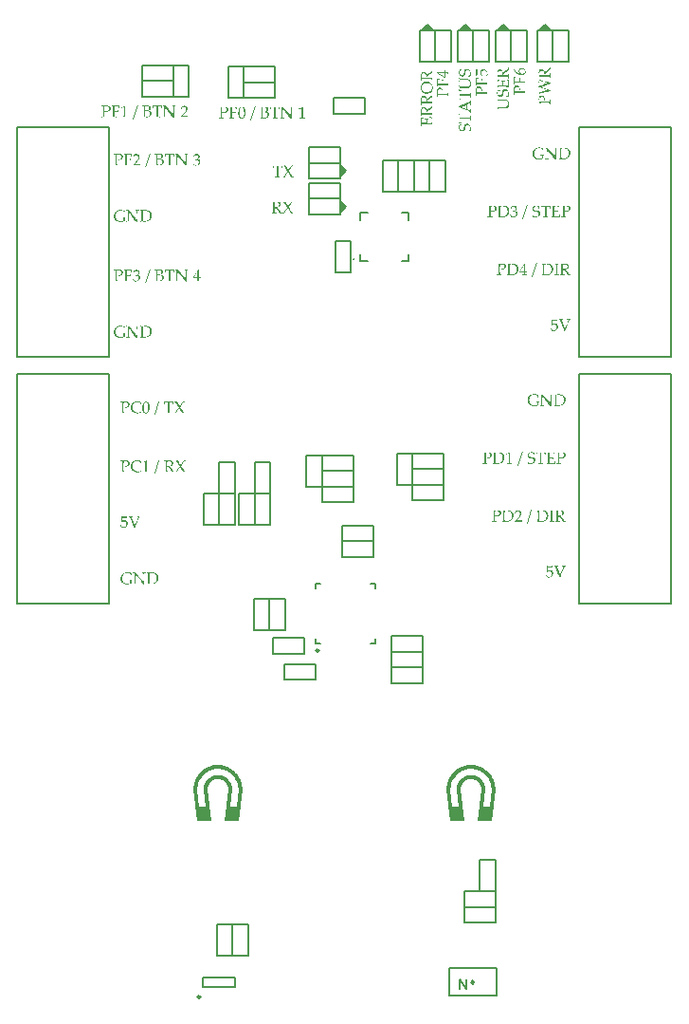
<source format=gto>
G04*
G04 #@! TF.GenerationSoftware,Altium Limited,Altium Designer,23.4.1 (23)*
G04*
G04 Layer_Color=65535*
%FSLAX44Y44*%
%MOMM*%
G71*
G04*
G04 #@! TF.SameCoordinates,810E8BC2-B951-4309-8685-973D218C77A5*
G04*
G04*
G04 #@! TF.FilePolarity,Positive*
G04*
G01*
G75*
%ADD10C,0.1540*%
%ADD11C,0.2540*%
%ADD12C,0.2500*%
%ADD13C,0.2000*%
%ADD14C,0.1530*%
%ADD15C,0.1600*%
G36*
X296000Y-31000D02*
Y-41000D01*
X301000Y-36000D01*
X296000Y-31000D01*
D02*
G37*
G36*
Y1000D02*
Y-9000D01*
X301000Y-4000D01*
X296000Y1000D01*
D02*
G37*
G36*
X369000Y121000D02*
X379000D01*
X374000Y126000D01*
X369000Y121000D01*
D02*
G37*
G36*
X403000D02*
X413000D01*
X408000Y126000D01*
X403000Y121000D01*
D02*
G37*
G36*
X437000D02*
X447000D01*
X442000Y126000D01*
X437000Y121000D01*
D02*
G37*
G36*
X474000D02*
X484000D01*
X479000Y126000D01*
X474000Y121000D01*
D02*
G37*
G36*
X187823Y-534156D02*
X188657Y-534190D01*
X190254Y-534399D01*
X190983Y-534538D01*
X191677Y-534677D01*
X192337Y-534815D01*
X192962Y-534989D01*
X193518Y-535163D01*
X194004Y-535302D01*
X194455Y-535440D01*
X194802Y-535579D01*
X195115Y-535684D01*
X195323Y-535788D01*
X195462Y-535822D01*
X195497Y-535857D01*
X196955Y-536552D01*
X197615Y-536899D01*
X198275Y-537281D01*
X198900Y-537663D01*
X199455Y-538079D01*
X199976Y-538427D01*
X200497Y-538809D01*
X200913Y-539156D01*
X201330Y-539468D01*
X201677Y-539781D01*
X201955Y-540024D01*
X202163Y-540232D01*
X202337Y-540371D01*
X202441Y-540475D01*
X202476Y-540510D01*
X203518Y-541656D01*
X204455Y-542871D01*
X205254Y-544017D01*
X205636Y-544607D01*
X205948Y-545128D01*
X206226Y-545614D01*
X206469Y-546065D01*
X206677Y-546482D01*
X206851Y-546829D01*
X206990Y-547107D01*
X207094Y-547315D01*
X207129Y-547454D01*
X207163Y-547489D01*
X207476Y-548253D01*
X207719Y-548982D01*
X207962Y-549746D01*
X208136Y-550475D01*
X208448Y-551933D01*
X208552Y-552593D01*
X208656Y-553218D01*
X208726Y-553808D01*
X208761Y-554364D01*
X208795Y-554815D01*
X208830Y-555232D01*
X208865Y-555544D01*
Y-555788D01*
Y-555961D01*
Y-555996D01*
X205740Y-584120D01*
X193240D01*
X196365Y-555996D01*
X196330Y-555267D01*
X196261Y-554572D01*
X196122Y-553913D01*
X195948Y-553288D01*
X195740Y-552697D01*
X195497Y-552176D01*
X195254Y-551656D01*
X195011Y-551204D01*
X194768Y-550788D01*
X194525Y-550406D01*
X194282Y-550093D01*
X194073Y-549815D01*
X193900Y-549607D01*
X193761Y-549468D01*
X193691Y-549364D01*
X193657Y-549329D01*
X193136Y-548843D01*
X192580Y-548426D01*
X192025Y-548079D01*
X191469Y-547767D01*
X190879Y-547489D01*
X190358Y-547281D01*
X189802Y-547107D01*
X189282Y-546968D01*
X188830Y-546864D01*
X188379Y-546760D01*
X187997Y-546690D01*
X187650Y-546656D01*
X187372D01*
X187164Y-546621D01*
X186990D01*
X186261Y-546656D01*
X185601Y-546725D01*
X184941Y-546864D01*
X184316Y-547038D01*
X183726Y-547246D01*
X183171Y-547489D01*
X182684Y-547732D01*
X182198Y-547975D01*
X181782Y-548218D01*
X181434Y-548461D01*
X181122Y-548704D01*
X180844Y-548913D01*
X180636Y-549086D01*
X180497Y-549225D01*
X180393Y-549295D01*
X180358Y-549329D01*
X179872Y-549850D01*
X179455Y-550406D01*
X179073Y-550961D01*
X178761Y-551517D01*
X178518Y-552107D01*
X178275Y-552628D01*
X178101Y-553183D01*
X177962Y-553704D01*
X177858Y-554156D01*
X177754Y-554607D01*
X177684Y-554989D01*
X177650Y-555336D01*
X177615Y-555614D01*
Y-555822D01*
Y-555961D01*
Y-555996D01*
X180740Y-584120D01*
X168240D01*
X165115Y-555996D01*
X165150Y-555163D01*
X165185Y-554329D01*
X165393Y-552732D01*
X165532Y-552003D01*
X165671Y-551308D01*
X165810Y-550649D01*
X165983Y-550024D01*
X166157Y-549468D01*
X166296Y-548982D01*
X166435Y-548531D01*
X166574Y-548183D01*
X166678Y-547871D01*
X166782Y-547663D01*
X166817Y-547524D01*
X166851Y-547489D01*
X167546Y-546031D01*
X167928Y-545371D01*
X168310Y-544711D01*
X168692Y-544086D01*
X169074Y-543531D01*
X169456Y-543010D01*
X169837Y-542489D01*
X170185Y-542072D01*
X170497Y-541656D01*
X170810Y-541309D01*
X171053Y-541031D01*
X171261Y-540822D01*
X171400Y-540649D01*
X171504Y-540545D01*
X171539Y-540510D01*
X172685Y-539468D01*
X173865Y-538531D01*
X175046Y-537732D01*
X175601Y-537385D01*
X176122Y-537072D01*
X176643Y-536795D01*
X177094Y-536552D01*
X177476Y-536343D01*
X177858Y-536170D01*
X178136Y-536031D01*
X178344Y-535927D01*
X178483Y-535892D01*
X178518Y-535857D01*
X179247Y-535545D01*
X180011Y-535302D01*
X180775Y-535059D01*
X181504Y-534850D01*
X182927Y-534538D01*
X183622Y-534434D01*
X184247Y-534329D01*
X184837Y-534260D01*
X185358Y-534225D01*
X185809Y-534190D01*
X186226Y-534156D01*
X186539Y-534121D01*
X186990D01*
X187823Y-534156D01*
D02*
G37*
G36*
X413959D02*
X414792Y-534190D01*
X416389Y-534399D01*
X417118Y-534538D01*
X417813Y-534677D01*
X418472Y-534815D01*
X419097Y-534989D01*
X419653Y-535163D01*
X420139Y-535302D01*
X420590Y-535440D01*
X420938Y-535579D01*
X421250Y-535684D01*
X421458Y-535788D01*
X421597Y-535822D01*
X421632Y-535857D01*
X423090Y-536552D01*
X423750Y-536899D01*
X424410Y-537281D01*
X425035Y-537663D01*
X425590Y-538079D01*
X426111Y-538427D01*
X426632Y-538809D01*
X427049Y-539156D01*
X427465Y-539468D01*
X427812Y-539781D01*
X428090Y-540024D01*
X428299Y-540232D01*
X428472Y-540371D01*
X428576Y-540475D01*
X428611Y-540510D01*
X429653Y-541656D01*
X430590Y-542871D01*
X431389Y-544017D01*
X431771Y-544607D01*
X432083Y-545128D01*
X432361Y-545614D01*
X432604Y-546065D01*
X432812Y-546482D01*
X432986Y-546829D01*
X433125Y-547107D01*
X433229Y-547315D01*
X433264Y-547454D01*
X433299Y-547489D01*
X433611Y-548253D01*
X433854Y-548982D01*
X434097Y-549746D01*
X434271Y-550475D01*
X434583Y-551933D01*
X434687Y-552593D01*
X434792Y-553218D01*
X434861Y-553808D01*
X434896Y-554364D01*
X434930Y-554815D01*
X434965Y-555232D01*
X435000Y-555544D01*
Y-555788D01*
Y-555961D01*
Y-555996D01*
X431875Y-584120D01*
X419375D01*
X422500Y-555996D01*
X422465Y-555267D01*
X422396Y-554572D01*
X422257Y-553913D01*
X422083Y-553288D01*
X421875Y-552697D01*
X421632Y-552176D01*
X421389Y-551656D01*
X421146Y-551204D01*
X420903Y-550788D01*
X420660Y-550406D01*
X420417Y-550093D01*
X420209Y-549815D01*
X420035Y-549607D01*
X419896Y-549468D01*
X419827Y-549364D01*
X419792Y-549329D01*
X419271Y-548843D01*
X418715Y-548426D01*
X418160Y-548079D01*
X417604Y-547767D01*
X417014Y-547489D01*
X416493Y-547281D01*
X415938Y-547107D01*
X415417Y-546968D01*
X414966Y-546864D01*
X414514Y-546760D01*
X414132Y-546690D01*
X413785Y-546656D01*
X413507D01*
X413299Y-546621D01*
X413125D01*
X412396Y-546656D01*
X411736Y-546725D01*
X411077Y-546864D01*
X410452Y-547038D01*
X409861Y-547246D01*
X409306Y-547489D01*
X408820Y-547732D01*
X408334Y-547975D01*
X407917Y-548218D01*
X407570Y-548461D01*
X407257Y-548704D01*
X406979Y-548913D01*
X406771Y-549086D01*
X406632Y-549225D01*
X406528Y-549295D01*
X406493Y-549329D01*
X406007Y-549850D01*
X405591Y-550406D01*
X405209Y-550961D01*
X404896Y-551517D01*
X404653Y-552107D01*
X404410Y-552628D01*
X404236Y-553183D01*
X404098Y-553704D01*
X403993Y-554156D01*
X403889Y-554607D01*
X403820Y-554989D01*
X403785Y-555336D01*
X403750Y-555614D01*
Y-555822D01*
Y-555961D01*
Y-555996D01*
X406875Y-584120D01*
X394375D01*
X391250Y-555996D01*
X391285Y-555163D01*
X391320Y-554329D01*
X391528Y-552732D01*
X391667Y-552003D01*
X391806Y-551308D01*
X391945Y-550649D01*
X392118Y-550024D01*
X392292Y-549468D01*
X392431Y-548982D01*
X392570Y-548531D01*
X392709Y-548183D01*
X392813Y-547871D01*
X392917Y-547663D01*
X392952Y-547524D01*
X392987Y-547489D01*
X393681Y-546031D01*
X394063Y-545371D01*
X394445Y-544711D01*
X394827Y-544086D01*
X395209Y-543531D01*
X395591Y-543010D01*
X395973Y-542489D01*
X396320Y-542072D01*
X396632Y-541656D01*
X396945Y-541309D01*
X397188Y-541031D01*
X397396Y-540822D01*
X397535Y-540649D01*
X397639Y-540545D01*
X397674Y-540510D01*
X398820Y-539468D01*
X400000Y-538531D01*
X401181Y-537732D01*
X401736Y-537385D01*
X402257Y-537072D01*
X402778Y-536795D01*
X403229Y-536552D01*
X403611Y-536343D01*
X403993Y-536170D01*
X404271Y-536031D01*
X404479Y-535927D01*
X404618Y-535892D01*
X404653Y-535857D01*
X405382Y-535545D01*
X406146Y-535302D01*
X406910Y-535059D01*
X407639Y-534850D01*
X409063Y-534538D01*
X409757Y-534434D01*
X410382Y-534329D01*
X410973Y-534260D01*
X411493Y-534225D01*
X411945Y-534190D01*
X412361Y-534156D01*
X412674Y-534121D01*
X413125D01*
X413959Y-534156D01*
D02*
G37*
G36*
X492353Y-35250D02*
Y-35264D01*
X492339Y-35278D01*
Y-35320D01*
X492325Y-35375D01*
X492311Y-35459D01*
X492297Y-35542D01*
X492270Y-35653D01*
X492256Y-35777D01*
X492228Y-35930D01*
X492214Y-36083D01*
X492187Y-36263D01*
X492173Y-36457D01*
X492145Y-36679D01*
X492131Y-36915D01*
X492103Y-37164D01*
X492089Y-37428D01*
X492048Y-37483D01*
X491687D01*
X491632Y-37428D01*
Y-37414D01*
Y-37386D01*
Y-37303D01*
Y-37289D01*
Y-37275D01*
Y-37192D01*
Y-37081D01*
X491618Y-36929D01*
X491604Y-36748D01*
X491590Y-36554D01*
X491535Y-36138D01*
X491521Y-36124D01*
X491451Y-36110D01*
X491354Y-36069D01*
X491216Y-36027D01*
X491035Y-35986D01*
X490813Y-35944D01*
X490564Y-35902D01*
X490273Y-35875D01*
X490189D01*
X490148Y-35861D01*
X489995D01*
X489815Y-35847D01*
X489621Y-35833D01*
X489427D01*
X489232Y-35819D01*
X488844D01*
X488678Y-35833D01*
X488456D01*
X488206Y-35847D01*
X487929Y-35861D01*
X487610Y-35889D01*
X487582Y-37053D01*
X487554Y-38371D01*
X487541Y-39841D01*
X487679D01*
X487818Y-39855D01*
X488012D01*
X488234Y-39869D01*
X488470D01*
X488969Y-39883D01*
X489357D01*
X489538Y-39869D01*
X489718D01*
X489898Y-39855D01*
X490079Y-39841D01*
X490092D01*
X490148Y-39827D01*
X490231D01*
X490314Y-39813D01*
X490411Y-39799D01*
X490494Y-39785D01*
X490564Y-39772D01*
X490606Y-39758D01*
X490619Y-39744D01*
X490647Y-39716D01*
X490689Y-39661D01*
X490730Y-39578D01*
Y-39564D01*
X490744Y-39550D01*
Y-39508D01*
X490758Y-39467D01*
X490772Y-39397D01*
Y-39314D01*
X490786Y-39217D01*
X490800Y-39092D01*
X490827Y-38648D01*
X490883Y-38593D01*
X491216D01*
X491271Y-38648D01*
Y-38662D01*
Y-38690D01*
Y-38732D01*
Y-38787D01*
Y-38856D01*
Y-38939D01*
X491257Y-39148D01*
Y-39383D01*
Y-39647D01*
X491243Y-39938D01*
Y-40229D01*
X491271Y-41852D01*
X491216Y-41907D01*
X490883D01*
X490827Y-41852D01*
X490772Y-41422D01*
Y-41394D01*
X490758Y-41339D01*
Y-41255D01*
X490744Y-41158D01*
X490730Y-41048D01*
X490703Y-40950D01*
X490689Y-40867D01*
X490675Y-40812D01*
Y-40798D01*
X490647Y-40756D01*
X490606Y-40701D01*
X490536Y-40645D01*
X490508Y-40631D01*
X490481Y-40618D01*
X490439Y-40604D01*
X490370Y-40590D01*
X490273Y-40562D01*
X490162Y-40548D01*
X490009Y-40534D01*
X489995D01*
X489926Y-40521D01*
X489829D01*
X489704Y-40507D01*
X489524D01*
X489330Y-40493D01*
X488317D01*
X488109Y-40507D01*
X487846D01*
X487541Y-40521D01*
Y-40548D01*
Y-40590D01*
Y-40631D01*
X487527Y-40701D01*
Y-40784D01*
Y-40881D01*
Y-41006D01*
X487513Y-41131D01*
Y-41283D01*
Y-41450D01*
Y-41630D01*
X487499Y-41838D01*
Y-42046D01*
Y-42296D01*
Y-42545D01*
Y-42559D01*
Y-42615D01*
Y-42684D01*
Y-42795D01*
Y-42920D01*
Y-43058D01*
Y-43225D01*
Y-43391D01*
X487513Y-43766D01*
Y-44126D01*
X487527Y-44473D01*
X487541Y-44639D01*
Y-44778D01*
X489801D01*
X490176Y-44764D01*
X490536D01*
X490703Y-44750D01*
X490841D01*
X490966Y-44736D01*
X491077D01*
X491133Y-44723D01*
X491230Y-44709D01*
X491340Y-44695D01*
X491465Y-44667D01*
X491604Y-44626D01*
X491895Y-44528D01*
Y-44515D01*
X491909Y-44487D01*
X491923Y-44445D01*
X491951Y-44376D01*
X491978Y-44265D01*
X492020Y-44140D01*
X492062Y-43974D01*
X492117Y-43766D01*
Y-43752D01*
X492131Y-43738D01*
X492145Y-43669D01*
X492173Y-43558D01*
X492200Y-43447D01*
X492228Y-43308D01*
X492256Y-43183D01*
X492270Y-43072D01*
X492284Y-43003D01*
X492353Y-42948D01*
X492700D01*
X492755Y-43003D01*
Y-43017D01*
X492741Y-43058D01*
Y-43142D01*
X492714Y-43253D01*
X492700Y-43405D01*
X492686Y-43585D01*
X492658Y-43821D01*
X492630Y-44085D01*
Y-44099D01*
Y-44112D01*
Y-44154D01*
X492616Y-44209D01*
Y-44362D01*
X492603Y-44542D01*
X492589Y-44750D01*
Y-44972D01*
X492575Y-45194D01*
Y-45402D01*
X492519Y-45458D01*
X492381D01*
X492270Y-45444D01*
X491770D01*
X491549Y-45430D01*
X490744D01*
X490425Y-45416D01*
X488914D01*
X486944Y-45402D01*
X486514D01*
X486292Y-45416D01*
X486057Y-45430D01*
X485793Y-45444D01*
X485516Y-45458D01*
X485460Y-45402D01*
Y-45166D01*
X485516Y-45097D01*
X485530Y-45083D01*
X485585Y-45055D01*
X485654Y-45028D01*
X485738Y-44986D01*
X485821Y-44931D01*
X485904Y-44889D01*
X485960Y-44861D01*
X486001Y-44834D01*
X486015Y-44806D01*
X486029Y-44750D01*
Y-44709D01*
X486043Y-44653D01*
Y-44584D01*
X486057Y-44501D01*
X486071Y-44404D01*
Y-44279D01*
X486084Y-44140D01*
Y-43974D01*
X486098Y-43780D01*
Y-43572D01*
Y-43558D01*
Y-43516D01*
Y-43461D01*
X486112Y-43363D01*
Y-43267D01*
Y-43155D01*
X486126Y-42878D01*
Y-42587D01*
X486140Y-42268D01*
Y-41977D01*
Y-41713D01*
Y-39064D01*
Y-37428D01*
Y-37400D01*
Y-37331D01*
Y-37234D01*
Y-37109D01*
Y-36970D01*
Y-36832D01*
X486126Y-36693D01*
Y-36554D01*
Y-36540D01*
Y-36499D01*
Y-36443D01*
X486112Y-36374D01*
X486098Y-36207D01*
X486084Y-36138D01*
X486071Y-36083D01*
Y-36069D01*
Y-36055D01*
X486043Y-35999D01*
X486015Y-35930D01*
X485987Y-35875D01*
X485974Y-35861D01*
X485960Y-35847D01*
X485904Y-35805D01*
X485835Y-35777D01*
X485821Y-35764D01*
X485752Y-35750D01*
X485710Y-35736D01*
X485641D01*
X485571Y-35722D01*
X485474Y-35708D01*
X484933Y-35667D01*
X484878Y-35611D01*
Y-35250D01*
X484933Y-35195D01*
X485336D01*
X485530Y-35209D01*
X486251D01*
X486792Y-35223D01*
X487305D01*
X487541Y-35237D01*
X489510D01*
X489829Y-35223D01*
X490883D01*
X491604Y-35209D01*
X492325Y-35195D01*
X492353Y-35250D01*
D02*
G37*
G36*
X499121Y-35209D02*
X499343Y-35223D01*
X499606Y-35250D01*
X499883Y-35278D01*
X500161Y-35334D01*
X500424Y-35403D01*
X500438D01*
X500452Y-35417D01*
X500535Y-35445D01*
X500660Y-35500D01*
X500813Y-35570D01*
X500979Y-35680D01*
X501173Y-35805D01*
X501353Y-35972D01*
X501520Y-36166D01*
X501534Y-36194D01*
X501589Y-36263D01*
X501659Y-36388D01*
X501742Y-36540D01*
X501825Y-36734D01*
X501894Y-36970D01*
X501950Y-37220D01*
X501964Y-37511D01*
Y-37525D01*
Y-37539D01*
Y-37622D01*
X501950Y-37747D01*
X501922Y-37913D01*
X501894Y-38107D01*
X501839Y-38315D01*
X501756Y-38537D01*
X501659Y-38773D01*
X501645Y-38801D01*
X501603Y-38870D01*
X501534Y-38981D01*
X501437Y-39120D01*
X501312Y-39286D01*
X501173Y-39453D01*
X501007Y-39633D01*
X500813Y-39799D01*
X500785Y-39813D01*
X500716Y-39869D01*
X500619Y-39952D01*
X500480Y-40035D01*
X500313Y-40146D01*
X500119Y-40243D01*
X499925Y-40340D01*
X499717Y-40423D01*
X499689Y-40437D01*
X499620Y-40451D01*
X499509Y-40479D01*
X499370Y-40507D01*
X499190Y-40548D01*
X498996Y-40576D01*
X498788Y-40590D01*
X498566Y-40604D01*
X498400D01*
X498275Y-40590D01*
X498122Y-40576D01*
X497956Y-40562D01*
X497762Y-40534D01*
X497567Y-40493D01*
X497443Y-40049D01*
X497498Y-39980D01*
X497526D01*
X497595Y-39994D01*
X497692Y-40021D01*
X497817Y-40035D01*
X497956Y-40063D01*
X498108Y-40091D01*
X498247Y-40104D01*
X498483D01*
X498538Y-40091D01*
X498621D01*
X498718Y-40077D01*
X498927Y-40021D01*
X499176Y-39952D01*
X499426Y-39841D01*
X499675Y-39688D01*
X499786Y-39591D01*
X499897Y-39480D01*
X499911Y-39467D01*
X499925Y-39453D01*
X499994Y-39369D01*
X500078Y-39231D01*
X500189Y-39051D01*
X500299Y-38815D01*
X500383Y-38537D01*
X500452Y-38232D01*
X500480Y-37885D01*
Y-37872D01*
Y-37844D01*
Y-37788D01*
X500466Y-37719D01*
Y-37636D01*
X500452Y-37539D01*
X500410Y-37317D01*
X500341Y-37067D01*
X500230Y-36804D01*
X500078Y-36554D01*
X499994Y-36429D01*
X499883Y-36318D01*
Y-36305D01*
X499856Y-36291D01*
X499814Y-36263D01*
X499772Y-36221D01*
X499703Y-36180D01*
X499634Y-36124D01*
X499537Y-36069D01*
X499440Y-36013D01*
X499315Y-35958D01*
X499176Y-35916D01*
X499038Y-35861D01*
X498871Y-35819D01*
X498691Y-35777D01*
X498511Y-35750D01*
X498302Y-35722D01*
X497970D01*
X497831Y-35736D01*
X497651Y-35750D01*
X497443Y-35777D01*
X497193Y-35833D01*
X496930Y-35889D01*
X496638Y-35972D01*
Y-35999D01*
Y-36041D01*
X496624Y-36096D01*
Y-36166D01*
X496610Y-36263D01*
Y-36374D01*
Y-36513D01*
X496597Y-36679D01*
Y-36873D01*
X496583Y-37095D01*
Y-37345D01*
X496569Y-37622D01*
Y-37927D01*
Y-38274D01*
Y-38662D01*
Y-42004D01*
X496583Y-43419D01*
Y-43433D01*
Y-43461D01*
Y-43502D01*
Y-43544D01*
Y-43696D01*
Y-43863D01*
X496597Y-44029D01*
Y-44209D01*
X496610Y-44362D01*
X496624Y-44473D01*
Y-44487D01*
X496638Y-44515D01*
X496652Y-44598D01*
X496680Y-44709D01*
X496708Y-44750D01*
X496721Y-44792D01*
X496735Y-44806D01*
X496777Y-44834D01*
X496860Y-44875D01*
X496985Y-44917D01*
X496999D01*
X497027Y-44931D01*
X497096D01*
X497179Y-44945D01*
X497318Y-44958D01*
X497484Y-44972D01*
X497692Y-44986D01*
X497956Y-45000D01*
X498011Y-45042D01*
Y-45402D01*
X497956Y-45458D01*
X497789D01*
X497664Y-45444D01*
X497359D01*
X496999Y-45430D01*
X496638Y-45416D01*
X496305D01*
X496153Y-45402D01*
X495529D01*
X495404Y-45416D01*
X495099D01*
X494905Y-45430D01*
X494683D01*
X494419Y-45444D01*
X494128D01*
X493809Y-45458D01*
X493754Y-45402D01*
Y-45042D01*
X493809Y-45000D01*
X493920D01*
X494031Y-44986D01*
X494184D01*
X494322Y-44972D01*
X494475Y-44958D01*
X494613Y-44945D01*
X494711Y-44931D01*
X494724D01*
X494752Y-44917D01*
X494835Y-44903D01*
X494932Y-44861D01*
X494974Y-44847D01*
X495002Y-44820D01*
X495016Y-44806D01*
X495043Y-44750D01*
X495085Y-44667D01*
X495113Y-44598D01*
X495127Y-44528D01*
Y-44515D01*
X495140Y-44487D01*
Y-44418D01*
X495154Y-44321D01*
X495168Y-44182D01*
Y-44015D01*
X495182Y-43794D01*
Y-43530D01*
X495196Y-42004D01*
Y-38662D01*
X495182Y-37248D01*
Y-37234D01*
Y-37206D01*
Y-37164D01*
Y-37109D01*
Y-36970D01*
X495168Y-36804D01*
Y-36623D01*
X495154Y-36457D01*
Y-36305D01*
X495140Y-36194D01*
Y-36180D01*
Y-36152D01*
X495113Y-36069D01*
X495085Y-35958D01*
X495071Y-35916D01*
X495043Y-35875D01*
X495029Y-35861D01*
X494988Y-35833D01*
X494891Y-35791D01*
X494766Y-35750D01*
X494752D01*
X494724Y-35736D01*
X494669D01*
X494572Y-35722D01*
X494447Y-35708D01*
X494281Y-35694D01*
X494073Y-35680D01*
X493809Y-35667D01*
X493754Y-35611D01*
Y-35250D01*
X493809Y-35195D01*
X493975D01*
X494100Y-35209D01*
X494419D01*
X494600Y-35223D01*
X494780D01*
X495182Y-35237D01*
X495556D01*
X495737Y-35250D01*
X496569D01*
X496791Y-35237D01*
X497346D01*
X497651Y-35223D01*
X497789D01*
X497942Y-35209D01*
X498316D01*
X498497Y-35195D01*
X499010D01*
X499121Y-35209D01*
D02*
G37*
G36*
X484060Y-35264D02*
Y-35278D01*
Y-35292D01*
Y-35334D01*
X484046Y-35389D01*
Y-35459D01*
X484032Y-35556D01*
Y-35667D01*
Y-35791D01*
X484018Y-35944D01*
Y-36110D01*
X484004Y-36291D01*
Y-36499D01*
X483990Y-36721D01*
Y-36970D01*
Y-37248D01*
Y-37539D01*
X483935Y-37594D01*
X483602D01*
X483546Y-37525D01*
X483463Y-36859D01*
Y-36832D01*
X483449Y-36776D01*
Y-36679D01*
X483436Y-36582D01*
X483422Y-36471D01*
X483394Y-36360D01*
X483380Y-36277D01*
X483366Y-36207D01*
Y-36194D01*
X483339Y-36138D01*
X483311Y-36083D01*
X483269Y-36041D01*
X483255Y-36027D01*
X483228D01*
X483186Y-36013D01*
X483130Y-35999D01*
X483047Y-35972D01*
X482936Y-35958D01*
X482798Y-35944D01*
X482784D01*
X482728Y-35930D01*
X482645D01*
X482534Y-35916D01*
X482409D01*
X482257Y-35902D01*
X480537D01*
Y-35916D01*
Y-35972D01*
Y-36055D01*
X480523Y-36166D01*
Y-36291D01*
Y-36429D01*
X480509Y-36748D01*
X480495Y-37081D01*
Y-37234D01*
Y-37386D01*
X480482Y-37525D01*
Y-37636D01*
Y-37719D01*
Y-37788D01*
Y-42004D01*
X480495Y-43419D01*
Y-43433D01*
Y-43461D01*
Y-43502D01*
Y-43544D01*
Y-43696D01*
X480509Y-43863D01*
Y-44029D01*
X480523Y-44209D01*
Y-44362D01*
X480537Y-44473D01*
Y-44487D01*
Y-44515D01*
X480565Y-44598D01*
X480592Y-44709D01*
X480606Y-44750D01*
X480634Y-44792D01*
X480648Y-44806D01*
X480690Y-44834D01*
X480773Y-44875D01*
X480898Y-44917D01*
X480911D01*
X480939Y-44931D01*
X480995D01*
X481092Y-44945D01*
X481217Y-44958D01*
X481383Y-44972D01*
X481605Y-44986D01*
X481868Y-45000D01*
X481924Y-45042D01*
Y-45402D01*
X481868Y-45458D01*
X481702D01*
X481577Y-45444D01*
X481272D01*
X480925Y-45430D01*
X480551Y-45416D01*
X480218D01*
X480079Y-45402D01*
X479469D01*
X479344Y-45416D01*
X479039D01*
X478845Y-45430D01*
X478623D01*
X478360Y-45444D01*
X478069D01*
X477749Y-45458D01*
X477694Y-45402D01*
Y-45042D01*
X477749Y-45000D01*
X477860D01*
X477971Y-44986D01*
X478110D01*
X478263Y-44972D01*
X478415Y-44958D01*
X478540Y-44945D01*
X478637Y-44931D01*
X478651D01*
X478679Y-44917D01*
X478762Y-44903D01*
X478859Y-44861D01*
X478901Y-44847D01*
X478928Y-44820D01*
X478942Y-44806D01*
X478984Y-44750D01*
X479025Y-44667D01*
X479039Y-44598D01*
X479067Y-44528D01*
Y-44515D01*
X479081Y-44487D01*
Y-44418D01*
X479095Y-44321D01*
X479109Y-44182D01*
Y-44015D01*
X479123Y-43794D01*
Y-43530D01*
X479136Y-42004D01*
Y-37788D01*
Y-37775D01*
Y-37747D01*
Y-37705D01*
Y-37664D01*
Y-37594D01*
Y-37511D01*
X479123Y-37400D01*
Y-37275D01*
Y-37123D01*
X479109Y-36943D01*
Y-36734D01*
X479095Y-36499D01*
Y-36221D01*
X479081Y-35902D01*
X477611D01*
X477430Y-35916D01*
X477236D01*
X477042Y-35930D01*
X476848Y-35944D01*
X476765D01*
X476696Y-35958D01*
X476598Y-35972D01*
X476501Y-35999D01*
X476404Y-36013D01*
X476335Y-36055D01*
X476279Y-36096D01*
X476266Y-36124D01*
X476252Y-36166D01*
X476238Y-36235D01*
X476224Y-36332D01*
X476196Y-36471D01*
X476182Y-36637D01*
X476155Y-36859D01*
X476071Y-37525D01*
X476016Y-37594D01*
X475683D01*
X475628Y-37539D01*
Y-37525D01*
Y-37456D01*
Y-37372D01*
Y-37261D01*
X475614Y-37123D01*
Y-36956D01*
Y-36790D01*
Y-36596D01*
X475600Y-36221D01*
X475586Y-35847D01*
Y-35667D01*
X475572Y-35514D01*
Y-35375D01*
X475558Y-35264D01*
X475628Y-35195D01*
X475766D01*
X475863Y-35209D01*
X476182D01*
X476376Y-35223D01*
X476890D01*
X477195Y-35237D01*
X477916D01*
X478332Y-35250D01*
X481119D01*
X481438Y-35237D01*
X482132D01*
X482825Y-35223D01*
X483158D01*
X483463Y-35209D01*
X483741D01*
X483990Y-35195D01*
X484060Y-35264D01*
D02*
G37*
G36*
X442219Y-35195D02*
X442357D01*
X442524Y-35209D01*
X442690D01*
X443065Y-35250D01*
X443467Y-35292D01*
X443855Y-35361D01*
X444230Y-35459D01*
X444243D01*
X444271Y-35472D01*
X444327Y-35486D01*
X444382Y-35514D01*
X444465Y-35542D01*
X444562Y-35583D01*
X444784Y-35680D01*
X445034Y-35805D01*
X445311Y-35972D01*
X445589Y-36166D01*
X445866Y-36402D01*
X445880Y-36416D01*
X445894Y-36429D01*
X445935Y-36471D01*
X445991Y-36513D01*
X446116Y-36665D01*
X446268Y-36845D01*
X446449Y-37067D01*
X446629Y-37331D01*
X446809Y-37636D01*
X446962Y-37955D01*
Y-37969D01*
X446976Y-37996D01*
X447003Y-38038D01*
X447017Y-38107D01*
X447045Y-38191D01*
X447086Y-38288D01*
X447114Y-38399D01*
X447156Y-38523D01*
X447211Y-38801D01*
X447281Y-39120D01*
X447322Y-39467D01*
X447336Y-39841D01*
Y-39855D01*
Y-39883D01*
Y-39938D01*
Y-40007D01*
X447322Y-40091D01*
Y-40202D01*
X447308Y-40312D01*
X447295Y-40451D01*
X447253Y-40742D01*
X447183Y-41061D01*
X447100Y-41408D01*
X446989Y-41769D01*
Y-41782D01*
X446976Y-41810D01*
X446962Y-41866D01*
X446934Y-41935D01*
X446892Y-42018D01*
X446851Y-42115D01*
X446740Y-42337D01*
X446615Y-42615D01*
X446449Y-42892D01*
X446254Y-43197D01*
X446032Y-43488D01*
Y-43502D01*
X446005Y-43516D01*
X445963Y-43558D01*
X445922Y-43613D01*
X445797Y-43752D01*
X445616Y-43918D01*
X445408Y-44112D01*
X445173Y-44307D01*
X444895Y-44515D01*
X444604Y-44695D01*
X444590D01*
X444562Y-44709D01*
X444521Y-44736D01*
X444465Y-44764D01*
X444396Y-44806D01*
X444313Y-44847D01*
X444105Y-44945D01*
X443869Y-45042D01*
X443592Y-45139D01*
X443314Y-45236D01*
X443009Y-45305D01*
X442967D01*
X442926Y-45319D01*
X442870Y-45333D01*
X442801Y-45347D01*
X442718D01*
X442510Y-45374D01*
X442260Y-45402D01*
X441983Y-45430D01*
X441678Y-45444D01*
X441373Y-45458D01*
X440887D01*
X440762Y-45444D01*
X440235D01*
X440014Y-45430D01*
X439778D01*
X439514Y-45416D01*
X439071D01*
X438960Y-45402D01*
X438238D01*
X438058Y-45416D01*
X437850Y-45430D01*
X437614Y-45444D01*
X437365Y-45458D01*
X437295Y-45402D01*
Y-45166D01*
X437365Y-45097D01*
X437379Y-45083D01*
X437434Y-45055D01*
X437503Y-45028D01*
X437587Y-44986D01*
X437670Y-44931D01*
X437739Y-44889D01*
X437795Y-44861D01*
X437836Y-44834D01*
X437850Y-44806D01*
X437864Y-44750D01*
Y-44709D01*
X437878Y-44653D01*
X437892Y-44584D01*
Y-44501D01*
X437906Y-44404D01*
X437919Y-44279D01*
Y-44140D01*
X437933Y-43974D01*
Y-43780D01*
X437947Y-43572D01*
Y-43558D01*
Y-43516D01*
Y-43461D01*
X437961Y-43363D01*
Y-43267D01*
Y-43155D01*
X437975Y-42878D01*
Y-42587D01*
X437989Y-42268D01*
Y-41977D01*
Y-41713D01*
Y-39064D01*
X437975Y-37428D01*
Y-37400D01*
Y-37331D01*
Y-37234D01*
Y-37109D01*
Y-36970D01*
Y-36832D01*
X437961Y-36693D01*
Y-36554D01*
Y-36540D01*
Y-36499D01*
Y-36443D01*
X437947Y-36374D01*
X437933Y-36207D01*
X437919Y-36138D01*
X437906Y-36083D01*
Y-36069D01*
Y-36055D01*
X437892Y-35999D01*
X437864Y-35930D01*
X437822Y-35875D01*
X437808Y-35861D01*
X437795Y-35847D01*
X437739Y-35805D01*
X437670Y-35777D01*
X437656Y-35764D01*
X437587Y-35750D01*
X437490Y-35736D01*
X437406Y-35722D01*
X437323Y-35708D01*
X436768Y-35667D01*
X436713Y-35611D01*
Y-35250D01*
X436768Y-35195D01*
X436893D01*
X436976Y-35209D01*
X437184D01*
X437448Y-35223D01*
X437739Y-35237D01*
X438017D01*
X438266Y-35250D01*
X438474D01*
X441858Y-35181D01*
X442094D01*
X442219Y-35195D01*
D02*
G37*
G36*
X433301Y-35209D02*
X433523Y-35223D01*
X433787Y-35250D01*
X434064Y-35278D01*
X434341Y-35334D01*
X434605Y-35403D01*
X434619D01*
X434633Y-35417D01*
X434716Y-35445D01*
X434841Y-35500D01*
X434993Y-35570D01*
X435160Y-35680D01*
X435354Y-35805D01*
X435534Y-35972D01*
X435700Y-36166D01*
X435714Y-36194D01*
X435770Y-36263D01*
X435839Y-36388D01*
X435922Y-36540D01*
X436006Y-36734D01*
X436075Y-36970D01*
X436130Y-37220D01*
X436144Y-37511D01*
Y-37525D01*
Y-37539D01*
Y-37622D01*
X436130Y-37747D01*
X436103Y-37913D01*
X436075Y-38107D01*
X436020Y-38315D01*
X435936Y-38537D01*
X435839Y-38773D01*
X435825Y-38801D01*
X435784Y-38870D01*
X435714Y-38981D01*
X435617Y-39120D01*
X435493Y-39286D01*
X435354Y-39453D01*
X435187Y-39633D01*
X434993Y-39799D01*
X434966Y-39813D01*
X434896Y-39869D01*
X434799Y-39952D01*
X434660Y-40035D01*
X434494Y-40146D01*
X434300Y-40243D01*
X434106Y-40340D01*
X433898Y-40423D01*
X433870Y-40437D01*
X433801Y-40451D01*
X433690Y-40479D01*
X433551Y-40507D01*
X433371Y-40548D01*
X433176Y-40576D01*
X432968Y-40590D01*
X432747Y-40604D01*
X432580D01*
X432455Y-40590D01*
X432303Y-40576D01*
X432136Y-40562D01*
X431942Y-40534D01*
X431748Y-40493D01*
X431623Y-40049D01*
X431679Y-39980D01*
X431706D01*
X431776Y-39994D01*
X431873Y-40021D01*
X431998Y-40035D01*
X432136Y-40063D01*
X432289Y-40091D01*
X432428Y-40104D01*
X432663D01*
X432719Y-40091D01*
X432802D01*
X432899Y-40077D01*
X433107Y-40021D01*
X433357Y-39952D01*
X433606Y-39841D01*
X433856Y-39688D01*
X433967Y-39591D01*
X434078Y-39480D01*
X434092Y-39467D01*
X434106Y-39453D01*
X434175Y-39369D01*
X434258Y-39231D01*
X434369Y-39051D01*
X434480Y-38815D01*
X434563Y-38537D01*
X434633Y-38232D01*
X434660Y-37885D01*
Y-37872D01*
Y-37844D01*
Y-37788D01*
X434646Y-37719D01*
Y-37636D01*
X434633Y-37539D01*
X434591Y-37317D01*
X434522Y-37067D01*
X434411Y-36804D01*
X434258Y-36554D01*
X434175Y-36429D01*
X434064Y-36318D01*
Y-36305D01*
X434036Y-36291D01*
X433995Y-36263D01*
X433953Y-36221D01*
X433884Y-36180D01*
X433814Y-36124D01*
X433717Y-36069D01*
X433620Y-36013D01*
X433495Y-35958D01*
X433357Y-35916D01*
X433218Y-35861D01*
X433052Y-35819D01*
X432871Y-35777D01*
X432691Y-35750D01*
X432483Y-35722D01*
X432150D01*
X432011Y-35736D01*
X431831Y-35750D01*
X431623Y-35777D01*
X431374Y-35833D01*
X431110Y-35889D01*
X430819Y-35972D01*
Y-35999D01*
Y-36041D01*
X430805Y-36096D01*
Y-36166D01*
X430791Y-36263D01*
Y-36374D01*
Y-36513D01*
X430777Y-36679D01*
Y-36873D01*
X430763Y-37095D01*
Y-37345D01*
X430750Y-37622D01*
Y-37927D01*
Y-38274D01*
Y-38662D01*
Y-42004D01*
X430763Y-43419D01*
Y-43433D01*
Y-43461D01*
Y-43502D01*
Y-43544D01*
Y-43696D01*
Y-43863D01*
X430777Y-44029D01*
Y-44209D01*
X430791Y-44362D01*
X430805Y-44473D01*
Y-44487D01*
X430819Y-44515D01*
X430833Y-44598D01*
X430860Y-44709D01*
X430888Y-44750D01*
X430902Y-44792D01*
X430916Y-44806D01*
X430957Y-44834D01*
X431041Y-44875D01*
X431166Y-44917D01*
X431179D01*
X431207Y-44931D01*
X431277D01*
X431360Y-44945D01*
X431498Y-44958D01*
X431665Y-44972D01*
X431873Y-44986D01*
X432136Y-45000D01*
X432192Y-45042D01*
Y-45402D01*
X432136Y-45458D01*
X431970D01*
X431845Y-45444D01*
X431540D01*
X431179Y-45430D01*
X430819Y-45416D01*
X430486D01*
X430333Y-45402D01*
X429709D01*
X429585Y-45416D01*
X429279D01*
X429085Y-45430D01*
X428863D01*
X428600Y-45444D01*
X428309D01*
X427990Y-45458D01*
X427934Y-45402D01*
Y-45042D01*
X427990Y-45000D01*
X428101D01*
X428212Y-44986D01*
X428364D01*
X428503Y-44972D01*
X428655Y-44958D01*
X428794Y-44945D01*
X428891Y-44931D01*
X428905D01*
X428933Y-44917D01*
X429016Y-44903D01*
X429113Y-44861D01*
X429155Y-44847D01*
X429182Y-44820D01*
X429196Y-44806D01*
X429224Y-44750D01*
X429266Y-44667D01*
X429293Y-44598D01*
X429307Y-44528D01*
Y-44515D01*
X429321Y-44487D01*
Y-44418D01*
X429335Y-44321D01*
X429349Y-44182D01*
Y-44015D01*
X429363Y-43794D01*
Y-43530D01*
X429376Y-42004D01*
Y-38662D01*
X429363Y-37248D01*
Y-37234D01*
Y-37206D01*
Y-37164D01*
Y-37109D01*
Y-36970D01*
X429349Y-36804D01*
Y-36623D01*
X429335Y-36457D01*
Y-36305D01*
X429321Y-36194D01*
Y-36180D01*
Y-36152D01*
X429293Y-36069D01*
X429266Y-35958D01*
X429252Y-35916D01*
X429224Y-35875D01*
X429210Y-35861D01*
X429169Y-35833D01*
X429071Y-35791D01*
X428947Y-35750D01*
X428933D01*
X428905Y-35736D01*
X428849D01*
X428752Y-35722D01*
X428628Y-35708D01*
X428461Y-35694D01*
X428253Y-35680D01*
X427990Y-35667D01*
X427934Y-35611D01*
Y-35250D01*
X427990Y-35195D01*
X428156D01*
X428281Y-35209D01*
X428600D01*
X428780Y-35223D01*
X428960D01*
X429363Y-35237D01*
X429737D01*
X429917Y-35250D01*
X430750D01*
X430971Y-35237D01*
X431526D01*
X431831Y-35223D01*
X431970D01*
X432122Y-35209D01*
X432497D01*
X432677Y-35195D01*
X433190D01*
X433301Y-35209D01*
D02*
G37*
G36*
X471758Y-35001D02*
X471925D01*
X472133Y-35029D01*
X472355Y-35056D01*
X472618Y-35084D01*
X472882Y-35140D01*
X472909D01*
X472951Y-35153D01*
X473007Y-35167D01*
X473145Y-35209D01*
X473339Y-35250D01*
X473547Y-35320D01*
X473769Y-35403D01*
X474005Y-35486D01*
X474241Y-35597D01*
X474282Y-35680D01*
Y-35694D01*
Y-35708D01*
X474268Y-35750D01*
X474255Y-35805D01*
X474241Y-35875D01*
X474227Y-35958D01*
X474213Y-36055D01*
X474199Y-36166D01*
X474185Y-36291D01*
X474171Y-36443D01*
X474158Y-36596D01*
X474130Y-36762D01*
X474116Y-36943D01*
X474102Y-37150D01*
X474088Y-37580D01*
X474019Y-37636D01*
X473644D01*
X473589Y-37580D01*
Y-37566D01*
Y-37539D01*
Y-37497D01*
Y-37442D01*
Y-37303D01*
X473575Y-37123D01*
Y-36943D01*
X473561Y-36762D01*
Y-36610D01*
X473547Y-36540D01*
Y-36499D01*
Y-36485D01*
X473534Y-36457D01*
X473506Y-36402D01*
X473450Y-36346D01*
X473367Y-36263D01*
X473256Y-36166D01*
X473090Y-36055D01*
X472993Y-35999D01*
X472882Y-35944D01*
X472854Y-35930D01*
X472771Y-35889D01*
X472646Y-35833D01*
X472480Y-35777D01*
X472271Y-35722D01*
X472050Y-35667D01*
X471786Y-35625D01*
X471523Y-35611D01*
X471426D01*
X471301Y-35625D01*
X471148Y-35639D01*
X470968Y-35667D01*
X470774Y-35722D01*
X470579Y-35777D01*
X470372Y-35861D01*
X470344Y-35875D01*
X470288Y-35902D01*
X470191Y-35958D01*
X470080Y-36041D01*
X469942Y-36152D01*
X469817Y-36277D01*
X469678Y-36443D01*
X469567Y-36623D01*
X469553Y-36651D01*
X469525Y-36721D01*
X469484Y-36818D01*
X469428Y-36956D01*
X469373Y-37123D01*
X469331Y-37303D01*
X469304Y-37497D01*
X469290Y-37705D01*
Y-37719D01*
Y-37775D01*
X469304Y-37858D01*
X469318Y-37955D01*
X469331Y-38066D01*
X469359Y-38191D01*
X469401Y-38329D01*
X469456Y-38454D01*
X469470Y-38468D01*
X469484Y-38510D01*
X469525Y-38565D01*
X469567Y-38648D01*
X469706Y-38815D01*
X469886Y-38981D01*
X469900Y-38995D01*
X469928Y-39009D01*
X469983Y-39037D01*
X470066Y-39078D01*
X470150Y-39134D01*
X470261Y-39175D01*
X470496Y-39258D01*
X470510D01*
X470566Y-39272D01*
X470663Y-39300D01*
X470788Y-39328D01*
X470968Y-39356D01*
X471190Y-39397D01*
X471467Y-39439D01*
X471786Y-39494D01*
X471800D01*
X471842Y-39508D01*
X471911D01*
X471994Y-39522D01*
X472105Y-39550D01*
X472216Y-39564D01*
X472493Y-39619D01*
X472799Y-39674D01*
X473104Y-39758D01*
X473395Y-39841D01*
X473534Y-39883D01*
X473644Y-39938D01*
X473672Y-39952D01*
X473741Y-39980D01*
X473853Y-40049D01*
X473977Y-40132D01*
X474130Y-40243D01*
X474282Y-40382D01*
X474435Y-40548D01*
X474574Y-40742D01*
X474588Y-40770D01*
X474629Y-40840D01*
X474685Y-40964D01*
X474754Y-41117D01*
X474823Y-41311D01*
X474879Y-41547D01*
X474920Y-41796D01*
X474934Y-42088D01*
Y-42101D01*
Y-42157D01*
X474920Y-42240D01*
Y-42337D01*
X474893Y-42476D01*
X474865Y-42628D01*
X474823Y-42795D01*
X474782Y-42989D01*
X474712Y-43183D01*
X474629Y-43391D01*
X474518Y-43599D01*
X474407Y-43821D01*
X474255Y-44029D01*
X474088Y-44251D01*
X473894Y-44459D01*
X473672Y-44653D01*
X473658Y-44667D01*
X473617Y-44695D01*
X473547Y-44750D01*
X473450Y-44806D01*
X473326Y-44889D01*
X473187Y-44972D01*
X473020Y-45069D01*
X472826Y-45153D01*
X472618Y-45250D01*
X472382Y-45347D01*
X472133Y-45430D01*
X471869Y-45513D01*
X471578Y-45569D01*
X471273Y-45624D01*
X470968Y-45652D01*
X470635Y-45666D01*
X470496D01*
X470385Y-45652D01*
X470261D01*
X470108Y-45638D01*
X469928Y-45624D01*
X469747Y-45596D01*
X469331Y-45541D01*
X468901Y-45444D01*
X468444Y-45319D01*
X468014Y-45139D01*
X467972Y-45042D01*
Y-45014D01*
X467986Y-44986D01*
Y-44945D01*
Y-44889D01*
X468000Y-44806D01*
Y-44723D01*
X468014Y-44612D01*
X468028Y-44473D01*
Y-44334D01*
X468042Y-44154D01*
X468055Y-43960D01*
Y-43738D01*
X468069Y-43488D01*
Y-43225D01*
X468083Y-42920D01*
X468139Y-42864D01*
X468485D01*
X468555Y-42920D01*
Y-42934D01*
Y-42961D01*
Y-43003D01*
Y-43072D01*
X468569Y-43225D01*
X468582Y-43405D01*
Y-43599D01*
X468596Y-43794D01*
X468624Y-43946D01*
Y-44015D01*
X468638Y-44057D01*
Y-44071D01*
X468652Y-44099D01*
X468680Y-44140D01*
X468707Y-44182D01*
X468763Y-44251D01*
X468832Y-44321D01*
X468915Y-44404D01*
X469026Y-44487D01*
X469040Y-44501D01*
X469082Y-44528D01*
X469165Y-44570D01*
X469262Y-44612D01*
X469387Y-44681D01*
X469539Y-44736D01*
X469706Y-44806D01*
X469900Y-44861D01*
X469928D01*
X469997Y-44889D01*
X470108Y-44903D01*
X470247Y-44931D01*
X470413Y-44958D01*
X470607Y-44972D01*
X471009Y-45000D01*
X471134D01*
X471287Y-44986D01*
X471467Y-44958D01*
X471675Y-44931D01*
X471911Y-44889D01*
X472147Y-44820D01*
X472382Y-44723D01*
X472396D01*
X472410Y-44709D01*
X472480Y-44667D01*
X472590Y-44612D01*
X472729Y-44515D01*
X472882Y-44404D01*
X473034Y-44265D01*
X473187Y-44099D01*
X473326Y-43904D01*
X473339Y-43877D01*
X473381Y-43807D01*
X473436Y-43696D01*
X473506Y-43544D01*
X473561Y-43363D01*
X473617Y-43155D01*
X473658Y-42920D01*
X473672Y-42670D01*
Y-42642D01*
Y-42587D01*
X473658Y-42504D01*
Y-42393D01*
X473631Y-42268D01*
X473603Y-42129D01*
X473561Y-41991D01*
X473506Y-41852D01*
Y-41838D01*
X473478Y-41796D01*
X473436Y-41727D01*
X473395Y-41644D01*
X473256Y-41464D01*
X473159Y-41367D01*
X473062Y-41283D01*
X473048Y-41269D01*
X473007Y-41242D01*
X472951Y-41214D01*
X472868Y-41158D01*
X472771Y-41103D01*
X472660Y-41061D01*
X472396Y-40964D01*
X472382D01*
X472327Y-40950D01*
X472244Y-40923D01*
X472119Y-40895D01*
X471953Y-40853D01*
X471758Y-40812D01*
X471536Y-40770D01*
X471273Y-40729D01*
X471245D01*
X471204Y-40715D01*
X471148D01*
X471023Y-40687D01*
X470857Y-40659D01*
X470677Y-40631D01*
X470496Y-40590D01*
X470302Y-40562D01*
X470136Y-40521D01*
X470122D01*
X470066Y-40507D01*
X469983Y-40479D01*
X469886Y-40451D01*
X469761Y-40410D01*
X469623Y-40354D01*
X469331Y-40229D01*
X469318Y-40215D01*
X469262Y-40188D01*
X469193Y-40146D01*
X469096Y-40091D01*
X468874Y-39938D01*
X468652Y-39744D01*
X468638Y-39730D01*
X468610Y-39688D01*
X468555Y-39619D01*
X468499Y-39536D01*
X468430Y-39425D01*
X468361Y-39300D01*
X468291Y-39161D01*
X468222Y-39009D01*
Y-38995D01*
X468194Y-38926D01*
X468166Y-38842D01*
X468139Y-38718D01*
X468111Y-38579D01*
X468083Y-38426D01*
X468069Y-38246D01*
X468055Y-38066D01*
Y-38052D01*
Y-38010D01*
Y-37941D01*
X468069Y-37844D01*
X468083Y-37719D01*
X468111Y-37594D01*
X468139Y-37442D01*
X468180Y-37275D01*
X468291Y-36929D01*
X468361Y-36748D01*
X468458Y-36554D01*
X468569Y-36374D01*
X468693Y-36194D01*
X468832Y-36013D01*
X468998Y-35847D01*
X469012Y-35833D01*
X469040Y-35805D01*
X469096Y-35764D01*
X469165Y-35708D01*
X469262Y-35653D01*
X469387Y-35570D01*
X469512Y-35500D01*
X469664Y-35417D01*
X469845Y-35334D01*
X470025Y-35264D01*
X470233Y-35181D01*
X470469Y-35126D01*
X470704Y-35070D01*
X470954Y-35029D01*
X471231Y-35001D01*
X471523Y-34987D01*
X471633D01*
X471758Y-35001D01*
D02*
G37*
G36*
X451691Y-35223D02*
X451788D01*
X451913Y-35237D01*
X452176Y-35292D01*
X452481Y-35361D01*
X452800Y-35472D01*
X453105Y-35625D01*
X453258Y-35722D01*
X453397Y-35833D01*
X453410D01*
X453424Y-35861D01*
X453507Y-35944D01*
X453619Y-36083D01*
X453757Y-36263D01*
X453896Y-36485D01*
X454007Y-36762D01*
X454090Y-37067D01*
X454104Y-37220D01*
X454118Y-37400D01*
Y-37414D01*
Y-37428D01*
Y-37469D01*
Y-37525D01*
X454090Y-37664D01*
X454062Y-37830D01*
X454007Y-38038D01*
X453937Y-38260D01*
X453826Y-38496D01*
X453688Y-38732D01*
X453674Y-38759D01*
X453605Y-38829D01*
X453521Y-38953D01*
X453383Y-39092D01*
X453216Y-39272D01*
X453022Y-39467D01*
X452772Y-39661D01*
X452509Y-39869D01*
X452523D01*
X452565Y-39883D01*
X452634D01*
X452717Y-39896D01*
X452814Y-39924D01*
X452925Y-39952D01*
X453202Y-40021D01*
X453494Y-40118D01*
X453785Y-40243D01*
X454048Y-40410D01*
X454173Y-40507D01*
X454270Y-40618D01*
X454298Y-40645D01*
X454353Y-40729D01*
X454437Y-40853D01*
X454534Y-41020D01*
X454617Y-41228D01*
X454700Y-41477D01*
X454756Y-41755D01*
X454783Y-42060D01*
Y-42074D01*
Y-42115D01*
X454770Y-42199D01*
Y-42296D01*
X454742Y-42421D01*
X454714Y-42559D01*
X454673Y-42712D01*
X454631Y-42892D01*
X454562Y-43086D01*
X454478Y-43280D01*
X454367Y-43488D01*
X454256Y-43696D01*
X454104Y-43918D01*
X453937Y-44126D01*
X453743Y-44348D01*
X453521Y-44556D01*
X453507Y-44570D01*
X453466Y-44598D01*
X453397Y-44653D01*
X453299Y-44723D01*
X453189Y-44806D01*
X453036Y-44903D01*
X452870Y-45000D01*
X452689Y-45097D01*
X452481Y-45208D01*
X452259Y-45305D01*
X452024Y-45402D01*
X451774Y-45485D01*
X451511Y-45555D01*
X451219Y-45610D01*
X450928Y-45638D01*
X450623Y-45652D01*
X450443D01*
X450318Y-45638D01*
X450179D01*
X450027Y-45610D01*
X449694Y-45569D01*
X449680D01*
X449624Y-45555D01*
X449527Y-45527D01*
X449416Y-45499D01*
X449278Y-45458D01*
X449097Y-45402D01*
X448917Y-45333D01*
X448709Y-45250D01*
Y-45236D01*
Y-45208D01*
X448695Y-45166D01*
X448681Y-45097D01*
X448667Y-45014D01*
X448654Y-44917D01*
X448626Y-44806D01*
X448598Y-44667D01*
X448570Y-44528D01*
X448529Y-44376D01*
X448446Y-44015D01*
X448349Y-43627D01*
X448224Y-43197D01*
X448251Y-43086D01*
X448529Y-42975D01*
X448626Y-43031D01*
Y-43045D01*
X448640Y-43058D01*
X448667Y-43142D01*
X448723Y-43267D01*
X448792Y-43419D01*
X448862Y-43599D01*
X448959Y-43780D01*
X449056Y-43960D01*
X449167Y-44140D01*
X449181Y-44154D01*
X449222Y-44209D01*
X449291Y-44293D01*
X449375Y-44390D01*
X449500Y-44487D01*
X449638Y-44598D01*
X449805Y-44709D01*
X449999Y-44806D01*
X450027Y-44820D01*
X450096Y-44834D01*
X450207Y-44875D01*
X450345Y-44917D01*
X450526Y-44958D01*
X450720Y-44986D01*
X450942Y-45014D01*
X451164Y-45028D01*
X451302D01*
X451441Y-45014D01*
X451621Y-44986D01*
X451829Y-44945D01*
X452038Y-44889D01*
X452245Y-44806D01*
X452426Y-44695D01*
X452453Y-44681D01*
X452509Y-44639D01*
X452592Y-44556D01*
X452689Y-44459D01*
X452814Y-44334D01*
X452925Y-44168D01*
X453050Y-44001D01*
X453147Y-43794D01*
X453161Y-43766D01*
X453189Y-43696D01*
X453230Y-43572D01*
X453272Y-43419D01*
X453313Y-43225D01*
X453355Y-43003D01*
X453383Y-42767D01*
X453397Y-42504D01*
Y-42490D01*
Y-42462D01*
Y-42407D01*
X453383Y-42351D01*
Y-42268D01*
X453369Y-42171D01*
X453341Y-41963D01*
X453272Y-41713D01*
X453189Y-41464D01*
X453064Y-41228D01*
X452897Y-41006D01*
X452870Y-40978D01*
X452800Y-40923D01*
X452689Y-40826D01*
X452537Y-40729D01*
X452343Y-40631D01*
X452107Y-40534D01*
X451829Y-40479D01*
X451511Y-40451D01*
X451330D01*
X451150Y-40479D01*
X450970Y-40507D01*
X450956D01*
X450928Y-40521D01*
X450872Y-40534D01*
X450789Y-40562D01*
X450692Y-40590D01*
X450567Y-40631D01*
X450415Y-40687D01*
X450235Y-40756D01*
X450151Y-40687D01*
X450304Y-39896D01*
X450401D01*
X450498Y-39910D01*
X450623D01*
X450762Y-39924D01*
X450886D01*
X451011Y-39938D01*
X451178D01*
X451233Y-39924D01*
X451386Y-39910D01*
X451580Y-39869D01*
X451788Y-39785D01*
X452010Y-39688D01*
X452232Y-39536D01*
X452329Y-39453D01*
X452426Y-39342D01*
Y-39328D01*
X452453Y-39314D01*
X452509Y-39231D01*
X452578Y-39106D01*
X452675Y-38939D01*
X452772Y-38732D01*
X452842Y-38496D01*
X452897Y-38218D01*
X452925Y-37927D01*
Y-37913D01*
Y-37899D01*
Y-37858D01*
X452911Y-37802D01*
X452897Y-37678D01*
X452856Y-37511D01*
X452800Y-37317D01*
X452703Y-37109D01*
X452578Y-36915D01*
X452398Y-36721D01*
X452370Y-36693D01*
X452301Y-36637D01*
X452190Y-36568D01*
X452051Y-36471D01*
X451871Y-36388D01*
X451649Y-36305D01*
X451399Y-36249D01*
X451136Y-36235D01*
X451053D01*
X450956Y-36249D01*
X450831Y-36263D01*
X450692Y-36291D01*
X450526Y-36318D01*
X450359Y-36374D01*
X450193Y-36443D01*
X450179Y-36457D01*
X450124Y-36485D01*
X450040Y-36526D01*
X449930Y-36582D01*
X449694Y-36734D01*
X449569Y-36832D01*
X449458Y-36929D01*
Y-36943D01*
X449430Y-36984D01*
X449403Y-37039D01*
X449361Y-37137D01*
X449305Y-37275D01*
X449236Y-37442D01*
X449167Y-37650D01*
X449070Y-37899D01*
X449000Y-37969D01*
X448667D01*
X448612Y-37899D01*
X449042Y-36221D01*
X449056Y-36207D01*
X449084Y-36180D01*
X449139Y-36124D01*
X449208Y-36069D01*
X449305Y-35986D01*
X449416Y-35902D01*
X449541Y-35805D01*
X449694Y-35708D01*
X449860Y-35625D01*
X450040Y-35528D01*
X450235Y-35445D01*
X450457Y-35361D01*
X450692Y-35306D01*
X450942Y-35250D01*
X451219Y-35223D01*
X451497Y-35209D01*
X451608D01*
X451691Y-35223D01*
D02*
G37*
G36*
X463798Y-34723D02*
X459901Y-47108D01*
X459818Y-47177D01*
X459110D01*
X459069Y-47094D01*
X462966Y-34710D01*
X463035Y-34654D01*
X463756D01*
X463798Y-34723D01*
D02*
G37*
G36*
X497817Y-86902D02*
X497970D01*
X498136Y-86916D01*
X498316Y-86944D01*
X498511Y-86972D01*
X498927Y-87055D01*
X499329Y-87166D01*
X499523Y-87249D01*
X499703Y-87332D01*
X499856Y-87443D01*
X499994Y-87554D01*
X500008Y-87568D01*
X500022Y-87582D01*
X500050Y-87624D01*
X500092Y-87665D01*
X500202Y-87818D01*
X500327Y-87998D01*
X500438Y-88234D01*
X500549Y-88497D01*
X500619Y-88788D01*
X500646Y-88955D01*
Y-89121D01*
Y-89149D01*
Y-89218D01*
X500632Y-89343D01*
X500605Y-89496D01*
X500563Y-89676D01*
X500508Y-89884D01*
X500438Y-90092D01*
X500327Y-90314D01*
X500313Y-90342D01*
X500272Y-90411D01*
X500189Y-90522D01*
X500092Y-90661D01*
X499953Y-90813D01*
X499800Y-90980D01*
X499606Y-91146D01*
X499384Y-91313D01*
X499356Y-91326D01*
X499315Y-91354D01*
X499273Y-91382D01*
X499135Y-91451D01*
X498940Y-91548D01*
X498705Y-91645D01*
X498413Y-91756D01*
X498067Y-91853D01*
X497678Y-91950D01*
X497692Y-91964D01*
X497720Y-92006D01*
X497775Y-92075D01*
X497845Y-92172D01*
X497956Y-92311D01*
X498081Y-92477D01*
X498233Y-92685D01*
X498413Y-92921D01*
X499440Y-94280D01*
Y-94294D01*
X499467Y-94308D01*
X499495Y-94350D01*
X499523Y-94391D01*
X499634Y-94530D01*
X499759Y-94710D01*
X499925Y-94918D01*
X500105Y-95154D01*
X500299Y-95417D01*
X500508Y-95695D01*
Y-95709D01*
X500535Y-95723D01*
X500605Y-95820D01*
X500702Y-95931D01*
X500813Y-96083D01*
X500938Y-96236D01*
X501062Y-96361D01*
X501159Y-96472D01*
X501201Y-96513D01*
X501243Y-96541D01*
X501256D01*
X501270Y-96555D01*
X501340Y-96596D01*
X501437Y-96638D01*
X501520Y-96666D01*
X501617D01*
X501742Y-96680D01*
X501908D01*
X501964Y-96735D01*
Y-97082D01*
X501894Y-97137D01*
X501880D01*
X501839Y-97123D01*
X501756D01*
X501659Y-97109D01*
X501548D01*
X501409Y-97096D01*
X500743D01*
X500577Y-97109D01*
X500383D01*
X500175Y-97123D01*
X499953Y-97137D01*
Y-97123D01*
X499925Y-97109D01*
X499897Y-97068D01*
X499856Y-97026D01*
X499800Y-96957D01*
X499745Y-96874D01*
X499662Y-96763D01*
X499565Y-96652D01*
X499467Y-96513D01*
X499356Y-96361D01*
X499218Y-96194D01*
X499079Y-96000D01*
X498927Y-95792D01*
X498760Y-95556D01*
X498580Y-95307D01*
X498386Y-95043D01*
X498372Y-95029D01*
X498330Y-94960D01*
X498261Y-94877D01*
X498178Y-94752D01*
X498067Y-94599D01*
X497928Y-94419D01*
X497775Y-94211D01*
X497609Y-93989D01*
X497429Y-93753D01*
X497221Y-93490D01*
X496791Y-92949D01*
X496333Y-92394D01*
X495848Y-91826D01*
X495917Y-91604D01*
X495973D01*
X496042Y-91618D01*
X496125D01*
X496319Y-91631D01*
X496624D01*
X496708Y-91618D01*
X496805D01*
X496930Y-91604D01*
X497207Y-91562D01*
X497526Y-91479D01*
X497845Y-91382D01*
X498164Y-91229D01*
X498316Y-91146D01*
X498455Y-91035D01*
X498469Y-91021D01*
X498483Y-91007D01*
X498566Y-90924D01*
X498677Y-90786D01*
X498816Y-90591D01*
X498940Y-90356D01*
X499051Y-90078D01*
X499135Y-89745D01*
X499148Y-89565D01*
X499162Y-89371D01*
Y-89357D01*
Y-89329D01*
Y-89274D01*
X499148Y-89218D01*
Y-89135D01*
X499135Y-89038D01*
X499079Y-88830D01*
X499010Y-88594D01*
X498899Y-88358D01*
X498732Y-88123D01*
X498635Y-88026D01*
X498524Y-87929D01*
X498497Y-87901D01*
X498455Y-87887D01*
X498413Y-87845D01*
X498275Y-87776D01*
X498081Y-87679D01*
X497831Y-87582D01*
X497540Y-87513D01*
X497207Y-87457D01*
X496819Y-87429D01*
X496694D01*
X496541Y-87443D01*
X496347Y-87457D01*
X496125Y-87485D01*
X495889Y-87526D01*
X495640Y-87582D01*
X495376Y-87651D01*
Y-87665D01*
X495362Y-87679D01*
Y-87721D01*
X495349Y-87762D01*
Y-87831D01*
X495335Y-87929D01*
Y-88040D01*
X495321Y-88192D01*
X495307Y-88372D01*
Y-88594D01*
X495293Y-88858D01*
Y-89163D01*
X495279Y-89510D01*
Y-89898D01*
Y-90120D01*
Y-90356D01*
Y-93698D01*
Y-95112D01*
Y-95126D01*
Y-95154D01*
Y-95196D01*
Y-95237D01*
Y-95390D01*
X495293Y-95556D01*
Y-95723D01*
X495307Y-95903D01*
Y-96055D01*
X495321Y-96166D01*
Y-96180D01*
X495335Y-96208D01*
X495349Y-96291D01*
X495390Y-96402D01*
X495404Y-96444D01*
X495432Y-96485D01*
X495446Y-96499D01*
X495487Y-96527D01*
X495570Y-96569D01*
X495695Y-96610D01*
X495709D01*
X495737Y-96624D01*
X495792D01*
X495889Y-96638D01*
X496014Y-96652D01*
X496181Y-96666D01*
X496389Y-96680D01*
X496652Y-96693D01*
X496708Y-96735D01*
Y-97096D01*
X496652Y-97151D01*
X496472D01*
X496403Y-97137D01*
X496097D01*
X495959Y-97123D01*
X495792D01*
X495598Y-97109D01*
X495196D01*
X495085Y-97096D01*
X494239D01*
X494114Y-97109D01*
X493809D01*
X493615Y-97123D01*
X493393D01*
X493130Y-97137D01*
X492838D01*
X492519Y-97151D01*
X492450Y-97096D01*
Y-96735D01*
X492519Y-96693D01*
X492630D01*
X492741Y-96680D01*
X492880D01*
X493032Y-96666D01*
X493171Y-96652D01*
X493310Y-96638D01*
X493407Y-96624D01*
X493421D01*
X493448Y-96610D01*
X493532Y-96596D01*
X493629Y-96555D01*
X493670Y-96541D01*
X493698Y-96513D01*
X493712Y-96499D01*
X493740Y-96444D01*
X493781Y-96361D01*
X493809Y-96291D01*
X493823Y-96222D01*
Y-96208D01*
X493837Y-96180D01*
Y-96111D01*
X493851Y-96014D01*
X493865Y-95875D01*
X493878Y-95709D01*
X493892Y-95487D01*
Y-95223D01*
Y-93698D01*
Y-90356D01*
X493878Y-88941D01*
Y-88927D01*
Y-88899D01*
Y-88858D01*
Y-88802D01*
Y-88664D01*
Y-88497D01*
X493865Y-88317D01*
Y-88151D01*
X493851Y-87998D01*
X493837Y-87887D01*
Y-87873D01*
Y-87845D01*
X493809Y-87762D01*
X493781Y-87651D01*
X493768Y-87610D01*
X493740Y-87568D01*
X493726Y-87554D01*
X493684Y-87526D01*
X493601Y-87485D01*
X493476Y-87443D01*
X493462D01*
X493435Y-87429D01*
X493379D01*
X493282Y-87416D01*
X493157Y-87402D01*
X492991Y-87388D01*
X492783Y-87374D01*
X492519Y-87360D01*
X492450Y-87304D01*
Y-86944D01*
X492519Y-86889D01*
X492644D01*
X492741Y-86902D01*
X492977D01*
X493116Y-86916D01*
X493268D01*
X493601Y-86930D01*
X493948D01*
X494267Y-86944D01*
X495154D01*
X495307Y-86930D01*
X495848D01*
X496056Y-86916D01*
X496278D01*
X496527Y-86902D01*
X496957D01*
X497068Y-86889D01*
X497692D01*
X497817Y-86902D01*
D02*
G37*
G36*
X491798Y-86944D02*
Y-87304D01*
X491743Y-87360D01*
X491576D01*
X491465Y-87374D01*
X491202Y-87388D01*
X491077D01*
X490966Y-87402D01*
X490924D01*
X490883Y-87416D01*
X490813Y-87429D01*
X490689Y-87457D01*
X490578Y-87513D01*
X490564Y-87526D01*
X490536Y-87554D01*
X490508Y-87582D01*
X490481Y-87637D01*
X490453Y-87693D01*
X490425Y-87776D01*
X490411Y-87887D01*
Y-87901D01*
Y-87942D01*
X490397Y-88012D01*
Y-88095D01*
X490384Y-88206D01*
Y-88345D01*
X490370Y-88511D01*
Y-88691D01*
X490356Y-90356D01*
Y-93698D01*
X490370Y-95112D01*
Y-95126D01*
Y-95154D01*
Y-95196D01*
Y-95237D01*
Y-95390D01*
Y-95556D01*
X490384Y-95723D01*
Y-95903D01*
X490397Y-96055D01*
X490411Y-96166D01*
Y-96180D01*
X490425Y-96208D01*
X490439Y-96291D01*
X490467Y-96402D01*
X490494Y-96444D01*
X490508Y-96485D01*
X490522Y-96499D01*
X490564Y-96527D01*
X490647Y-96569D01*
X490772Y-96610D01*
X490786D01*
X490813Y-96624D01*
X490883D01*
X490966Y-96638D01*
X491105Y-96652D01*
X491271Y-96666D01*
X491479Y-96680D01*
X491743Y-96693D01*
X491798Y-96735D01*
Y-97096D01*
X491743Y-97151D01*
X491562D01*
X491493Y-97137D01*
X491188D01*
X491049Y-97123D01*
X490883D01*
X490689Y-97109D01*
X490286D01*
X490176Y-97096D01*
X489316D01*
X489205Y-97109D01*
X488900D01*
X488692Y-97123D01*
X488470D01*
X488220Y-97137D01*
X487929D01*
X487596Y-97151D01*
X487541Y-97096D01*
Y-96735D01*
X487596Y-96693D01*
X487707D01*
X487818Y-96680D01*
X487971D01*
X488109Y-96666D01*
X488262Y-96652D01*
X488400Y-96638D01*
X488498Y-96624D01*
X488511D01*
X488539Y-96610D01*
X488622Y-96596D01*
X488719Y-96555D01*
X488761Y-96541D01*
X488789Y-96513D01*
X488803Y-96499D01*
X488830Y-96444D01*
X488872Y-96361D01*
X488900Y-96291D01*
X488914Y-96222D01*
Y-96208D01*
X488927Y-96180D01*
Y-96111D01*
X488941Y-96014D01*
X488955Y-95875D01*
Y-95709D01*
X488969Y-95487D01*
Y-95223D01*
X488983Y-93698D01*
Y-90356D01*
X488969Y-88941D01*
Y-88927D01*
Y-88899D01*
Y-88858D01*
Y-88802D01*
Y-88664D01*
X488955Y-88497D01*
Y-88317D01*
X488941Y-88151D01*
Y-87998D01*
X488927Y-87887D01*
Y-87873D01*
Y-87845D01*
X488900Y-87762D01*
X488872Y-87651D01*
X488858Y-87610D01*
X488830Y-87568D01*
X488816Y-87554D01*
X488775Y-87526D01*
X488678Y-87485D01*
X488553Y-87443D01*
X488539D01*
X488511Y-87429D01*
X488456D01*
X488359Y-87416D01*
X488234Y-87402D01*
X488068Y-87388D01*
X487860Y-87374D01*
X487596Y-87360D01*
X487541Y-87304D01*
Y-86944D01*
X487596Y-86889D01*
X488498Y-86916D01*
X488636D01*
X488789Y-86930D01*
X489177D01*
X489357Y-86944D01*
X489912D01*
X490023Y-86930D01*
X490453D01*
X490647Y-86916D01*
X490869D01*
X491133Y-86902D01*
X491424D01*
X491743Y-86889D01*
X491798Y-86944D01*
D02*
G37*
G36*
X481438Y-86889D02*
X481577D01*
X481744Y-86902D01*
X481910D01*
X482285Y-86944D01*
X482687Y-86986D01*
X483075Y-87055D01*
X483449Y-87152D01*
X483463D01*
X483491Y-87166D01*
X483546Y-87180D01*
X483602Y-87207D01*
X483685Y-87235D01*
X483782Y-87277D01*
X484004Y-87374D01*
X484254Y-87499D01*
X484531Y-87665D01*
X484809Y-87859D01*
X485086Y-88095D01*
X485100Y-88109D01*
X485114Y-88123D01*
X485155Y-88164D01*
X485211Y-88206D01*
X485336Y-88358D01*
X485488Y-88539D01*
X485668Y-88761D01*
X485849Y-89024D01*
X486029Y-89329D01*
X486181Y-89648D01*
Y-89662D01*
X486195Y-89690D01*
X486223Y-89732D01*
X486237Y-89801D01*
X486265Y-89884D01*
X486306Y-89981D01*
X486334Y-90092D01*
X486376Y-90217D01*
X486431Y-90494D01*
X486500Y-90813D01*
X486542Y-91160D01*
X486556Y-91534D01*
Y-91548D01*
Y-91576D01*
Y-91631D01*
Y-91701D01*
X486542Y-91784D01*
Y-91895D01*
X486528Y-92006D01*
X486514Y-92145D01*
X486473Y-92436D01*
X486403Y-92755D01*
X486320Y-93102D01*
X486209Y-93462D01*
Y-93476D01*
X486195Y-93504D01*
X486181Y-93559D01*
X486154Y-93629D01*
X486112Y-93712D01*
X486071Y-93809D01*
X485960Y-94031D01*
X485835Y-94308D01*
X485668Y-94585D01*
X485474Y-94890D01*
X485252Y-95182D01*
Y-95196D01*
X485225Y-95210D01*
X485183Y-95251D01*
X485141Y-95307D01*
X485017Y-95445D01*
X484836Y-95612D01*
X484628Y-95806D01*
X484393Y-96000D01*
X484115Y-96208D01*
X483824Y-96388D01*
X483810D01*
X483782Y-96402D01*
X483741Y-96430D01*
X483685Y-96458D01*
X483616Y-96499D01*
X483533Y-96541D01*
X483325Y-96638D01*
X483089Y-96735D01*
X482812Y-96832D01*
X482534Y-96929D01*
X482229Y-96999D01*
X482187D01*
X482146Y-97012D01*
X482090Y-97026D01*
X482021Y-97040D01*
X481938D01*
X481730Y-97068D01*
X481480Y-97096D01*
X481203Y-97123D01*
X480898Y-97137D01*
X480592Y-97151D01*
X480107D01*
X479982Y-97137D01*
X479455D01*
X479233Y-97123D01*
X478998D01*
X478734Y-97109D01*
X478290D01*
X478179Y-97096D01*
X477458D01*
X477278Y-97109D01*
X477070Y-97123D01*
X476834Y-97137D01*
X476585Y-97151D01*
X476515Y-97096D01*
Y-96860D01*
X476585Y-96791D01*
X476598Y-96777D01*
X476654Y-96749D01*
X476723Y-96721D01*
X476806Y-96680D01*
X476890Y-96624D01*
X476959Y-96582D01*
X477015Y-96555D01*
X477056Y-96527D01*
X477070Y-96499D01*
X477084Y-96444D01*
Y-96402D01*
X477098Y-96347D01*
X477112Y-96277D01*
Y-96194D01*
X477125Y-96097D01*
X477139Y-95972D01*
Y-95834D01*
X477153Y-95667D01*
Y-95473D01*
X477167Y-95265D01*
Y-95251D01*
Y-95210D01*
Y-95154D01*
X477181Y-95057D01*
Y-94960D01*
Y-94849D01*
X477195Y-94572D01*
Y-94280D01*
X477209Y-93961D01*
Y-93670D01*
Y-93407D01*
Y-90758D01*
X477195Y-89121D01*
Y-89094D01*
Y-89024D01*
Y-88927D01*
Y-88802D01*
Y-88664D01*
Y-88525D01*
X477181Y-88386D01*
Y-88248D01*
Y-88234D01*
Y-88192D01*
Y-88137D01*
X477167Y-88067D01*
X477153Y-87901D01*
X477139Y-87831D01*
X477125Y-87776D01*
Y-87762D01*
Y-87748D01*
X477112Y-87693D01*
X477084Y-87624D01*
X477042Y-87568D01*
X477028Y-87554D01*
X477015Y-87540D01*
X476959Y-87499D01*
X476890Y-87471D01*
X476876Y-87457D01*
X476806Y-87443D01*
X476709Y-87429D01*
X476626Y-87416D01*
X476543Y-87402D01*
X475988Y-87360D01*
X475933Y-87304D01*
Y-86944D01*
X475988Y-86889D01*
X476113D01*
X476196Y-86902D01*
X476404D01*
X476668Y-86916D01*
X476959Y-86930D01*
X477236D01*
X477486Y-86944D01*
X477694D01*
X481078Y-86875D01*
X481314D01*
X481438Y-86889D01*
D02*
G37*
G36*
X450429D02*
X450567D01*
X450734Y-86902D01*
X450900D01*
X451275Y-86944D01*
X451677Y-86986D01*
X452065Y-87055D01*
X452440Y-87152D01*
X452453D01*
X452481Y-87166D01*
X452537Y-87180D01*
X452592Y-87207D01*
X452675Y-87235D01*
X452772Y-87277D01*
X452994Y-87374D01*
X453244Y-87499D01*
X453521Y-87665D01*
X453799Y-87859D01*
X454076Y-88095D01*
X454090Y-88109D01*
X454104Y-88123D01*
X454146Y-88164D01*
X454201Y-88206D01*
X454326Y-88358D01*
X454478Y-88539D01*
X454659Y-88761D01*
X454839Y-89024D01*
X455019Y-89329D01*
X455172Y-89648D01*
Y-89662D01*
X455186Y-89690D01*
X455213Y-89732D01*
X455227Y-89801D01*
X455255Y-89884D01*
X455297Y-89981D01*
X455324Y-90092D01*
X455366Y-90217D01*
X455421Y-90494D01*
X455491Y-90813D01*
X455532Y-91160D01*
X455546Y-91534D01*
Y-91548D01*
Y-91576D01*
Y-91631D01*
Y-91701D01*
X455532Y-91784D01*
Y-91895D01*
X455518Y-92006D01*
X455505Y-92145D01*
X455463Y-92436D01*
X455394Y-92755D01*
X455310Y-93102D01*
X455200Y-93462D01*
Y-93476D01*
X455186Y-93504D01*
X455172Y-93559D01*
X455144Y-93629D01*
X455102Y-93712D01*
X455061Y-93809D01*
X454950Y-94031D01*
X454825Y-94308D01*
X454659Y-94585D01*
X454464Y-94890D01*
X454243Y-95182D01*
Y-95196D01*
X454215Y-95210D01*
X454173Y-95251D01*
X454132Y-95307D01*
X454007Y-95445D01*
X453826Y-95612D01*
X453619Y-95806D01*
X453383Y-96000D01*
X453105Y-96208D01*
X452814Y-96388D01*
X452800D01*
X452772Y-96402D01*
X452731Y-96430D01*
X452675Y-96458D01*
X452606Y-96499D01*
X452523Y-96541D01*
X452315Y-96638D01*
X452079Y-96735D01*
X451802Y-96832D01*
X451524Y-96929D01*
X451219Y-96999D01*
X451178D01*
X451136Y-97012D01*
X451081Y-97026D01*
X451011Y-97040D01*
X450928D01*
X450720Y-97068D01*
X450470Y-97096D01*
X450193Y-97123D01*
X449888Y-97137D01*
X449583Y-97151D01*
X449097D01*
X448973Y-97137D01*
X448446D01*
X448224Y-97123D01*
X447988D01*
X447724Y-97109D01*
X447281D01*
X447170Y-97096D01*
X446449D01*
X446268Y-97109D01*
X446060Y-97123D01*
X445824Y-97137D01*
X445575Y-97151D01*
X445505Y-97096D01*
Y-96860D01*
X445575Y-96791D01*
X445589Y-96777D01*
X445644Y-96749D01*
X445714Y-96721D01*
X445797Y-96680D01*
X445880Y-96624D01*
X445949Y-96582D01*
X446005Y-96555D01*
X446046Y-96527D01*
X446060Y-96499D01*
X446074Y-96444D01*
Y-96402D01*
X446088Y-96347D01*
X446102Y-96277D01*
Y-96194D01*
X446116Y-96097D01*
X446129Y-95972D01*
Y-95834D01*
X446143Y-95667D01*
Y-95473D01*
X446157Y-95265D01*
Y-95251D01*
Y-95210D01*
Y-95154D01*
X446171Y-95057D01*
Y-94960D01*
Y-94849D01*
X446185Y-94572D01*
Y-94280D01*
X446199Y-93961D01*
Y-93670D01*
Y-93407D01*
Y-90758D01*
X446185Y-89121D01*
Y-89094D01*
Y-89024D01*
Y-88927D01*
Y-88802D01*
Y-88664D01*
Y-88525D01*
X446171Y-88386D01*
Y-88248D01*
Y-88234D01*
Y-88192D01*
Y-88137D01*
X446157Y-88067D01*
X446143Y-87901D01*
X446129Y-87831D01*
X446116Y-87776D01*
Y-87762D01*
Y-87748D01*
X446102Y-87693D01*
X446074Y-87624D01*
X446032Y-87568D01*
X446019Y-87554D01*
X446005Y-87540D01*
X445949Y-87499D01*
X445880Y-87471D01*
X445866Y-87457D01*
X445797Y-87443D01*
X445700Y-87429D01*
X445616Y-87416D01*
X445533Y-87402D01*
X444978Y-87360D01*
X444923Y-87304D01*
Y-86944D01*
X444978Y-86889D01*
X445103D01*
X445187Y-86902D01*
X445395D01*
X445658Y-86916D01*
X445949Y-86930D01*
X446227D01*
X446476Y-86944D01*
X446684D01*
X450068Y-86875D01*
X450304D01*
X450429Y-86889D01*
D02*
G37*
G36*
X441511Y-86902D02*
X441733Y-86916D01*
X441997Y-86944D01*
X442274Y-86972D01*
X442551Y-87027D01*
X442815Y-87097D01*
X442829D01*
X442843Y-87110D01*
X442926Y-87138D01*
X443051Y-87194D01*
X443203Y-87263D01*
X443370Y-87374D01*
X443564Y-87499D01*
X443744Y-87665D01*
X443911Y-87859D01*
X443924Y-87887D01*
X443980Y-87956D01*
X444049Y-88081D01*
X444132Y-88234D01*
X444216Y-88428D01*
X444285Y-88664D01*
X444341Y-88913D01*
X444354Y-89205D01*
Y-89218D01*
Y-89232D01*
Y-89315D01*
X444341Y-89440D01*
X444313Y-89607D01*
X444285Y-89801D01*
X444230Y-90009D01*
X444146Y-90231D01*
X444049Y-90466D01*
X444035Y-90494D01*
X443994Y-90564D01*
X443924Y-90674D01*
X443827Y-90813D01*
X443703Y-90980D01*
X443564Y-91146D01*
X443397Y-91326D01*
X443203Y-91493D01*
X443176Y-91507D01*
X443106Y-91562D01*
X443009Y-91645D01*
X442870Y-91728D01*
X442704Y-91840D01*
X442510Y-91937D01*
X442316Y-92034D01*
X442108Y-92117D01*
X442080Y-92131D01*
X442011Y-92145D01*
X441900Y-92172D01*
X441761Y-92200D01*
X441581Y-92242D01*
X441386Y-92269D01*
X441179Y-92283D01*
X440957Y-92297D01*
X440790D01*
X440665Y-92283D01*
X440513Y-92269D01*
X440346Y-92255D01*
X440152Y-92228D01*
X439958Y-92186D01*
X439833Y-91742D01*
X439889Y-91673D01*
X439916D01*
X439986Y-91687D01*
X440083Y-91715D01*
X440208Y-91728D01*
X440346Y-91756D01*
X440499Y-91784D01*
X440638Y-91798D01*
X440873D01*
X440929Y-91784D01*
X441012D01*
X441109Y-91770D01*
X441317Y-91715D01*
X441567Y-91645D01*
X441816Y-91534D01*
X442066Y-91382D01*
X442177Y-91285D01*
X442288Y-91174D01*
X442302Y-91160D01*
X442316Y-91146D01*
X442385Y-91063D01*
X442468Y-90924D01*
X442579Y-90744D01*
X442690Y-90508D01*
X442773Y-90231D01*
X442843Y-89926D01*
X442870Y-89579D01*
Y-89565D01*
Y-89537D01*
Y-89482D01*
X442857Y-89412D01*
Y-89329D01*
X442843Y-89232D01*
X442801Y-89010D01*
X442732Y-88761D01*
X442621Y-88497D01*
X442468Y-88248D01*
X442385Y-88123D01*
X442274Y-88012D01*
Y-87998D01*
X442246Y-87984D01*
X442205Y-87956D01*
X442163Y-87915D01*
X442094Y-87873D01*
X442024Y-87818D01*
X441927Y-87762D01*
X441830Y-87707D01*
X441706Y-87651D01*
X441567Y-87610D01*
X441428Y-87554D01*
X441262Y-87513D01*
X441081Y-87471D01*
X440901Y-87443D01*
X440693Y-87416D01*
X440360D01*
X440222Y-87429D01*
X440041Y-87443D01*
X439833Y-87471D01*
X439584Y-87526D01*
X439320Y-87582D01*
X439029Y-87665D01*
Y-87693D01*
Y-87734D01*
X439015Y-87790D01*
Y-87859D01*
X439001Y-87956D01*
Y-88067D01*
Y-88206D01*
X438987Y-88372D01*
Y-88567D01*
X438973Y-88788D01*
Y-89038D01*
X438960Y-89315D01*
Y-89621D01*
Y-89967D01*
Y-90356D01*
Y-93698D01*
X438973Y-95112D01*
Y-95126D01*
Y-95154D01*
Y-95196D01*
Y-95237D01*
Y-95390D01*
Y-95556D01*
X438987Y-95723D01*
Y-95903D01*
X439001Y-96055D01*
X439015Y-96166D01*
Y-96180D01*
X439029Y-96208D01*
X439043Y-96291D01*
X439071Y-96402D01*
X439098Y-96444D01*
X439112Y-96485D01*
X439126Y-96499D01*
X439168Y-96527D01*
X439251Y-96569D01*
X439376Y-96610D01*
X439389D01*
X439417Y-96624D01*
X439487D01*
X439570Y-96638D01*
X439709Y-96652D01*
X439875Y-96666D01*
X440083Y-96680D01*
X440346Y-96693D01*
X440402Y-96735D01*
Y-97096D01*
X440346Y-97151D01*
X440180D01*
X440055Y-97137D01*
X439750D01*
X439389Y-97123D01*
X439029Y-97109D01*
X438696D01*
X438544Y-97096D01*
X437919D01*
X437795Y-97109D01*
X437490D01*
X437295Y-97123D01*
X437074D01*
X436810Y-97137D01*
X436519D01*
X436200Y-97151D01*
X436144Y-97096D01*
Y-96735D01*
X436200Y-96693D01*
X436311D01*
X436422Y-96680D01*
X436574D01*
X436713Y-96666D01*
X436865Y-96652D01*
X437004Y-96638D01*
X437101Y-96624D01*
X437115D01*
X437143Y-96610D01*
X437226Y-96596D01*
X437323Y-96555D01*
X437365Y-96541D01*
X437392Y-96513D01*
X437406Y-96499D01*
X437434Y-96444D01*
X437476Y-96361D01*
X437503Y-96291D01*
X437517Y-96222D01*
Y-96208D01*
X437531Y-96180D01*
Y-96111D01*
X437545Y-96014D01*
X437559Y-95875D01*
Y-95709D01*
X437573Y-95487D01*
Y-95223D01*
X437587Y-93698D01*
Y-90356D01*
X437573Y-88941D01*
Y-88927D01*
Y-88899D01*
Y-88858D01*
Y-88802D01*
Y-88664D01*
X437559Y-88497D01*
Y-88317D01*
X437545Y-88151D01*
Y-87998D01*
X437531Y-87887D01*
Y-87873D01*
Y-87845D01*
X437503Y-87762D01*
X437476Y-87651D01*
X437462Y-87610D01*
X437434Y-87568D01*
X437420Y-87554D01*
X437379Y-87526D01*
X437281Y-87485D01*
X437157Y-87443D01*
X437143D01*
X437115Y-87429D01*
X437060D01*
X436963Y-87416D01*
X436838Y-87402D01*
X436671Y-87388D01*
X436463Y-87374D01*
X436200Y-87360D01*
X436144Y-87304D01*
Y-86944D01*
X436200Y-86889D01*
X436366D01*
X436491Y-86902D01*
X436810D01*
X436990Y-86916D01*
X437171D01*
X437573Y-86930D01*
X437947D01*
X438128Y-86944D01*
X438960D01*
X439182Y-86930D01*
X439736D01*
X440041Y-86916D01*
X440180D01*
X440332Y-86902D01*
X440707D01*
X440887Y-86889D01*
X441400D01*
X441511Y-86902D01*
D02*
G37*
G36*
X461648Y-86972D02*
Y-86986D01*
Y-87027D01*
X461634Y-87097D01*
Y-87194D01*
Y-87318D01*
X461620Y-87457D01*
Y-87624D01*
X461607Y-87818D01*
X461593Y-88026D01*
Y-88261D01*
X461579Y-88511D01*
Y-88775D01*
Y-89052D01*
X461565Y-89357D01*
Y-89676D01*
Y-90009D01*
X461551Y-92048D01*
Y-93545D01*
X462120D01*
X462369Y-93531D01*
X462619D01*
X462869Y-93518D01*
X463091Y-93504D01*
X463146Y-93573D01*
Y-93587D01*
Y-93615D01*
Y-93670D01*
Y-93726D01*
X463132Y-93864D01*
Y-93920D01*
Y-93975D01*
Y-93989D01*
Y-94017D01*
Y-94058D01*
X463146Y-94128D01*
Y-94267D01*
X463160Y-94447D01*
X463091Y-94502D01*
X463063D01*
X462980Y-94488D01*
X462841D01*
X462674Y-94474D01*
X462494D01*
X462300Y-94461D01*
X461551D01*
Y-94946D01*
Y-94960D01*
Y-94988D01*
Y-95029D01*
Y-95085D01*
Y-95223D01*
Y-95404D01*
X461565Y-95584D01*
Y-95778D01*
X461579Y-95958D01*
X461593Y-96111D01*
Y-96125D01*
X461607Y-96166D01*
Y-96222D01*
X461620Y-96291D01*
X461662Y-96430D01*
X461690Y-96499D01*
X461718Y-96541D01*
X461731Y-96555D01*
X461801Y-96596D01*
X461856Y-96610D01*
X461926Y-96638D01*
X462009Y-96666D01*
X462106Y-96680D01*
X462161D01*
X462231Y-96693D01*
X462342Y-96707D01*
X462480D01*
X462647Y-96721D01*
X462855Y-96735D01*
X463091D01*
X463160Y-96791D01*
Y-97096D01*
X463105Y-97151D01*
X462980D01*
X462896Y-97137D01*
X462661D01*
X462508Y-97123D01*
X462356D01*
X462023Y-97109D01*
X461662D01*
X461302Y-97096D01*
X460137D01*
X459762Y-97109D01*
X459360Y-97123D01*
X458944Y-97137D01*
X458542Y-97151D01*
X458486Y-97096D01*
Y-96791D01*
X458542Y-96735D01*
X458708D01*
X458889Y-96721D01*
X459096D01*
X459318Y-96707D01*
X459526Y-96693D01*
X459693D01*
X459762Y-96680D01*
X459818D01*
X459832Y-96666D01*
X459915Y-96638D01*
X460012Y-96596D01*
X460095Y-96527D01*
X460109Y-96499D01*
X460123Y-96458D01*
X460150Y-96402D01*
X460178Y-96333D01*
X460192Y-96236D01*
X460220Y-96111D01*
X460234Y-95958D01*
Y-95931D01*
X460248Y-95875D01*
Y-95792D01*
X460261Y-95667D01*
X460275Y-95528D01*
Y-95362D01*
X460289Y-95001D01*
Y-94461D01*
X457904D01*
X457529Y-94474D01*
X457141D01*
X456753Y-94488D01*
X456378Y-94502D01*
X456254Y-94114D01*
X456267Y-94086D01*
X456309Y-94003D01*
X456392Y-93864D01*
X456489Y-93670D01*
X456628Y-93434D01*
X456808Y-93129D01*
X457002Y-92782D01*
X457252Y-92380D01*
X457515Y-91923D01*
X457821Y-91410D01*
X458167Y-90855D01*
X458542Y-90245D01*
X458958Y-89579D01*
X459416Y-88872D01*
X459915Y-88109D01*
X460442Y-87304D01*
X461468Y-86889D01*
X461648Y-86972D01*
D02*
G37*
G36*
X472008Y-86417D02*
X468111Y-98801D01*
X468028Y-98871D01*
X467321D01*
X467279Y-98788D01*
X471176Y-86403D01*
X471245Y-86348D01*
X471966D01*
X472008Y-86417D01*
D02*
G37*
G36*
X496846Y16498D02*
X496985D01*
X497151Y16485D01*
X497318D01*
X497692Y16443D01*
X498094Y16401D01*
X498483Y16332D01*
X498857Y16235D01*
X498871D01*
X498899Y16221D01*
X498954Y16207D01*
X499010Y16179D01*
X499093Y16152D01*
X499190Y16110D01*
X499412Y16013D01*
X499662Y15888D01*
X499939Y15722D01*
X500216Y15528D01*
X500494Y15292D01*
X500508Y15278D01*
X500521Y15264D01*
X500563Y15223D01*
X500619Y15181D01*
X500743Y15028D01*
X500896Y14848D01*
X501076Y14626D01*
X501256Y14363D01*
X501437Y14058D01*
X501589Y13739D01*
Y13725D01*
X501603Y13697D01*
X501631Y13655D01*
X501645Y13586D01*
X501673Y13503D01*
X501714Y13406D01*
X501742Y13295D01*
X501783Y13170D01*
X501839Y12893D01*
X501908Y12574D01*
X501950Y12227D01*
X501964Y11853D01*
Y11839D01*
Y11811D01*
Y11755D01*
Y11686D01*
X501950Y11603D01*
Y11492D01*
X501936Y11381D01*
X501922Y11242D01*
X501880Y10951D01*
X501811Y10632D01*
X501728Y10285D01*
X501617Y9925D01*
Y9911D01*
X501603Y9883D01*
X501589Y9828D01*
X501562Y9758D01*
X501520Y9675D01*
X501478Y9578D01*
X501367Y9356D01*
X501243Y9079D01*
X501076Y8801D01*
X500882Y8496D01*
X500660Y8205D01*
Y8191D01*
X500632Y8177D01*
X500591Y8136D01*
X500549Y8080D01*
X500424Y7942D01*
X500244Y7775D01*
X500036Y7581D01*
X499800Y7387D01*
X499523Y7179D01*
X499232Y6999D01*
X499218D01*
X499190Y6985D01*
X499148Y6957D01*
X499093Y6929D01*
X499024Y6888D01*
X498940Y6846D01*
X498732Y6749D01*
X498497Y6652D01*
X498219Y6555D01*
X497942Y6458D01*
X497637Y6388D01*
X497595D01*
X497554Y6374D01*
X497498Y6361D01*
X497429Y6347D01*
X497346D01*
X497137Y6319D01*
X496888Y6291D01*
X496610Y6263D01*
X496305Y6250D01*
X496000Y6236D01*
X495515D01*
X495390Y6250D01*
X494863D01*
X494641Y6263D01*
X494405D01*
X494142Y6277D01*
X493698D01*
X493587Y6291D01*
X492866D01*
X492686Y6277D01*
X492478Y6263D01*
X492242Y6250D01*
X491992Y6236D01*
X491923Y6291D01*
Y6527D01*
X491992Y6596D01*
X492006Y6610D01*
X492062Y6638D01*
X492131Y6666D01*
X492214Y6707D01*
X492297Y6763D01*
X492367Y6804D01*
X492422Y6832D01*
X492464Y6860D01*
X492478Y6888D01*
X492492Y6943D01*
Y6985D01*
X492505Y7040D01*
X492519Y7110D01*
Y7193D01*
X492533Y7290D01*
X492547Y7415D01*
Y7553D01*
X492561Y7720D01*
Y7914D01*
X492575Y8122D01*
Y8136D01*
Y8177D01*
Y8233D01*
X492589Y8330D01*
Y8427D01*
Y8538D01*
X492603Y8815D01*
Y9107D01*
X492616Y9426D01*
Y9717D01*
Y9980D01*
Y12629D01*
X492603Y14266D01*
Y14293D01*
Y14363D01*
Y14460D01*
Y14584D01*
Y14723D01*
Y14862D01*
X492589Y15001D01*
Y15139D01*
Y15153D01*
Y15195D01*
Y15250D01*
X492575Y15320D01*
X492561Y15486D01*
X492547Y15555D01*
X492533Y15611D01*
Y15625D01*
Y15639D01*
X492519Y15694D01*
X492492Y15763D01*
X492450Y15819D01*
X492436Y15833D01*
X492422Y15847D01*
X492367Y15888D01*
X492297Y15916D01*
X492284Y15930D01*
X492214Y15944D01*
X492117Y15957D01*
X492034Y15971D01*
X491951Y15985D01*
X491396Y16027D01*
X491340Y16082D01*
Y16443D01*
X491396Y16498D01*
X491521D01*
X491604Y16485D01*
X491812D01*
X492076Y16471D01*
X492367Y16457D01*
X492644D01*
X492894Y16443D01*
X493102D01*
X496486Y16512D01*
X496721D01*
X496846Y16498D01*
D02*
G37*
G36*
X490633Y16401D02*
Y16068D01*
X490578Y16013D01*
X490300D01*
X490051Y15985D01*
X489940Y15971D01*
X489829Y15957D01*
X489815D01*
X489787Y15944D01*
X489690Y15930D01*
X489593Y15874D01*
X489538Y15847D01*
X489510Y15805D01*
X489496Y15791D01*
X489468Y15722D01*
X489441Y15625D01*
X489413Y15486D01*
Y15472D01*
Y15444D01*
Y15375D01*
X489399Y15278D01*
Y15153D01*
X489385Y14973D01*
Y14751D01*
X489371Y14487D01*
Y14474D01*
Y14460D01*
Y14418D01*
Y14363D01*
X489357Y14224D01*
Y14058D01*
Y13877D01*
X489343Y13683D01*
Y13517D01*
Y13364D01*
Y9925D01*
X489357Y7942D01*
Y7928D01*
Y7900D01*
Y7844D01*
Y7775D01*
Y7678D01*
Y7581D01*
X489371Y7456D01*
Y7331D01*
Y7040D01*
Y6707D01*
X489385Y6361D01*
Y6000D01*
X489371D01*
X489316Y6014D01*
X489219Y6042D01*
X489094Y6083D01*
X488927Y6125D01*
X488705Y6166D01*
X488442Y6222D01*
X488137Y6291D01*
X487624Y6888D01*
X486084Y8774D01*
X481175Y14890D01*
Y9342D01*
Y9328D01*
Y9273D01*
Y9190D01*
Y9065D01*
X481189Y8899D01*
Y8704D01*
Y8455D01*
X481203Y8150D01*
Y8136D01*
Y8108D01*
Y8066D01*
Y8011D01*
X481217Y7872D01*
Y7706D01*
X481231Y7526D01*
X481244Y7359D01*
Y7220D01*
X481258Y7165D01*
Y7123D01*
Y7110D01*
X481272Y7096D01*
X481286Y7026D01*
X481314Y6943D01*
X481355Y6874D01*
X481369Y6860D01*
X481411Y6832D01*
X481494Y6804D01*
X481605Y6749D01*
X481619D01*
X481646Y6735D01*
X481702D01*
X481771Y6721D01*
X481882Y6707D01*
X482021D01*
X482187Y6693D01*
X482395D01*
X482465Y6638D01*
Y6291D01*
X482395Y6250D01*
X482382D01*
X482326Y6263D01*
X482229D01*
X482104Y6277D01*
X481938D01*
X481730Y6291D01*
X480551D01*
X480260Y6277D01*
X479941D01*
X479622Y6263D01*
X479303Y6250D01*
X479233Y6305D01*
Y6638D01*
X479303Y6693D01*
X479552D01*
X479788Y6707D01*
X479899Y6721D01*
X480010Y6735D01*
X480024D01*
X480052Y6749D01*
X480093D01*
X480149Y6763D01*
X480260Y6818D01*
X480315Y6846D01*
X480343Y6874D01*
X480357Y6901D01*
X480384Y6957D01*
X480426Y7068D01*
X480440Y7207D01*
Y7220D01*
Y7248D01*
X480454Y7318D01*
Y7415D01*
X480468Y7553D01*
X480482Y7734D01*
Y7955D01*
X480495Y8219D01*
Y8233D01*
Y8260D01*
Y8288D01*
Y8344D01*
X480509Y8482D01*
Y8663D01*
Y8843D01*
X480523Y9023D01*
Y9204D01*
Y9342D01*
Y15181D01*
Y15195D01*
Y15236D01*
Y15306D01*
X480509Y15389D01*
X480468Y15569D01*
X480426Y15652D01*
X480384Y15722D01*
Y15736D01*
X480357Y15749D01*
X480287Y15819D01*
X480177Y15888D01*
X480024Y15944D01*
X480010D01*
X479982Y15957D01*
X479927D01*
X479844Y15971D01*
X479733Y15985D01*
X479594Y15999D01*
X479428Y16013D01*
X479233D01*
X479178Y16068D01*
Y16401D01*
X479233Y16471D01*
X479400D01*
X479566Y16457D01*
X479996D01*
X480204Y16443D01*
X480967D01*
X481161Y16457D01*
X481563D01*
X481744Y16471D01*
X484046Y13475D01*
X487444Y9231D01*
X487457Y9218D01*
X487471Y9204D01*
X487499Y9162D01*
X487554Y9107D01*
X487665Y8954D01*
X487832Y8760D01*
X488012Y8538D01*
X488234Y8288D01*
X488456Y8025D01*
X488692Y7761D01*
Y13364D01*
Y13378D01*
Y13420D01*
Y13489D01*
Y13600D01*
Y13739D01*
X488678Y13933D01*
Y14168D01*
X488664Y14307D01*
Y14460D01*
Y14474D01*
Y14501D01*
Y14543D01*
Y14598D01*
X488650Y14737D01*
Y14917D01*
X488636Y15098D01*
X488622Y15278D01*
X488608Y15431D01*
Y15500D01*
X488595Y15541D01*
Y15555D01*
Y15583D01*
X488567Y15666D01*
X488525Y15763D01*
X488498Y15819D01*
X488470Y15847D01*
X488456Y15860D01*
X488400Y15888D01*
X488289Y15930D01*
X488220Y15957D01*
X488137Y15971D01*
X488123D01*
X488095Y15985D01*
X488040D01*
X487957Y15999D01*
X487860D01*
X487749Y16013D01*
X487457D01*
X487402Y16068D01*
Y16401D01*
X487457Y16471D01*
X487568D01*
X487693Y16457D01*
X488123D01*
X488400Y16443D01*
X489676D01*
X489912Y16457D01*
X490370D01*
X490564Y16471D01*
X490633Y16401D01*
D02*
G37*
G36*
X474518Y16693D02*
X474685D01*
X474893Y16665D01*
X475128Y16651D01*
X475392Y16623D01*
X475655Y16582D01*
X475947Y16540D01*
X476557Y16415D01*
X476876Y16332D01*
X477181Y16249D01*
X477500Y16138D01*
X477805Y16013D01*
X477847Y15944D01*
Y15916D01*
X477833Y15888D01*
X477819Y15847D01*
Y15777D01*
X477805Y15708D01*
X477777Y15611D01*
X477763Y15514D01*
X477749Y15375D01*
X477722Y15236D01*
X477694Y15070D01*
X477666Y14876D01*
X477639Y14668D01*
X477611Y14446D01*
X477583Y14182D01*
X477555Y13905D01*
X477486Y13863D01*
X477153D01*
X477098Y13919D01*
X477070Y14682D01*
Y14696D01*
Y14737D01*
X477056Y14806D01*
Y14876D01*
X477042Y15028D01*
X477028Y15084D01*
X477015Y15112D01*
Y15125D01*
X476987Y15153D01*
X476945Y15209D01*
X476862Y15278D01*
X476834Y15306D01*
X476793Y15320D01*
X476737Y15361D01*
X476640Y15403D01*
X476529Y15472D01*
X476376Y15528D01*
X476196Y15611D01*
X476169Y15625D01*
X476099Y15652D01*
X476002Y15694D01*
X475863Y15736D01*
X475697Y15791D01*
X475517Y15847D01*
X475115Y15944D01*
X475087D01*
X475017Y15957D01*
X474907Y15985D01*
X474768Y15999D01*
X474588Y16027D01*
X474393Y16041D01*
X474185Y16055D01*
X473825D01*
X473728Y16041D01*
X473617D01*
X473478Y16027D01*
X473326Y16013D01*
X473159Y15985D01*
X472799Y15916D01*
X472410Y15819D01*
X472008Y15680D01*
X471606Y15500D01*
X471592D01*
X471564Y15472D01*
X471509Y15444D01*
X471439Y15403D01*
X471356Y15347D01*
X471259Y15278D01*
X471037Y15098D01*
X470788Y14876D01*
X470524Y14598D01*
X470288Y14279D01*
X470066Y13905D01*
Y13891D01*
X470039Y13863D01*
X470025Y13794D01*
X469983Y13725D01*
X469942Y13628D01*
X469900Y13503D01*
X469858Y13378D01*
X469817Y13225D01*
X469761Y13059D01*
X469720Y12879D01*
X469636Y12490D01*
X469581Y12047D01*
X469553Y11575D01*
Y11561D01*
Y11520D01*
Y11450D01*
X469567Y11353D01*
Y11228D01*
X469581Y11090D01*
X469595Y10937D01*
X469623Y10771D01*
X469692Y10382D01*
X469789Y9966D01*
X469928Y9536D01*
X470108Y9093D01*
X470122Y9079D01*
X470136Y9037D01*
X470163Y8982D01*
X470219Y8899D01*
X470274Y8815D01*
X470344Y8704D01*
X470524Y8441D01*
X470746Y8163D01*
X471023Y7858D01*
X471356Y7567D01*
X471717Y7304D01*
X471731D01*
X471758Y7276D01*
X471828Y7248D01*
X471897Y7207D01*
X471994Y7151D01*
X472119Y7096D01*
X472258Y7040D01*
X472410Y6985D01*
X472577Y6929D01*
X472757Y6874D01*
X472965Y6818D01*
X473173Y6763D01*
X473631Y6693D01*
X473880Y6679D01*
X474130Y6666D01*
X474352D01*
X474504Y6679D01*
X474685Y6693D01*
X474893Y6707D01*
X475115Y6735D01*
X475350Y6777D01*
X475378D01*
X475461Y6804D01*
X475572Y6832D01*
X475725Y6874D01*
X475891Y6915D01*
X476058Y6971D01*
X476224Y7040D01*
X476390Y7123D01*
Y7137D01*
X476404Y7165D01*
Y7234D01*
X476418Y7331D01*
X476432Y7456D01*
Y7609D01*
X476446Y7817D01*
Y8052D01*
Y8857D01*
Y8885D01*
Y8954D01*
Y9051D01*
X476432Y9162D01*
Y9287D01*
X476418Y9398D01*
X476404Y9495D01*
X476376Y9564D01*
X476363Y9592D01*
X476307Y9647D01*
X476252Y9675D01*
X476196Y9703D01*
X476113Y9731D01*
X476016Y9758D01*
X476002D01*
X475961Y9772D01*
X475877Y9786D01*
X475766Y9800D01*
X475600Y9814D01*
X475378Y9828D01*
X475115D01*
X474962Y9841D01*
X474795D01*
X474726Y9911D01*
Y10216D01*
X474795Y10285D01*
X475225Y10272D01*
X475420D01*
X475517Y10258D01*
X475891D01*
X476182Y10244D01*
X476488D01*
X476793Y10230D01*
X477250D01*
X477389Y10244D01*
X477555D01*
X477763Y10258D01*
X478013Y10272D01*
X478290Y10285D01*
X478360Y10216D01*
Y10008D01*
X478332Y9925D01*
X477971Y9703D01*
X477957Y9689D01*
X477902Y9661D01*
X477860Y9620D01*
X477819Y9578D01*
Y9564D01*
Y9550D01*
X477805Y9509D01*
Y9453D01*
X477791Y9384D01*
X477777Y9273D01*
X477763Y9148D01*
Y9134D01*
Y9079D01*
X477749Y8996D01*
Y8899D01*
Y8760D01*
X477736Y8593D01*
Y8413D01*
Y8219D01*
Y8191D01*
Y8108D01*
Y7983D01*
X477749Y7803D01*
Y7609D01*
X477777Y7373D01*
X477791Y7123D01*
X477819Y6846D01*
X477777Y6777D01*
X477749Y6763D01*
X477694Y6749D01*
X477583Y6707D01*
X477430Y6666D01*
X477250Y6610D01*
X477042Y6541D01*
X476793Y6471D01*
X476529Y6402D01*
X476224Y6333D01*
X475905Y6263D01*
X475572Y6208D01*
X475225Y6139D01*
X474477Y6055D01*
X474088Y6042D01*
X473700Y6028D01*
X473547D01*
X473436Y6042D01*
X473284D01*
X473131Y6055D01*
X472937Y6083D01*
X472743Y6097D01*
X472521Y6139D01*
X472285Y6180D01*
X471800Y6277D01*
X471301Y6430D01*
X471051Y6513D01*
X470801Y6624D01*
X470788Y6638D01*
X470746Y6652D01*
X470677Y6693D01*
X470593Y6735D01*
X470482Y6804D01*
X470358Y6874D01*
X470219Y6971D01*
X470066Y7082D01*
X469900Y7193D01*
X469734Y7331D01*
X469567Y7484D01*
X469387Y7637D01*
X469054Y8011D01*
X468749Y8427D01*
X468735Y8441D01*
X468721Y8482D01*
X468680Y8552D01*
X468638Y8635D01*
X468582Y8760D01*
X468513Y8885D01*
X468444Y9051D01*
X468374Y9231D01*
X468305Y9426D01*
X468236Y9647D01*
X468180Y9869D01*
X468111Y10119D01*
X468069Y10382D01*
X468028Y10660D01*
X468014Y10951D01*
X468000Y11256D01*
Y11270D01*
Y11284D01*
Y11367D01*
X468014Y11492D01*
X468028Y11672D01*
X468055Y11880D01*
X468097Y12130D01*
X468139Y12393D01*
X468208Y12685D01*
X468305Y13003D01*
X468416Y13322D01*
X468555Y13655D01*
X468721Y13988D01*
X468915Y14307D01*
X469137Y14626D01*
X469401Y14931D01*
X469706Y15223D01*
X469720Y15236D01*
X469789Y15292D01*
X469886Y15361D01*
X470011Y15458D01*
X470191Y15569D01*
X470385Y15694D01*
X470635Y15833D01*
X470899Y15971D01*
X471204Y16110D01*
X471550Y16235D01*
X471911Y16360D01*
X472313Y16471D01*
X472729Y16568D01*
X473187Y16637D01*
X473672Y16693D01*
X474171Y16706D01*
X474366D01*
X474518Y16693D01*
D02*
G37*
G36*
X501964Y-136585D02*
Y-136945D01*
X501908Y-137001D01*
X501825D01*
X501742Y-137015D01*
X501645D01*
X501534Y-137029D01*
X501423Y-137043D01*
X501340Y-137056D01*
X501284Y-137084D01*
X501270Y-137098D01*
X501215Y-137126D01*
X501159Y-137195D01*
X501090Y-137306D01*
Y-137320D01*
X501076Y-137348D01*
X501035Y-137403D01*
X500993Y-137514D01*
X500924Y-137653D01*
X500882Y-137750D01*
X500840Y-137861D01*
X500785Y-137972D01*
X500729Y-138110D01*
X500660Y-138277D01*
X500577Y-138443D01*
X498316Y-143991D01*
X498302Y-144004D01*
X498289Y-144074D01*
X498247Y-144171D01*
X498191Y-144296D01*
X498136Y-144448D01*
X498053Y-144628D01*
X497984Y-144837D01*
X497900Y-145045D01*
X497720Y-145502D01*
X497540Y-145988D01*
X497387Y-146445D01*
X497318Y-146667D01*
X497248Y-146861D01*
X496513D01*
Y-146847D01*
X496500Y-146820D01*
X496486Y-146778D01*
X496458Y-146723D01*
X496430Y-146653D01*
X496403Y-146556D01*
X496361Y-146445D01*
X496305Y-146307D01*
X496250Y-146140D01*
X496167Y-145946D01*
X496083Y-145710D01*
X495986Y-145447D01*
X495876Y-145155D01*
X495751Y-144823D01*
X495612Y-144448D01*
X493157Y-138374D01*
Y-138360D01*
X493143Y-138332D01*
X493116Y-138277D01*
X493088Y-138207D01*
X493019Y-138041D01*
X492935Y-137833D01*
X492838Y-137625D01*
X492755Y-137431D01*
X492714Y-137361D01*
X492672Y-137278D01*
X492644Y-137237D01*
X492616Y-137195D01*
Y-137181D01*
X492589Y-137167D01*
X492547Y-137140D01*
X492478Y-137112D01*
X492367Y-137084D01*
X492214Y-137043D01*
X492117Y-137029D01*
X492006Y-137015D01*
X491895D01*
X491757Y-137001D01*
X491687Y-136932D01*
Y-136599D01*
X491757Y-136529D01*
X491867D01*
X491937Y-136543D01*
X492145D01*
X492408Y-136557D01*
X492700Y-136571D01*
X493019D01*
X493338Y-136585D01*
X494031D01*
X494156Y-136571D01*
X494433D01*
X494752Y-136557D01*
X495127Y-136543D01*
X495556Y-136529D01*
X495612Y-136585D01*
Y-136987D01*
X495556Y-137043D01*
X495099D01*
X494919Y-137056D01*
X494738Y-137070D01*
X494600Y-137084D01*
X494544D01*
X494502Y-137098D01*
X494475Y-137112D01*
X494419Y-137140D01*
X494364Y-137209D01*
X494350Y-137250D01*
X494336Y-137306D01*
Y-137334D01*
X494350Y-137375D01*
X494364Y-137431D01*
X494392Y-137528D01*
X494433Y-137667D01*
X494489Y-137847D01*
X494516Y-137958D01*
X494558Y-138083D01*
Y-138097D01*
X494572Y-138110D01*
X494600Y-138194D01*
X494641Y-138318D01*
X494697Y-138485D01*
X494766Y-138665D01*
X494835Y-138859D01*
X494919Y-139053D01*
X494988Y-139234D01*
X497248Y-144948D01*
X499135Y-140204D01*
X499148Y-140177D01*
X499176Y-140107D01*
X499218Y-139997D01*
X499273Y-139830D01*
X499356Y-139608D01*
X499454Y-139345D01*
X499578Y-139026D01*
X499703Y-138651D01*
Y-138637D01*
X499717Y-138610D01*
X499745Y-138554D01*
X499759Y-138485D01*
X499786Y-138388D01*
X499828Y-138291D01*
X499897Y-138083D01*
X499953Y-137861D01*
X500022Y-137639D01*
X500050Y-137556D01*
X500064Y-137472D01*
X500078Y-137403D01*
Y-137348D01*
Y-137334D01*
Y-137320D01*
X500050Y-137250D01*
X500008Y-137181D01*
X499953Y-137153D01*
X499897Y-137126D01*
X499883D01*
X499856Y-137112D01*
X499800Y-137098D01*
X499703Y-137084D01*
X499565Y-137070D01*
X499370Y-137043D01*
X499259D01*
X499135Y-137029D01*
X498996Y-137015D01*
X498843Y-137001D01*
X498774Y-136945D01*
Y-136585D01*
X498843Y-136529D01*
X498968D01*
X499051Y-136543D01*
X499259D01*
X499523Y-136557D01*
X499786Y-136571D01*
X500050D01*
X500175Y-136585D01*
X500605D01*
X500743Y-136571D01*
X501048D01*
X501187Y-136557D01*
X501340D01*
X501506Y-136543D01*
X501700D01*
X501908Y-136529D01*
X501964Y-136585D01*
D02*
G37*
G36*
X490536Y-136765D02*
Y-136779D01*
X490522Y-136821D01*
Y-136890D01*
X490508Y-136987D01*
X490494Y-137195D01*
X490481Y-137417D01*
Y-137445D01*
Y-137486D01*
Y-137542D01*
X490494Y-137611D01*
Y-137694D01*
Y-137805D01*
X490508Y-137930D01*
X490439Y-137972D01*
X490356D01*
X490286Y-137958D01*
X490106D01*
X489981Y-137944D01*
X489704D01*
X489538Y-137930D01*
X489149D01*
X488941Y-137916D01*
X486500D01*
X486348Y-137930D01*
X486043D01*
Y-137944D01*
Y-137972D01*
X486029Y-138027D01*
Y-138097D01*
X486015Y-138194D01*
X486001Y-138305D01*
Y-138457D01*
X485987Y-138624D01*
X485974Y-138818D01*
X485960Y-139039D01*
X485946Y-139289D01*
X485932Y-139553D01*
X485918Y-139858D01*
X485904Y-140191D01*
Y-140551D01*
X485890Y-140940D01*
X485918Y-140926D01*
X485987Y-140870D01*
X486098Y-140787D01*
X486237Y-140704D01*
X486403Y-140593D01*
X486584Y-140496D01*
X486764Y-140413D01*
X486944Y-140343D01*
X486972Y-140329D01*
X487027Y-140315D01*
X487124Y-140288D01*
X487263Y-140260D01*
X487416Y-140232D01*
X487582Y-140218D01*
X487776Y-140191D01*
X488123D01*
X488276Y-140204D01*
X488470Y-140232D01*
X488705Y-140274D01*
X488955Y-140343D01*
X489219Y-140426D01*
X489496Y-140551D01*
X489510D01*
X489524Y-140565D01*
X489621Y-140620D01*
X489746Y-140704D01*
X489898Y-140815D01*
X490079Y-140967D01*
X490259Y-141147D01*
X490425Y-141356D01*
X490578Y-141605D01*
Y-141619D01*
X490592Y-141633D01*
X490606Y-141674D01*
X490633Y-141730D01*
X490689Y-141855D01*
X490758Y-142049D01*
X490827Y-142257D01*
X490883Y-142507D01*
X490924Y-142784D01*
X490938Y-143075D01*
Y-143089D01*
Y-143145D01*
X490924Y-143214D01*
Y-143325D01*
X490897Y-143450D01*
X490869Y-143602D01*
X490841Y-143783D01*
X490786Y-143963D01*
X490716Y-144171D01*
X490647Y-144379D01*
X490536Y-144601D01*
X490425Y-144837D01*
X490286Y-145072D01*
X490120Y-145308D01*
X489940Y-145544D01*
X489718Y-145780D01*
X489704Y-145794D01*
X489662Y-145835D01*
X489593Y-145891D01*
X489496Y-145974D01*
X489385Y-146057D01*
X489232Y-146168D01*
X489066Y-146279D01*
X488886Y-146390D01*
X488664Y-146501D01*
X488428Y-146612D01*
X488178Y-146723D01*
X487901Y-146806D01*
X487610Y-146889D01*
X487305Y-146945D01*
X486972Y-146986D01*
X486625Y-147000D01*
X486445D01*
X486334Y-146986D01*
X486209Y-146972D01*
X486071Y-146958D01*
X485932Y-146931D01*
X485793Y-146903D01*
X485779D01*
X485738Y-146889D01*
X485668Y-146861D01*
X485585Y-146834D01*
X485474Y-146806D01*
X485349Y-146750D01*
X485086Y-146639D01*
X485072Y-146612D01*
Y-146584D01*
X485044Y-146529D01*
X485030Y-146473D01*
X485003Y-146390D01*
X484961Y-146307D01*
X484933Y-146196D01*
X484878Y-146085D01*
X484836Y-145946D01*
X484767Y-145794D01*
X484711Y-145627D01*
X484628Y-145433D01*
X484545Y-145239D01*
X484462Y-145017D01*
X484365Y-144781D01*
X484379Y-144684D01*
X484628Y-144545D01*
X484725Y-144559D01*
X484739Y-144573D01*
X484753Y-144601D01*
X484781Y-144656D01*
X484822Y-144726D01*
X484920Y-144920D01*
X485044Y-145128D01*
X485169Y-145350D01*
X485294Y-145544D01*
X485336Y-145641D01*
X485391Y-145710D01*
X485433Y-145766D01*
X485460Y-145807D01*
X485474D01*
X485488Y-145835D01*
X485544Y-145863D01*
X485599Y-145904D01*
X485696Y-145946D01*
X485807Y-146015D01*
X485960Y-146085D01*
X486140Y-146154D01*
X486168Y-146168D01*
X486237Y-146182D01*
X486334Y-146209D01*
X486473Y-146251D01*
X486653Y-146293D01*
X486833Y-146320D01*
X487041Y-146334D01*
X487263Y-146348D01*
X487388D01*
X487527Y-146334D01*
X487693Y-146307D01*
X487887Y-146265D01*
X488109Y-146209D01*
X488331Y-146140D01*
X488539Y-146029D01*
X488567Y-146015D01*
X488636Y-145974D01*
X488733Y-145891D01*
X488858Y-145794D01*
X488997Y-145655D01*
X489135Y-145502D01*
X489274Y-145308D01*
X489385Y-145086D01*
Y-145072D01*
X489399Y-145058D01*
X489427Y-144975D01*
X489468Y-144850D01*
X489524Y-144670D01*
X489579Y-144476D01*
X489621Y-144226D01*
X489649Y-143963D01*
X489662Y-143686D01*
Y-143672D01*
Y-143644D01*
Y-143616D01*
Y-143561D01*
X489649Y-143408D01*
X489635Y-143228D01*
X489593Y-143020D01*
X489552Y-142798D01*
X489482Y-142576D01*
X489385Y-142354D01*
X489371Y-142326D01*
X489330Y-142257D01*
X489274Y-142160D01*
X489191Y-142035D01*
X489066Y-141896D01*
X488927Y-141758D01*
X488761Y-141619D01*
X488567Y-141494D01*
X488539Y-141480D01*
X488470Y-141453D01*
X488359Y-141397D01*
X488206Y-141342D01*
X488026Y-141300D01*
X487818Y-141245D01*
X487596Y-141217D01*
X487360Y-141203D01*
X487222D01*
X487124Y-141217D01*
X487000Y-141231D01*
X486875Y-141245D01*
X486625Y-141314D01*
X486611D01*
X486570Y-141328D01*
X486514Y-141356D01*
X486445Y-141397D01*
X486265Y-141480D01*
X486084Y-141605D01*
X486071Y-141619D01*
X486043Y-141633D01*
X486001Y-141674D01*
X485932Y-141730D01*
X485863Y-141799D01*
X485765Y-141883D01*
X485668Y-141980D01*
X485557Y-142091D01*
X485266Y-142007D01*
X485349Y-140454D01*
Y-140440D01*
Y-140371D01*
X485363Y-140288D01*
Y-140177D01*
Y-140038D01*
X485377Y-139886D01*
Y-139566D01*
Y-138277D01*
Y-138249D01*
Y-138180D01*
Y-138069D01*
Y-137930D01*
X485363Y-137764D01*
Y-137570D01*
X485336Y-137181D01*
Y-137167D01*
Y-137126D01*
X485322Y-137070D01*
Y-137001D01*
X485308Y-136862D01*
Y-136807D01*
Y-136765D01*
X485405Y-136696D01*
X485460D01*
X485516Y-136710D01*
X485710D01*
X485835Y-136723D01*
X485974D01*
X486140Y-136737D01*
X486320Y-136751D01*
X486514D01*
X486722Y-136765D01*
X486944D01*
X487416Y-136779D01*
X488345D01*
X488498Y-136765D01*
X489038D01*
X489246Y-136751D01*
X489468Y-136737D01*
X489967Y-136723D01*
X490508Y-136696D01*
X490536Y-136765D01*
D02*
G37*
G36*
X458671Y87673D02*
X458783D01*
X458907Y87660D01*
X459032Y87646D01*
X459185Y87618D01*
X459504Y87549D01*
X459837Y87438D01*
X460183Y87299D01*
X460502Y87105D01*
X460516D01*
X460544Y87077D01*
X460572Y87049D01*
X460627Y87008D01*
X460779Y86883D01*
X460946Y86730D01*
X461140Y86550D01*
X461320Y86328D01*
X461501Y86106D01*
X461653Y85857D01*
Y85843D01*
X461667Y85829D01*
X461681Y85787D01*
X461709Y85746D01*
X461764Y85607D01*
X461820Y85427D01*
X461889Y85205D01*
X461945Y84941D01*
X461986Y84664D01*
X462000Y84345D01*
Y84276D01*
X461986Y84206D01*
Y84109D01*
X461972Y83984D01*
X461945Y83846D01*
X461903Y83693D01*
X461861Y83527D01*
X461806Y83346D01*
X461736Y83166D01*
X461653Y82972D01*
X461542Y82792D01*
X461418Y82611D01*
X461279Y82431D01*
X461112Y82251D01*
X460918Y82098D01*
X460904Y82084D01*
X460863Y82071D01*
X460807Y82029D01*
X460724Y81973D01*
X460613Y81918D01*
X460488Y81849D01*
X460336Y81765D01*
X460155Y81696D01*
X459961Y81627D01*
X459753Y81544D01*
X459518Y81474D01*
X459268Y81419D01*
X459004Y81363D01*
X458713Y81335D01*
X458408Y81308D01*
X458089Y81294D01*
X458075D01*
X458034D01*
X457978D01*
X457895D01*
X457784Y81308D01*
X457673D01*
X457534Y81322D01*
X457382Y81335D01*
X457035Y81377D01*
X456661Y81433D01*
X456272Y81516D01*
X455870Y81627D01*
X455856D01*
X455829Y81641D01*
X455759Y81668D01*
X455690Y81696D01*
X455593Y81724D01*
X455482Y81765D01*
X455232Y81876D01*
X454927Y82015D01*
X454608Y82195D01*
X454275Y82403D01*
X453942Y82639D01*
X453928Y82653D01*
X453901Y82667D01*
X453859Y82709D01*
X453804Y82764D01*
X453721Y82833D01*
X453637Y82916D01*
X453429Y83125D01*
X453194Y83374D01*
X452930Y83679D01*
X452667Y84012D01*
X452417Y84400D01*
X452403Y84414D01*
X452389Y84442D01*
X452347Y84511D01*
X452306Y84581D01*
X452251Y84678D01*
X452195Y84789D01*
X452126Y84927D01*
X452042Y85066D01*
X451890Y85385D01*
X451737Y85746D01*
X451613Y86120D01*
X451502Y86508D01*
X451751Y87035D01*
X451834D01*
Y87022D01*
X451848Y86994D01*
Y86952D01*
X451876Y86897D01*
X451890Y86827D01*
X451918Y86730D01*
X452001Y86508D01*
X452098Y86245D01*
X452237Y85940D01*
X452417Y85607D01*
X452625Y85232D01*
Y85219D01*
X452653Y85191D01*
X452694Y85135D01*
X452736Y85066D01*
X452805Y84983D01*
X452874Y84886D01*
X453069Y84650D01*
X453304Y84387D01*
X453596Y84095D01*
X453928Y83818D01*
X454303Y83541D01*
X454317Y83527D01*
X454345Y83513D01*
X454414Y83471D01*
X454483Y83430D01*
X454594Y83374D01*
X454705Y83319D01*
X454844Y83249D01*
X455010Y83194D01*
X455191Y83125D01*
X455371Y83055D01*
X455579Y82986D01*
X455801Y82916D01*
X456036Y82861D01*
X456286Y82819D01*
X456827Y82750D01*
X456813Y82764D01*
X456799Y82792D01*
X456758Y82847D01*
X456702Y82903D01*
X456647Y82986D01*
X456563Y83083D01*
X456397Y83305D01*
X456383Y83319D01*
X456342Y83374D01*
X456300Y83443D01*
X456231Y83541D01*
X456092Y83735D01*
X456036Y83832D01*
X455981Y83915D01*
Y83929D01*
X455953Y83957D01*
X455939Y83998D01*
X455912Y84054D01*
X455870Y84123D01*
X455842Y84220D01*
X455773Y84428D01*
Y84442D01*
X455759Y84484D01*
X455745Y84553D01*
X455731Y84636D01*
X455718Y84747D01*
X455704Y84872D01*
X455690Y85011D01*
Y85288D01*
X455704Y85427D01*
X455731Y85607D01*
X455773Y85815D01*
X455829Y86037D01*
X455912Y86273D01*
X456023Y86495D01*
Y86508D01*
X456036Y86522D01*
X456078Y86592D01*
X456161Y86703D01*
X456258Y86827D01*
X456397Y86980D01*
X456563Y87119D01*
X456758Y87257D01*
X456993Y87382D01*
X457007D01*
X457021Y87396D01*
X457104Y87424D01*
X457243Y87479D01*
X457423Y87535D01*
X457631Y87590D01*
X457895Y87646D01*
X458172Y87673D01*
X458477Y87687D01*
X458491D01*
X458533D01*
X458588D01*
X458671Y87673D01*
D02*
G37*
G36*
X451654Y80101D02*
X451724Y80073D01*
X451820Y80060D01*
X451945Y80032D01*
X452084Y80004D01*
X452237Y79976D01*
X452403Y79963D01*
X452431D01*
X452486D01*
X452597Y79949D01*
X452736Y79935D01*
X452916Y79921D01*
X453152Y79907D01*
X453401Y79893D01*
X453707Y79879D01*
X453762Y79824D01*
Y79491D01*
X453707Y79436D01*
X453693D01*
X453665D01*
X453610Y79422D01*
X453540Y79408D01*
X453443D01*
X453318Y79380D01*
X453152Y79366D01*
X453138D01*
X453083D01*
X453013Y79352D01*
X452902Y79338D01*
X452791Y79325D01*
X452667Y79311D01*
X452417Y79255D01*
Y79241D01*
X452403Y79227D01*
X452389Y79172D01*
X452375Y79117D01*
X452361Y79047D01*
X452334Y78950D01*
X452320Y78839D01*
X452292Y78714D01*
X452264Y78576D01*
X452251Y78423D01*
X452223Y78243D01*
X452209Y78063D01*
X452195Y77868D01*
X452181Y77646D01*
X452167Y77425D01*
Y76953D01*
X452181Y76787D01*
Y76579D01*
X452195Y76343D01*
X452223Y76079D01*
X452251Y75788D01*
X452278D01*
X452320D01*
X452375Y75774D01*
X452445D01*
X452542Y75760D01*
X452667D01*
X452805D01*
X452972Y75746D01*
X453166D01*
X453388Y75733D01*
X453651D01*
X453928Y75719D01*
X454248D01*
X454608D01*
X454996D01*
X456245D01*
Y76218D01*
X456258Y76426D01*
Y77327D01*
X456245Y77494D01*
Y77674D01*
X456231Y77854D01*
X456217Y78021D01*
Y78035D01*
X456203Y78090D01*
Y78160D01*
X456189Y78257D01*
X456175Y78340D01*
X456147Y78437D01*
X456134Y78506D01*
X456120Y78548D01*
X456106Y78562D01*
X456078Y78590D01*
X456036Y78631D01*
X455967Y78673D01*
X455939Y78687D01*
X455912D01*
X455856Y78700D01*
X455787Y78714D01*
X455690Y78742D01*
X455579Y78756D01*
X455440Y78770D01*
X455052Y78811D01*
X454982Y78867D01*
Y79227D01*
X455052Y79297D01*
X456633Y79241D01*
X456647D01*
X456688D01*
X456744D01*
X456841D01*
X456952D01*
X457077D01*
X457243Y79255D01*
X457423D01*
X457451D01*
X457520Y79269D01*
X457631D01*
X457756Y79283D01*
X457909D01*
X458061Y79297D01*
X458214D01*
X458353D01*
X458408Y79227D01*
Y78867D01*
X458353Y78811D01*
X457729Y78784D01*
X457715D01*
X457673D01*
X457604D01*
X457520Y78770D01*
X457354Y78756D01*
X457271Y78728D01*
X457201Y78714D01*
X457188D01*
X457174Y78700D01*
X457118Y78673D01*
X457049Y78617D01*
X456993Y78548D01*
X456980Y78520D01*
Y78492D01*
X456966Y78437D01*
X456952Y78368D01*
X456924Y78285D01*
X456910Y78173D01*
X456896Y78035D01*
Y78021D01*
X456883Y77965D01*
Y77868D01*
X456869Y77730D01*
Y77563D01*
X456855Y77355D01*
Y76038D01*
X456869Y75871D01*
Y75719D01*
X458339D01*
X459753D01*
X459767D01*
X459781D01*
X459823D01*
X459878D01*
X460017D01*
X460169Y75733D01*
X460350D01*
X460516Y75746D01*
X460669D01*
X460793Y75760D01*
X460807D01*
X460835Y75774D01*
X460932Y75788D01*
X461043Y75830D01*
X461085Y75844D01*
X461126Y75871D01*
X461140Y75885D01*
X461168Y75927D01*
X461209Y76010D01*
X461251Y76135D01*
Y76149D01*
X461265Y76177D01*
Y76232D01*
X461279Y76329D01*
X461293Y76454D01*
X461306Y76620D01*
X461320Y76828D01*
X461334Y77092D01*
X461376Y77147D01*
X461736D01*
X461792Y77092D01*
Y76925D01*
X461778Y76800D01*
Y76495D01*
X461764Y76149D01*
X461750Y75788D01*
Y75441D01*
X461736Y75303D01*
Y74679D01*
X461750Y74554D01*
Y74249D01*
X461764Y74055D01*
Y73833D01*
X461778Y73569D01*
Y73278D01*
X461792Y72959D01*
X461736Y72890D01*
X461376D01*
X461334Y72959D01*
Y73070D01*
X461320Y73181D01*
Y73320D01*
X461306Y73472D01*
X461293Y73625D01*
X461279Y73749D01*
X461265Y73847D01*
Y73860D01*
X461251Y73888D01*
X461237Y73971D01*
X461196Y74068D01*
X461182Y74110D01*
X461154Y74138D01*
X461140Y74152D01*
X461085Y74179D01*
X461001Y74221D01*
X460932Y74249D01*
X460863Y74263D01*
X460849D01*
X460821Y74276D01*
X460752D01*
X460655Y74290D01*
X460530Y74304D01*
X460350Y74318D01*
X460142Y74332D01*
X459878D01*
X458339D01*
X454996D01*
X453582Y74318D01*
X453568D01*
X453540D01*
X453499D01*
X453443D01*
X453304D01*
X453138D01*
X452958Y74304D01*
X452791D01*
X452639Y74290D01*
X452528Y74276D01*
X452514D01*
X452486D01*
X452403Y74249D01*
X452292Y74221D01*
X452251Y74207D01*
X452209Y74179D01*
X452195Y74166D01*
X452167Y74124D01*
X452126Y74041D01*
X452084Y73916D01*
Y73902D01*
X452070Y73874D01*
Y73819D01*
X452056Y73722D01*
X452042Y73597D01*
X452029Y73431D01*
X452015Y73222D01*
X452001Y72959D01*
X451945Y72890D01*
X451585D01*
X451529Y72959D01*
Y73444D01*
X451543Y73680D01*
Y74554D01*
X451557Y75178D01*
Y75760D01*
X451571Y76010D01*
Y77619D01*
X451557Y77882D01*
Y78756D01*
X451543Y79394D01*
X451529Y80060D01*
X451585Y80115D01*
X451599D01*
X451654Y80101D01*
D02*
G37*
G36*
X454081Y72196D02*
X454248Y72168D01*
X454442Y72141D01*
X454650Y72085D01*
X454872Y72002D01*
X455107Y71905D01*
X455135Y71891D01*
X455204Y71849D01*
X455315Y71780D01*
X455454Y71683D01*
X455620Y71558D01*
X455787Y71420D01*
X455967Y71253D01*
X456134Y71059D01*
X456147Y71031D01*
X456203Y70962D01*
X456286Y70865D01*
X456369Y70726D01*
X456480Y70560D01*
X456577Y70366D01*
X456674Y70171D01*
X456758Y69963D01*
X456772Y69936D01*
X456785Y69866D01*
X456813Y69755D01*
X456841Y69617D01*
X456883Y69436D01*
X456910Y69242D01*
X456924Y69034D01*
X456938Y68812D01*
Y68646D01*
X456924Y68521D01*
X456910Y68369D01*
X456896Y68202D01*
X456869Y68008D01*
X456827Y67814D01*
X456383Y67689D01*
X456314Y67744D01*
Y67772D01*
X456328Y67842D01*
X456356Y67939D01*
X456369Y68063D01*
X456397Y68202D01*
X456425Y68355D01*
X456439Y68493D01*
Y68729D01*
X456425Y68785D01*
Y68868D01*
X456411Y68965D01*
X456356Y69173D01*
X456286Y69422D01*
X456175Y69672D01*
X456023Y69922D01*
X455926Y70033D01*
X455815Y70144D01*
X455801Y70158D01*
X455787Y70171D01*
X455704Y70241D01*
X455565Y70324D01*
X455385Y70435D01*
X455149Y70546D01*
X454872Y70629D01*
X454566Y70698D01*
X454220Y70726D01*
X454206D01*
X454178D01*
X454123D01*
X454053Y70712D01*
X453970D01*
X453873Y70698D01*
X453651Y70657D01*
X453401Y70588D01*
X453138Y70476D01*
X452888Y70324D01*
X452764Y70241D01*
X452653Y70130D01*
X452639D01*
X452625Y70102D01*
X452597Y70061D01*
X452556Y70019D01*
X452514Y69949D01*
X452458Y69880D01*
X452403Y69783D01*
X452347Y69686D01*
X452292Y69561D01*
X452251Y69422D01*
X452195Y69284D01*
X452153Y69117D01*
X452112Y68937D01*
X452084Y68757D01*
X452056Y68549D01*
Y68216D01*
X452070Y68077D01*
X452084Y67897D01*
X452112Y67689D01*
X452167Y67439D01*
X452223Y67176D01*
X452306Y66885D01*
X452334D01*
X452375D01*
X452431Y66871D01*
X452500D01*
X452597Y66857D01*
X452708D01*
X452847D01*
X453013Y66843D01*
X453207D01*
X453429Y66829D01*
X453679D01*
X453956Y66815D01*
X454261D01*
X454608D01*
X454996D01*
X458339D01*
X459753Y66829D01*
X459767D01*
X459795D01*
X459837D01*
X459878D01*
X460031D01*
X460197D01*
X460364Y66843D01*
X460544D01*
X460696Y66857D01*
X460807Y66871D01*
X460821D01*
X460849Y66885D01*
X460932Y66898D01*
X461043Y66926D01*
X461085Y66954D01*
X461126Y66968D01*
X461140Y66982D01*
X461168Y67023D01*
X461209Y67106D01*
X461251Y67231D01*
Y67245D01*
X461265Y67273D01*
Y67342D01*
X461279Y67425D01*
X461293Y67564D01*
X461306Y67731D01*
X461320Y67939D01*
X461334Y68202D01*
X461376Y68258D01*
X461736D01*
X461792Y68202D01*
Y68036D01*
X461778Y67911D01*
Y67606D01*
X461764Y67245D01*
X461750Y66885D01*
Y66552D01*
X461736Y66399D01*
Y65775D01*
X461750Y65650D01*
Y65345D01*
X461764Y65151D01*
Y64929D01*
X461778Y64666D01*
Y64374D01*
X461792Y64056D01*
X461736Y64000D01*
X461376D01*
X461334Y64056D01*
Y64166D01*
X461320Y64277D01*
Y64430D01*
X461306Y64569D01*
X461293Y64721D01*
X461279Y64860D01*
X461265Y64957D01*
Y64971D01*
X461251Y64998D01*
X461237Y65082D01*
X461196Y65179D01*
X461182Y65220D01*
X461154Y65248D01*
X461140Y65262D01*
X461085Y65290D01*
X461001Y65331D01*
X460932Y65359D01*
X460863Y65373D01*
X460849D01*
X460821Y65387D01*
X460752D01*
X460655Y65401D01*
X460516Y65415D01*
X460350D01*
X460128Y65428D01*
X459864D01*
X458339Y65442D01*
X454996D01*
X453582Y65428D01*
X453568D01*
X453540D01*
X453499D01*
X453443D01*
X453304D01*
X453138Y65415D01*
X452958D01*
X452791Y65401D01*
X452639D01*
X452528Y65387D01*
X452514D01*
X452486D01*
X452403Y65359D01*
X452292Y65331D01*
X452251Y65318D01*
X452209Y65290D01*
X452195Y65276D01*
X452167Y65234D01*
X452126Y65137D01*
X452084Y65012D01*
Y64998D01*
X452070Y64971D01*
Y64915D01*
X452056Y64818D01*
X452042Y64693D01*
X452029Y64527D01*
X452015Y64319D01*
X452001Y64056D01*
X451945Y64000D01*
X451585D01*
X451529Y64056D01*
Y64222D01*
X451543Y64347D01*
Y64666D01*
X451557Y64846D01*
Y65026D01*
X451571Y65428D01*
Y65803D01*
X451585Y65983D01*
Y66815D01*
X451571Y67037D01*
Y67592D01*
X451557Y67897D01*
Y68036D01*
X451543Y68188D01*
Y68563D01*
X451529Y68743D01*
Y69256D01*
X451543Y69367D01*
X451557Y69589D01*
X451585Y69852D01*
X451613Y70130D01*
X451668Y70407D01*
X451737Y70671D01*
Y70685D01*
X451751Y70698D01*
X451779Y70782D01*
X451834Y70907D01*
X451904Y71059D01*
X452015Y71225D01*
X452140Y71420D01*
X452306Y71600D01*
X452500Y71766D01*
X452528Y71780D01*
X452597Y71836D01*
X452722Y71905D01*
X452874Y71988D01*
X453069Y72071D01*
X453304Y72141D01*
X453554Y72196D01*
X453845Y72210D01*
X453859D01*
X453873D01*
X453956D01*
X454081Y72196D01*
D02*
G37*
G36*
X424214Y86576D02*
X424325D01*
X424450Y86549D01*
X424602Y86521D01*
X424782Y86493D01*
X424963Y86438D01*
X425171Y86368D01*
X425379Y86299D01*
X425601Y86188D01*
X425836Y86077D01*
X426072Y85938D01*
X426308Y85772D01*
X426544Y85592D01*
X426780Y85370D01*
X426793Y85356D01*
X426835Y85314D01*
X426890Y85245D01*
X426974Y85148D01*
X427057Y85037D01*
X427168Y84884D01*
X427279Y84718D01*
X427390Y84538D01*
X427501Y84316D01*
X427612Y84080D01*
X427723Y83830D01*
X427806Y83553D01*
X427889Y83262D01*
X427944Y82957D01*
X427986Y82624D01*
X428000Y82277D01*
Y82097D01*
X427986Y81986D01*
X427972Y81861D01*
X427958Y81722D01*
X427931Y81584D01*
X427903Y81445D01*
Y81431D01*
X427889Y81390D01*
X427861Y81320D01*
X427834Y81237D01*
X427806Y81126D01*
X427750Y81001D01*
X427639Y80738D01*
X427612Y80724D01*
X427584D01*
X427528Y80696D01*
X427473Y80682D01*
X427390Y80654D01*
X427307Y80613D01*
X427196Y80585D01*
X427085Y80530D01*
X426946Y80488D01*
X426793Y80419D01*
X426627Y80363D01*
X426433Y80280D01*
X426239Y80197D01*
X426017Y80114D01*
X425781Y80016D01*
X425684Y80030D01*
X425545Y80280D01*
X425559Y80377D01*
X425573Y80391D01*
X425601Y80405D01*
X425656Y80433D01*
X425726Y80474D01*
X425920Y80571D01*
X426128Y80696D01*
X426350Y80821D01*
X426544Y80946D01*
X426641Y80987D01*
X426710Y81043D01*
X426766Y81084D01*
X426807Y81112D01*
Y81126D01*
X426835Y81140D01*
X426863Y81195D01*
X426904Y81251D01*
X426946Y81348D01*
X427015Y81459D01*
X427085Y81611D01*
X427154Y81792D01*
X427168Y81819D01*
X427182Y81889D01*
X427210Y81986D01*
X427251Y82125D01*
X427293Y82305D01*
X427320Y82485D01*
X427334Y82693D01*
X427348Y82915D01*
Y83040D01*
X427334Y83179D01*
X427307Y83345D01*
X427265Y83539D01*
X427210Y83761D01*
X427140Y83983D01*
X427029Y84191D01*
X427015Y84219D01*
X426974Y84288D01*
X426890Y84385D01*
X426793Y84510D01*
X426655Y84649D01*
X426502Y84787D01*
X426308Y84926D01*
X426086Y85037D01*
X426072D01*
X426058Y85051D01*
X425975Y85078D01*
X425850Y85120D01*
X425670Y85176D01*
X425476Y85231D01*
X425226Y85273D01*
X424963Y85300D01*
X424685Y85314D01*
X424672D01*
X424644D01*
X424616D01*
X424561D01*
X424408Y85300D01*
X424228Y85287D01*
X424020Y85245D01*
X423798Y85203D01*
X423576Y85134D01*
X423354Y85037D01*
X423326Y85023D01*
X423257Y84981D01*
X423160Y84926D01*
X423035Y84843D01*
X422896Y84718D01*
X422758Y84579D01*
X422619Y84413D01*
X422494Y84219D01*
X422480Y84191D01*
X422453Y84122D01*
X422397Y84011D01*
X422342Y83858D01*
X422300Y83678D01*
X422245Y83470D01*
X422217Y83248D01*
X422203Y83012D01*
Y82873D01*
X422217Y82776D01*
X422231Y82652D01*
X422245Y82527D01*
X422314Y82277D01*
Y82263D01*
X422328Y82222D01*
X422355Y82166D01*
X422397Y82097D01*
X422480Y81917D01*
X422605Y81736D01*
X422619Y81722D01*
X422633Y81695D01*
X422674Y81653D01*
X422730Y81584D01*
X422799Y81514D01*
X422882Y81417D01*
X422980Y81320D01*
X423091Y81209D01*
X423007Y80918D01*
X421454Y81001D01*
X421440D01*
X421371D01*
X421288Y81015D01*
X421177D01*
X421038D01*
X420886Y81029D01*
X420566D01*
X419277D01*
X419249D01*
X419180D01*
X419069D01*
X418930D01*
X418764Y81015D01*
X418569D01*
X418181Y80987D01*
X418167D01*
X418126D01*
X418070Y80973D01*
X418001D01*
X417862Y80960D01*
X417807D01*
X417765D01*
X417696Y81057D01*
Y81112D01*
X417710Y81168D01*
Y81362D01*
X417724Y81487D01*
Y81625D01*
X417737Y81792D01*
X417751Y81972D01*
Y82166D01*
X417765Y82374D01*
Y82596D01*
X417779Y83068D01*
Y83997D01*
X417765Y84149D01*
Y84690D01*
X417751Y84898D01*
X417737Y85120D01*
X417724Y85619D01*
X417696Y86160D01*
X417765Y86188D01*
X417779D01*
X417821Y86174D01*
X417890D01*
X417987Y86160D01*
X418195Y86146D01*
X418417Y86132D01*
X418445D01*
X418486D01*
X418542D01*
X418611Y86146D01*
X418694D01*
X418805D01*
X418930Y86160D01*
X418972Y86091D01*
Y86008D01*
X418958Y85938D01*
Y85758D01*
X418944Y85633D01*
Y85356D01*
X418930Y85189D01*
Y84801D01*
X418916Y84593D01*
Y82152D01*
X418930Y82000D01*
Y81695D01*
X418944D01*
X418972D01*
X419027Y81681D01*
X419096D01*
X419193Y81667D01*
X419305Y81653D01*
X419457D01*
X419623Y81639D01*
X419818Y81625D01*
X420039Y81611D01*
X420289Y81597D01*
X420553Y81584D01*
X420858Y81570D01*
X421191Y81556D01*
X421551D01*
X421940Y81542D01*
X421926Y81570D01*
X421870Y81639D01*
X421787Y81750D01*
X421704Y81889D01*
X421593Y82055D01*
X421496Y82235D01*
X421413Y82416D01*
X421343Y82596D01*
X421329Y82624D01*
X421315Y82679D01*
X421288Y82776D01*
X421260Y82915D01*
X421232Y83068D01*
X421218Y83234D01*
X421191Y83428D01*
Y83775D01*
X421204Y83927D01*
X421232Y84122D01*
X421274Y84357D01*
X421343Y84607D01*
X421426Y84871D01*
X421551Y85148D01*
Y85162D01*
X421565Y85176D01*
X421620Y85273D01*
X421704Y85398D01*
X421815Y85550D01*
X421967Y85730D01*
X422147Y85911D01*
X422355Y86077D01*
X422605Y86230D01*
X422619D01*
X422633Y86243D01*
X422674Y86257D01*
X422730Y86285D01*
X422855Y86341D01*
X423049Y86410D01*
X423257Y86479D01*
X423507Y86535D01*
X423784Y86576D01*
X424075Y86590D01*
X424089D01*
X424145D01*
X424214Y86576D01*
D02*
G37*
G36*
X417654Y79101D02*
X417724Y79074D01*
X417821Y79060D01*
X417945Y79032D01*
X418084Y79004D01*
X418237Y78976D01*
X418403Y78962D01*
X418431D01*
X418486D01*
X418597Y78949D01*
X418736Y78935D01*
X418916Y78921D01*
X419152Y78907D01*
X419402Y78893D01*
X419707Y78879D01*
X419762Y78824D01*
Y78491D01*
X419707Y78436D01*
X419693D01*
X419665D01*
X419610Y78422D01*
X419540Y78408D01*
X419443D01*
X419318Y78380D01*
X419152Y78366D01*
X419138D01*
X419083D01*
X419013Y78352D01*
X418902Y78338D01*
X418791Y78325D01*
X418666Y78311D01*
X418417Y78255D01*
Y78241D01*
X418403Y78228D01*
X418389Y78172D01*
X418375Y78117D01*
X418361Y78047D01*
X418334Y77950D01*
X418320Y77839D01*
X418292Y77714D01*
X418264Y77576D01*
X418251Y77423D01*
X418223Y77243D01*
X418209Y77063D01*
X418195Y76868D01*
X418181Y76646D01*
X418167Y76425D01*
Y75953D01*
X418181Y75787D01*
Y75579D01*
X418195Y75343D01*
X418223Y75079D01*
X418251Y74788D01*
X418278D01*
X418320D01*
X418375Y74774D01*
X418445D01*
X418542Y74760D01*
X418666D01*
X418805D01*
X418972Y74746D01*
X419166D01*
X419388Y74733D01*
X419651D01*
X419929Y74719D01*
X420247D01*
X420608D01*
X420996D01*
X422245D01*
Y75218D01*
X422258Y75426D01*
Y76328D01*
X422245Y76494D01*
Y76674D01*
X422231Y76855D01*
X422217Y77021D01*
Y77035D01*
X422203Y77090D01*
Y77160D01*
X422189Y77257D01*
X422175Y77340D01*
X422147Y77437D01*
X422134Y77506D01*
X422120Y77548D01*
X422106Y77562D01*
X422078Y77590D01*
X422037Y77631D01*
X421967Y77673D01*
X421940Y77687D01*
X421912D01*
X421856Y77701D01*
X421787Y77714D01*
X421690Y77742D01*
X421579Y77756D01*
X421440Y77770D01*
X421052Y77811D01*
X420983Y77867D01*
Y78228D01*
X421052Y78297D01*
X422633Y78241D01*
X422647D01*
X422688D01*
X422744D01*
X422841D01*
X422952D01*
X423077D01*
X423243Y78255D01*
X423423D01*
X423451D01*
X423521Y78269D01*
X423631D01*
X423756Y78283D01*
X423909D01*
X424061Y78297D01*
X424214D01*
X424353D01*
X424408Y78228D01*
Y77867D01*
X424353Y77811D01*
X423728Y77784D01*
X423715D01*
X423673D01*
X423604D01*
X423521Y77770D01*
X423354Y77756D01*
X423271Y77728D01*
X423201Y77714D01*
X423188D01*
X423174Y77701D01*
X423118Y77673D01*
X423049Y77617D01*
X422994Y77548D01*
X422980Y77520D01*
Y77492D01*
X422966Y77437D01*
X422952Y77368D01*
X422924Y77284D01*
X422910Y77174D01*
X422896Y77035D01*
Y77021D01*
X422882Y76965D01*
Y76868D01*
X422869Y76730D01*
Y76563D01*
X422855Y76355D01*
Y75038D01*
X422869Y74871D01*
Y74719D01*
X424339D01*
X425753D01*
X425767D01*
X425781D01*
X425823D01*
X425878D01*
X426017D01*
X426169Y74733D01*
X426350D01*
X426516Y74746D01*
X426669D01*
X426793Y74760D01*
X426807D01*
X426835Y74774D01*
X426932Y74788D01*
X427043Y74830D01*
X427085Y74844D01*
X427126Y74871D01*
X427140Y74885D01*
X427168Y74927D01*
X427210Y75010D01*
X427251Y75135D01*
Y75149D01*
X427265Y75177D01*
Y75232D01*
X427279Y75329D01*
X427293Y75454D01*
X427307Y75620D01*
X427320Y75828D01*
X427334Y76092D01*
X427376Y76147D01*
X427737D01*
X427792Y76092D01*
Y75925D01*
X427778Y75800D01*
Y75495D01*
X427764Y75149D01*
X427750Y74788D01*
Y74441D01*
X427737Y74303D01*
Y73679D01*
X427750Y73554D01*
Y73249D01*
X427764Y73055D01*
Y72833D01*
X427778Y72569D01*
Y72278D01*
X427792Y71959D01*
X427737Y71890D01*
X427376D01*
X427334Y71959D01*
Y72070D01*
X427320Y72181D01*
Y72320D01*
X427307Y72472D01*
X427293Y72625D01*
X427279Y72750D01*
X427265Y72847D01*
Y72860D01*
X427251Y72888D01*
X427237Y72971D01*
X427196Y73068D01*
X427182Y73110D01*
X427154Y73138D01*
X427140Y73152D01*
X427085Y73179D01*
X427001Y73221D01*
X426932Y73249D01*
X426863Y73263D01*
X426849D01*
X426821Y73277D01*
X426752D01*
X426655Y73290D01*
X426530Y73304D01*
X426350Y73318D01*
X426142Y73332D01*
X425878D01*
X424339D01*
X420996D01*
X419582Y73318D01*
X419568D01*
X419540D01*
X419499D01*
X419443D01*
X419305D01*
X419138D01*
X418958Y73304D01*
X418791D01*
X418639Y73290D01*
X418528Y73277D01*
X418514D01*
X418486D01*
X418403Y73249D01*
X418292Y73221D01*
X418251Y73207D01*
X418209Y73179D01*
X418195Y73165D01*
X418167Y73124D01*
X418126Y73041D01*
X418084Y72916D01*
Y72902D01*
X418070Y72874D01*
Y72819D01*
X418056Y72722D01*
X418042Y72597D01*
X418029Y72431D01*
X418015Y72222D01*
X418001Y71959D01*
X417945Y71890D01*
X417585D01*
X417529Y71959D01*
Y72444D01*
X417543Y72680D01*
Y73554D01*
X417557Y74178D01*
Y74760D01*
X417571Y75010D01*
Y76619D01*
X417557Y76882D01*
Y77756D01*
X417543Y78394D01*
X417529Y79060D01*
X417585Y79115D01*
X417599D01*
X417654Y79101D01*
D02*
G37*
G36*
X420081Y71196D02*
X420247Y71168D01*
X420442Y71141D01*
X420650Y71085D01*
X420872Y71002D01*
X421107Y70905D01*
X421135Y70891D01*
X421204Y70849D01*
X421315Y70780D01*
X421454Y70683D01*
X421620Y70558D01*
X421787Y70420D01*
X421967Y70253D01*
X422134Y70059D01*
X422147Y70031D01*
X422203Y69962D01*
X422286Y69865D01*
X422369Y69726D01*
X422480Y69560D01*
X422577Y69366D01*
X422674Y69171D01*
X422758Y68963D01*
X422772Y68936D01*
X422785Y68866D01*
X422813Y68755D01*
X422841Y68617D01*
X422882Y68436D01*
X422910Y68242D01*
X422924Y68034D01*
X422938Y67812D01*
Y67646D01*
X422924Y67521D01*
X422910Y67368D01*
X422896Y67202D01*
X422869Y67008D01*
X422827Y66814D01*
X422383Y66689D01*
X422314Y66744D01*
Y66772D01*
X422328Y66842D01*
X422355Y66939D01*
X422369Y67063D01*
X422397Y67202D01*
X422425Y67355D01*
X422439Y67493D01*
Y67729D01*
X422425Y67785D01*
Y67868D01*
X422411Y67965D01*
X422355Y68173D01*
X422286Y68422D01*
X422175Y68672D01*
X422023Y68922D01*
X421926Y69033D01*
X421815Y69144D01*
X421801Y69158D01*
X421787Y69171D01*
X421704Y69241D01*
X421565Y69324D01*
X421385Y69435D01*
X421149Y69546D01*
X420872Y69629D01*
X420566Y69698D01*
X420220Y69726D01*
X420206D01*
X420178D01*
X420123D01*
X420053Y69712D01*
X419970D01*
X419873Y69698D01*
X419651Y69657D01*
X419402Y69587D01*
X419138Y69476D01*
X418888Y69324D01*
X418764Y69241D01*
X418653Y69130D01*
X418639D01*
X418625Y69102D01*
X418597Y69061D01*
X418556Y69019D01*
X418514Y68949D01*
X418459Y68880D01*
X418403Y68783D01*
X418348Y68686D01*
X418292Y68561D01*
X418251Y68422D01*
X418195Y68284D01*
X418153Y68117D01*
X418112Y67937D01*
X418084Y67757D01*
X418056Y67549D01*
Y67216D01*
X418070Y67077D01*
X418084Y66897D01*
X418112Y66689D01*
X418167Y66439D01*
X418223Y66176D01*
X418306Y65885D01*
X418334D01*
X418375D01*
X418431Y65871D01*
X418500D01*
X418597Y65857D01*
X418708D01*
X418847D01*
X419013Y65843D01*
X419207D01*
X419429Y65829D01*
X419679D01*
X419956Y65815D01*
X420261D01*
X420608D01*
X420996D01*
X424339D01*
X425753Y65829D01*
X425767D01*
X425795D01*
X425836D01*
X425878D01*
X426031D01*
X426197D01*
X426363Y65843D01*
X426544D01*
X426696Y65857D01*
X426807Y65871D01*
X426821D01*
X426849Y65885D01*
X426932Y65898D01*
X427043Y65926D01*
X427085Y65954D01*
X427126Y65968D01*
X427140Y65982D01*
X427168Y66023D01*
X427210Y66107D01*
X427251Y66231D01*
Y66245D01*
X427265Y66273D01*
Y66342D01*
X427279Y66425D01*
X427293Y66564D01*
X427307Y66731D01*
X427320Y66939D01*
X427334Y67202D01*
X427376Y67258D01*
X427737D01*
X427792Y67202D01*
Y67036D01*
X427778Y66911D01*
Y66606D01*
X427764Y66245D01*
X427750Y65885D01*
Y65552D01*
X427737Y65399D01*
Y64775D01*
X427750Y64650D01*
Y64345D01*
X427764Y64151D01*
Y63929D01*
X427778Y63666D01*
Y63374D01*
X427792Y63056D01*
X427737Y63000D01*
X427376D01*
X427334Y63056D01*
Y63166D01*
X427320Y63277D01*
Y63430D01*
X427307Y63569D01*
X427293Y63721D01*
X427279Y63860D01*
X427265Y63957D01*
Y63971D01*
X427251Y63998D01*
X427237Y64082D01*
X427196Y64179D01*
X427182Y64220D01*
X427154Y64248D01*
X427140Y64262D01*
X427085Y64290D01*
X427001Y64331D01*
X426932Y64359D01*
X426863Y64373D01*
X426849D01*
X426821Y64387D01*
X426752D01*
X426655Y64401D01*
X426516Y64415D01*
X426350D01*
X426128Y64428D01*
X425864D01*
X424339Y64442D01*
X420996D01*
X419582Y64428D01*
X419568D01*
X419540D01*
X419499D01*
X419443D01*
X419305D01*
X419138Y64415D01*
X418958D01*
X418791Y64401D01*
X418639D01*
X418528Y64387D01*
X418514D01*
X418486D01*
X418403Y64359D01*
X418292Y64331D01*
X418251Y64317D01*
X418209Y64290D01*
X418195Y64276D01*
X418167Y64234D01*
X418126Y64137D01*
X418084Y64012D01*
Y63998D01*
X418070Y63971D01*
Y63915D01*
X418056Y63818D01*
X418042Y63693D01*
X418029Y63527D01*
X418015Y63319D01*
X418001Y63056D01*
X417945Y63000D01*
X417585D01*
X417529Y63056D01*
Y63222D01*
X417543Y63347D01*
Y63666D01*
X417557Y63846D01*
Y64026D01*
X417571Y64428D01*
Y64803D01*
X417585Y64983D01*
Y65815D01*
X417571Y66037D01*
Y66592D01*
X417557Y66897D01*
Y67036D01*
X417543Y67188D01*
Y67563D01*
X417529Y67743D01*
Y68256D01*
X417543Y68367D01*
X417557Y68589D01*
X417585Y68853D01*
X417612Y69130D01*
X417668Y69407D01*
X417737Y69671D01*
Y69685D01*
X417751Y69698D01*
X417779Y69782D01*
X417834Y69907D01*
X417904Y70059D01*
X418015Y70225D01*
X418139Y70420D01*
X418306Y70600D01*
X418500Y70766D01*
X418528Y70780D01*
X418597Y70836D01*
X418722Y70905D01*
X418875Y70988D01*
X419069Y71071D01*
X419305Y71141D01*
X419554Y71196D01*
X419845Y71210D01*
X419859D01*
X419873D01*
X419956D01*
X420081Y71196D01*
D02*
G37*
G36*
X393000Y85729D02*
Y85604D01*
X392986Y85521D01*
Y85285D01*
X392972Y85133D01*
Y84980D01*
X392958Y84647D01*
Y84286D01*
X392944Y83926D01*
Y82761D01*
X392958Y82387D01*
X392972Y81984D01*
X392986Y81568D01*
X393000Y81166D01*
X392944Y81111D01*
X392639D01*
X392584Y81166D01*
Y81333D01*
X392570Y81513D01*
Y81721D01*
X392556Y81943D01*
X392542Y82151D01*
Y82317D01*
X392528Y82387D01*
Y82442D01*
X392515Y82456D01*
X392487Y82539D01*
X392445Y82636D01*
X392376Y82719D01*
X392348Y82733D01*
X392307Y82747D01*
X392251Y82775D01*
X392182Y82803D01*
X392085Y82816D01*
X391960Y82844D01*
X391807Y82858D01*
X391780D01*
X391724Y82872D01*
X391641D01*
X391516Y82886D01*
X391377Y82900D01*
X391211D01*
X390850Y82914D01*
X390309D01*
Y80528D01*
X390323Y80154D01*
Y79765D01*
X390337Y79377D01*
X390351Y79003D01*
X389963Y78878D01*
X389935Y78892D01*
X389852Y78933D01*
X389713Y79017D01*
X389519Y79114D01*
X389283Y79252D01*
X388978Y79433D01*
X388631Y79627D01*
X388229Y79876D01*
X387772Y80140D01*
X387258Y80445D01*
X386704Y80792D01*
X386093Y81166D01*
X385428Y81582D01*
X384720Y82040D01*
X383958Y82539D01*
X383153Y83066D01*
X382737Y84092D01*
X382821Y84273D01*
X382834D01*
X382876D01*
X382945Y84259D01*
X383042D01*
X383167D01*
X383306Y84245D01*
X383472D01*
X383666Y84231D01*
X383875Y84217D01*
X384110D01*
X384360Y84203D01*
X384623D01*
X384901D01*
X385206Y84190D01*
X385525D01*
X385858D01*
X387896Y84176D01*
X389394D01*
Y84744D01*
X389380Y84994D01*
Y85244D01*
X389366Y85493D01*
X389353Y85715D01*
X389422Y85771D01*
X389436D01*
X389464D01*
X389519D01*
X389575D01*
X389713Y85757D01*
X389769D01*
X389824D01*
X389838D01*
X389866D01*
X389907D01*
X389977Y85771D01*
X390115D01*
X390296Y85784D01*
X390351Y85715D01*
Y85687D01*
X390337Y85604D01*
Y85465D01*
X390323Y85299D01*
Y85119D01*
X390309Y84924D01*
Y84176D01*
X390795D01*
X390809D01*
X390836D01*
X390878D01*
X390934D01*
X391072D01*
X391253D01*
X391433Y84190D01*
X391627D01*
X391807Y84203D01*
X391960Y84217D01*
X391974D01*
X392015Y84231D01*
X392071D01*
X392140Y84245D01*
X392279Y84286D01*
X392348Y84314D01*
X392390Y84342D01*
X392404Y84356D01*
X392445Y84425D01*
X392459Y84481D01*
X392487Y84550D01*
X392515Y84633D01*
X392528Y84730D01*
Y84786D01*
X392542Y84855D01*
X392556Y84966D01*
Y85105D01*
X392570Y85271D01*
X392584Y85479D01*
Y85715D01*
X392639Y85784D01*
X392944D01*
X393000Y85729D01*
D02*
G37*
G36*
X382862Y78101D02*
X382932Y78074D01*
X383029Y78060D01*
X383153Y78032D01*
X383292Y78004D01*
X383445Y77976D01*
X383611Y77963D01*
X383639D01*
X383694D01*
X383805Y77949D01*
X383944Y77935D01*
X384124Y77921D01*
X384360Y77907D01*
X384610Y77893D01*
X384915Y77879D01*
X384970Y77824D01*
Y77491D01*
X384915Y77436D01*
X384901D01*
X384873D01*
X384818Y77422D01*
X384748Y77408D01*
X384651D01*
X384526Y77380D01*
X384360Y77366D01*
X384346D01*
X384291D01*
X384221Y77352D01*
X384110Y77339D01*
X383999Y77325D01*
X383875Y77311D01*
X383625Y77255D01*
Y77241D01*
X383611Y77228D01*
X383597Y77172D01*
X383583Y77117D01*
X383569Y77047D01*
X383542Y76950D01*
X383528Y76839D01*
X383500Y76714D01*
X383472Y76576D01*
X383459Y76423D01*
X383431Y76243D01*
X383417Y76063D01*
X383403Y75868D01*
X383389Y75647D01*
X383375Y75425D01*
Y74953D01*
X383389Y74787D01*
Y74579D01*
X383403Y74343D01*
X383431Y74079D01*
X383459Y73788D01*
X383486D01*
X383528D01*
X383583Y73774D01*
X383653D01*
X383750Y73760D01*
X383875D01*
X384013D01*
X384180Y73747D01*
X384374D01*
X384596Y73733D01*
X384859D01*
X385137Y73719D01*
X385456D01*
X385816D01*
X386204D01*
X387453D01*
Y74218D01*
X387467Y74426D01*
Y75328D01*
X387453Y75494D01*
Y75674D01*
X387439Y75855D01*
X387425Y76021D01*
Y76035D01*
X387411Y76090D01*
Y76160D01*
X387397Y76257D01*
X387383Y76340D01*
X387355Y76437D01*
X387342Y76506D01*
X387328Y76548D01*
X387314Y76562D01*
X387286Y76590D01*
X387245Y76631D01*
X387175Y76673D01*
X387147Y76687D01*
X387120D01*
X387064Y76701D01*
X386995Y76714D01*
X386898Y76742D01*
X386787Y76756D01*
X386648Y76770D01*
X386260Y76811D01*
X386191Y76867D01*
Y77228D01*
X386260Y77297D01*
X387841Y77241D01*
X387855D01*
X387896D01*
X387952D01*
X388049D01*
X388160D01*
X388285D01*
X388451Y77255D01*
X388631D01*
X388659D01*
X388728Y77269D01*
X388839D01*
X388964Y77283D01*
X389117D01*
X389269Y77297D01*
X389422D01*
X389561D01*
X389616Y77228D01*
Y76867D01*
X389561Y76811D01*
X388937Y76784D01*
X388923D01*
X388881D01*
X388812D01*
X388728Y76770D01*
X388562Y76756D01*
X388479Y76728D01*
X388410Y76714D01*
X388396D01*
X388382Y76701D01*
X388326Y76673D01*
X388257Y76617D01*
X388201Y76548D01*
X388188Y76520D01*
Y76493D01*
X388174Y76437D01*
X388160Y76368D01*
X388132Y76284D01*
X388118Y76174D01*
X388104Y76035D01*
Y76021D01*
X388091Y75965D01*
Y75868D01*
X388077Y75730D01*
Y75563D01*
X388063Y75355D01*
Y74038D01*
X388077Y73871D01*
Y73719D01*
X389547D01*
X390961D01*
X390975D01*
X390989D01*
X391031D01*
X391086D01*
X391225D01*
X391377Y73733D01*
X391558D01*
X391724Y73747D01*
X391877D01*
X392001Y73760D01*
X392015D01*
X392043Y73774D01*
X392140Y73788D01*
X392251Y73830D01*
X392293Y73844D01*
X392334Y73871D01*
X392348Y73885D01*
X392376Y73927D01*
X392417Y74010D01*
X392459Y74135D01*
Y74149D01*
X392473Y74177D01*
Y74232D01*
X392487Y74329D01*
X392501Y74454D01*
X392515Y74620D01*
X392528Y74828D01*
X392542Y75092D01*
X392584Y75147D01*
X392944D01*
X393000Y75092D01*
Y74925D01*
X392986Y74801D01*
Y74496D01*
X392972Y74149D01*
X392958Y73788D01*
Y73442D01*
X392944Y73303D01*
Y72679D01*
X392958Y72554D01*
Y72249D01*
X392972Y72055D01*
Y71833D01*
X392986Y71569D01*
Y71278D01*
X393000Y70959D01*
X392944Y70890D01*
X392584D01*
X392542Y70959D01*
Y71070D01*
X392528Y71181D01*
Y71320D01*
X392515Y71472D01*
X392501Y71625D01*
X392487Y71750D01*
X392473Y71847D01*
Y71860D01*
X392459Y71888D01*
X392445Y71971D01*
X392404Y72069D01*
X392390Y72110D01*
X392362Y72138D01*
X392348Y72152D01*
X392293Y72179D01*
X392210Y72221D01*
X392140Y72249D01*
X392071Y72263D01*
X392057D01*
X392029Y72277D01*
X391960D01*
X391863Y72290D01*
X391738Y72304D01*
X391558Y72318D01*
X391350Y72332D01*
X391086D01*
X389547D01*
X386204D01*
X384790Y72318D01*
X384776D01*
X384748D01*
X384707D01*
X384651D01*
X384512D01*
X384346D01*
X384166Y72304D01*
X383999D01*
X383847Y72290D01*
X383736Y72277D01*
X383722D01*
X383694D01*
X383611Y72249D01*
X383500Y72221D01*
X383459Y72207D01*
X383417Y72179D01*
X383403Y72166D01*
X383375Y72124D01*
X383334Y72041D01*
X383292Y71916D01*
Y71902D01*
X383278Y71874D01*
Y71819D01*
X383264Y71722D01*
X383251Y71597D01*
X383237Y71431D01*
X383223Y71223D01*
X383209Y70959D01*
X383153Y70890D01*
X382793D01*
X382737Y70959D01*
Y71444D01*
X382751Y71680D01*
Y72554D01*
X382765Y73178D01*
Y73760D01*
X382779Y74010D01*
Y75619D01*
X382765Y75882D01*
Y76756D01*
X382751Y77394D01*
X382737Y78060D01*
X382793Y78115D01*
X382807D01*
X382862Y78101D01*
D02*
G37*
G36*
X385289Y70196D02*
X385456Y70168D01*
X385650Y70141D01*
X385858Y70085D01*
X386080Y70002D01*
X386315Y69905D01*
X386343Y69891D01*
X386413Y69850D01*
X386523Y69780D01*
X386662Y69683D01*
X386828Y69558D01*
X386995Y69420D01*
X387175Y69253D01*
X387342Y69059D01*
X387355Y69031D01*
X387411Y68962D01*
X387494Y68865D01*
X387577Y68726D01*
X387688Y68560D01*
X387785Y68366D01*
X387882Y68172D01*
X387966Y67963D01*
X387980Y67936D01*
X387994Y67866D01*
X388021Y67755D01*
X388049Y67617D01*
X388091Y67436D01*
X388118Y67242D01*
X388132Y67034D01*
X388146Y66812D01*
Y66646D01*
X388132Y66521D01*
X388118Y66369D01*
X388104Y66202D01*
X388077Y66008D01*
X388035Y65814D01*
X387591Y65689D01*
X387522Y65745D01*
Y65772D01*
X387536Y65842D01*
X387564Y65939D01*
X387577Y66063D01*
X387605Y66202D01*
X387633Y66355D01*
X387647Y66493D01*
Y66729D01*
X387633Y66785D01*
Y66868D01*
X387619Y66965D01*
X387564Y67173D01*
X387494Y67423D01*
X387383Y67672D01*
X387231Y67922D01*
X387134Y68033D01*
X387023Y68144D01*
X387009Y68158D01*
X386995Y68172D01*
X386912Y68241D01*
X386773Y68324D01*
X386593Y68435D01*
X386357Y68546D01*
X386080Y68629D01*
X385774Y68699D01*
X385428Y68726D01*
X385414D01*
X385386D01*
X385331D01*
X385261Y68712D01*
X385178D01*
X385081Y68699D01*
X384859Y68657D01*
X384610Y68587D01*
X384346Y68477D01*
X384096Y68324D01*
X383972Y68241D01*
X383861Y68130D01*
X383847D01*
X383833Y68102D01*
X383805Y68060D01*
X383764Y68019D01*
X383722Y67950D01*
X383666Y67880D01*
X383611Y67783D01*
X383556Y67686D01*
X383500Y67561D01*
X383459Y67423D01*
X383403Y67284D01*
X383361Y67118D01*
X383320Y66937D01*
X383292Y66757D01*
X383264Y66549D01*
Y66216D01*
X383278Y66077D01*
X383292Y65897D01*
X383320Y65689D01*
X383375Y65439D01*
X383431Y65176D01*
X383514Y64885D01*
X383542D01*
X383583D01*
X383639Y64871D01*
X383708D01*
X383805Y64857D01*
X383916D01*
X384055D01*
X384221Y64843D01*
X384415D01*
X384637Y64829D01*
X384887D01*
X385164Y64815D01*
X385469D01*
X385816D01*
X386204D01*
X389547D01*
X390961Y64829D01*
X390975D01*
X391003D01*
X391045D01*
X391086D01*
X391239D01*
X391405D01*
X391572Y64843D01*
X391752D01*
X391904Y64857D01*
X392015Y64871D01*
X392029D01*
X392057Y64885D01*
X392140Y64899D01*
X392251Y64926D01*
X392293Y64954D01*
X392334Y64968D01*
X392348Y64982D01*
X392376Y65023D01*
X392417Y65107D01*
X392459Y65231D01*
Y65245D01*
X392473Y65273D01*
Y65342D01*
X392487Y65426D01*
X392501Y65564D01*
X392515Y65731D01*
X392528Y65939D01*
X392542Y66202D01*
X392584Y66258D01*
X392944D01*
X393000Y66202D01*
Y66036D01*
X392986Y65911D01*
Y65606D01*
X392972Y65245D01*
X392958Y64885D01*
Y64552D01*
X392944Y64399D01*
Y63775D01*
X392958Y63650D01*
Y63345D01*
X392972Y63151D01*
Y62929D01*
X392986Y62666D01*
Y62375D01*
X393000Y62056D01*
X392944Y62000D01*
X392584D01*
X392542Y62056D01*
Y62166D01*
X392528Y62277D01*
Y62430D01*
X392515Y62569D01*
X392501Y62721D01*
X392487Y62860D01*
X392473Y62957D01*
Y62971D01*
X392459Y62999D01*
X392445Y63082D01*
X392404Y63179D01*
X392390Y63220D01*
X392362Y63248D01*
X392348Y63262D01*
X392293Y63290D01*
X392210Y63331D01*
X392140Y63359D01*
X392071Y63373D01*
X392057D01*
X392029Y63387D01*
X391960D01*
X391863Y63401D01*
X391724Y63415D01*
X391558D01*
X391336Y63429D01*
X391072D01*
X389547Y63442D01*
X386204D01*
X384790Y63429D01*
X384776D01*
X384748D01*
X384707D01*
X384651D01*
X384512D01*
X384346Y63415D01*
X384166D01*
X383999Y63401D01*
X383847D01*
X383736Y63387D01*
X383722D01*
X383694D01*
X383611Y63359D01*
X383500Y63331D01*
X383459Y63317D01*
X383417Y63290D01*
X383403Y63276D01*
X383375Y63234D01*
X383334Y63137D01*
X383292Y63012D01*
Y62999D01*
X383278Y62971D01*
Y62915D01*
X383264Y62818D01*
X383251Y62693D01*
X383237Y62527D01*
X383223Y62319D01*
X383209Y62056D01*
X383153Y62000D01*
X382793D01*
X382737Y62056D01*
Y62222D01*
X382751Y62347D01*
Y62666D01*
X382765Y62846D01*
Y63026D01*
X382779Y63429D01*
Y63803D01*
X382793Y63983D01*
Y64815D01*
X382779Y65037D01*
Y65592D01*
X382765Y65897D01*
Y66036D01*
X382751Y66188D01*
Y66563D01*
X382737Y66743D01*
Y67256D01*
X382751Y67367D01*
X382765Y67589D01*
X382793Y67853D01*
X382821Y68130D01*
X382876Y68407D01*
X382945Y68671D01*
Y68685D01*
X382959Y68699D01*
X382987Y68782D01*
X383042Y68906D01*
X383112Y69059D01*
X383223Y69226D01*
X383348Y69420D01*
X383514Y69600D01*
X383708Y69766D01*
X383736Y69780D01*
X383805Y69836D01*
X383930Y69905D01*
X384083Y69988D01*
X384277Y70071D01*
X384512Y70141D01*
X384762Y70196D01*
X385053Y70210D01*
X385067D01*
X385081D01*
X385164D01*
X385289Y70196D01*
D02*
G37*
G36*
X122846Y-142502D02*
X122985D01*
X123151Y-142515D01*
X123318D01*
X123692Y-142557D01*
X124094Y-142599D01*
X124483Y-142668D01*
X124857Y-142765D01*
X124871D01*
X124899Y-142779D01*
X124954Y-142793D01*
X125010Y-142821D01*
X125093Y-142848D01*
X125190Y-142890D01*
X125412Y-142987D01*
X125661Y-143112D01*
X125939Y-143278D01*
X126216Y-143472D01*
X126494Y-143708D01*
X126508Y-143722D01*
X126521Y-143736D01*
X126563Y-143778D01*
X126618Y-143819D01*
X126743Y-143972D01*
X126896Y-144152D01*
X127076Y-144374D01*
X127256Y-144637D01*
X127437Y-144943D01*
X127589Y-145261D01*
Y-145275D01*
X127603Y-145303D01*
X127631Y-145345D01*
X127645Y-145414D01*
X127673Y-145497D01*
X127714Y-145594D01*
X127742Y-145705D01*
X127783Y-145830D01*
X127839Y-146107D01*
X127908Y-146426D01*
X127950Y-146773D01*
X127964Y-147148D01*
Y-147161D01*
Y-147189D01*
Y-147245D01*
Y-147314D01*
X127950Y-147397D01*
Y-147508D01*
X127936Y-147619D01*
X127922Y-147758D01*
X127880Y-148049D01*
X127811Y-148368D01*
X127728Y-148715D01*
X127617Y-149075D01*
Y-149089D01*
X127603Y-149117D01*
X127589Y-149172D01*
X127562Y-149242D01*
X127520Y-149325D01*
X127478Y-149422D01*
X127367Y-149644D01*
X127242Y-149921D01*
X127076Y-150199D01*
X126882Y-150504D01*
X126660Y-150795D01*
Y-150809D01*
X126632Y-150823D01*
X126591Y-150864D01*
X126549Y-150920D01*
X126424Y-151058D01*
X126244Y-151225D01*
X126036Y-151419D01*
X125800Y-151613D01*
X125523Y-151821D01*
X125232Y-152001D01*
X125218D01*
X125190Y-152015D01*
X125148Y-152043D01*
X125093Y-152071D01*
X125024Y-152112D01*
X124940Y-152154D01*
X124732Y-152251D01*
X124497Y-152348D01*
X124219Y-152445D01*
X123942Y-152542D01*
X123637Y-152612D01*
X123595D01*
X123554Y-152626D01*
X123498Y-152639D01*
X123429Y-152653D01*
X123345D01*
X123138Y-152681D01*
X122888Y-152709D01*
X122611Y-152737D01*
X122305Y-152750D01*
X122000Y-152764D01*
X121515D01*
X121390Y-152750D01*
X120863D01*
X120641Y-152737D01*
X120405D01*
X120142Y-152723D01*
X119698D01*
X119587Y-152709D01*
X118866D01*
X118686Y-152723D01*
X118478Y-152737D01*
X118242Y-152750D01*
X117992Y-152764D01*
X117923Y-152709D01*
Y-152473D01*
X117992Y-152404D01*
X118006Y-152390D01*
X118062Y-152362D01*
X118131Y-152334D01*
X118214Y-152293D01*
X118297Y-152237D01*
X118367Y-152196D01*
X118422Y-152168D01*
X118464Y-152140D01*
X118478Y-152112D01*
X118492Y-152057D01*
Y-152015D01*
X118505Y-151960D01*
X118519Y-151890D01*
Y-151807D01*
X118533Y-151710D01*
X118547Y-151585D01*
Y-151447D01*
X118561Y-151280D01*
Y-151086D01*
X118575Y-150878D01*
Y-150864D01*
Y-150823D01*
Y-150767D01*
X118589Y-150670D01*
Y-150573D01*
Y-150462D01*
X118603Y-150185D01*
Y-149894D01*
X118616Y-149574D01*
Y-149283D01*
Y-149020D01*
Y-146371D01*
X118603Y-144734D01*
Y-144707D01*
Y-144637D01*
Y-144540D01*
Y-144416D01*
Y-144277D01*
Y-144138D01*
X118589Y-143999D01*
Y-143861D01*
Y-143847D01*
Y-143805D01*
Y-143750D01*
X118575Y-143680D01*
X118561Y-143514D01*
X118547Y-143445D01*
X118533Y-143389D01*
Y-143375D01*
Y-143362D01*
X118519Y-143306D01*
X118492Y-143237D01*
X118450Y-143181D01*
X118436Y-143167D01*
X118422Y-143153D01*
X118367Y-143112D01*
X118297Y-143084D01*
X118284Y-143070D01*
X118214Y-143056D01*
X118117Y-143042D01*
X118034Y-143029D01*
X117951Y-143015D01*
X117396Y-142973D01*
X117340Y-142918D01*
Y-142557D01*
X117396Y-142502D01*
X117521D01*
X117604Y-142515D01*
X117812D01*
X118076Y-142529D01*
X118367Y-142543D01*
X118644D01*
X118894Y-142557D01*
X119102D01*
X122486Y-142488D01*
X122721D01*
X122846Y-142502D01*
D02*
G37*
G36*
X116633Y-142599D02*
Y-142931D01*
X116578Y-142987D01*
X116300D01*
X116051Y-143015D01*
X115940Y-143029D01*
X115829Y-143042D01*
X115815D01*
X115787Y-143056D01*
X115690Y-143070D01*
X115593Y-143126D01*
X115538Y-143153D01*
X115510Y-143195D01*
X115496Y-143209D01*
X115468Y-143278D01*
X115441Y-143375D01*
X115413Y-143514D01*
Y-143528D01*
Y-143556D01*
Y-143625D01*
X115399Y-143722D01*
Y-143847D01*
X115385Y-144027D01*
Y-144249D01*
X115371Y-144513D01*
Y-144526D01*
Y-144540D01*
Y-144582D01*
Y-144637D01*
X115357Y-144776D01*
Y-144943D01*
Y-145123D01*
X115344Y-145317D01*
Y-145483D01*
Y-145636D01*
Y-149075D01*
X115357Y-151058D01*
Y-151072D01*
Y-151100D01*
Y-151156D01*
Y-151225D01*
Y-151322D01*
Y-151419D01*
X115371Y-151544D01*
Y-151669D01*
Y-151960D01*
Y-152293D01*
X115385Y-152639D01*
Y-153000D01*
X115371D01*
X115316Y-152986D01*
X115219Y-152958D01*
X115094Y-152917D01*
X114927Y-152875D01*
X114705Y-152834D01*
X114442Y-152778D01*
X114137Y-152709D01*
X113624Y-152112D01*
X112084Y-150226D01*
X107175Y-144110D01*
Y-149658D01*
Y-149672D01*
Y-149727D01*
Y-149810D01*
Y-149935D01*
X107189Y-150101D01*
Y-150296D01*
Y-150545D01*
X107203Y-150850D01*
Y-150864D01*
Y-150892D01*
Y-150934D01*
Y-150989D01*
X107217Y-151128D01*
Y-151294D01*
X107230Y-151475D01*
X107244Y-151641D01*
Y-151780D01*
X107258Y-151835D01*
Y-151877D01*
Y-151890D01*
X107272Y-151904D01*
X107286Y-151974D01*
X107314Y-152057D01*
X107355Y-152126D01*
X107369Y-152140D01*
X107411Y-152168D01*
X107494Y-152196D01*
X107605Y-152251D01*
X107619D01*
X107647Y-152265D01*
X107702D01*
X107771Y-152279D01*
X107882Y-152293D01*
X108021D01*
X108187Y-152307D01*
X108395D01*
X108465Y-152362D01*
Y-152709D01*
X108395Y-152750D01*
X108382D01*
X108326Y-152737D01*
X108229D01*
X108104Y-152723D01*
X107938D01*
X107730Y-152709D01*
X106551D01*
X106260Y-152723D01*
X105941D01*
X105622Y-152737D01*
X105303Y-152750D01*
X105233Y-152695D01*
Y-152362D01*
X105303Y-152307D01*
X105552D01*
X105788Y-152293D01*
X105899Y-152279D01*
X106010Y-152265D01*
X106024D01*
X106052Y-152251D01*
X106093D01*
X106149Y-152237D01*
X106260Y-152182D01*
X106315Y-152154D01*
X106343Y-152126D01*
X106357Y-152099D01*
X106384Y-152043D01*
X106426Y-151932D01*
X106440Y-151793D01*
Y-151780D01*
Y-151752D01*
X106454Y-151683D01*
Y-151585D01*
X106468Y-151447D01*
X106482Y-151266D01*
Y-151045D01*
X106495Y-150781D01*
Y-150767D01*
Y-150739D01*
Y-150712D01*
Y-150656D01*
X106509Y-150518D01*
Y-150337D01*
Y-150157D01*
X106523Y-149977D01*
Y-149796D01*
Y-149658D01*
Y-143819D01*
Y-143805D01*
Y-143764D01*
Y-143694D01*
X106509Y-143611D01*
X106468Y-143431D01*
X106426Y-143348D01*
X106384Y-143278D01*
Y-143264D01*
X106357Y-143251D01*
X106287Y-143181D01*
X106176Y-143112D01*
X106024Y-143056D01*
X106010D01*
X105982Y-143042D01*
X105927D01*
X105844Y-143029D01*
X105733Y-143015D01*
X105594Y-143001D01*
X105428Y-142987D01*
X105233D01*
X105178Y-142931D01*
Y-142599D01*
X105233Y-142529D01*
X105400D01*
X105566Y-142543D01*
X105996D01*
X106204Y-142557D01*
X106967D01*
X107161Y-142543D01*
X107563D01*
X107744Y-142529D01*
X110046Y-145525D01*
X113443Y-149769D01*
X113457Y-149782D01*
X113471Y-149796D01*
X113499Y-149838D01*
X113554Y-149894D01*
X113665Y-150046D01*
X113832Y-150240D01*
X114012Y-150462D01*
X114234Y-150712D01*
X114456Y-150975D01*
X114692Y-151239D01*
Y-145636D01*
Y-145622D01*
Y-145580D01*
Y-145511D01*
Y-145400D01*
Y-145261D01*
X114678Y-145067D01*
Y-144831D01*
X114664Y-144693D01*
Y-144540D01*
Y-144526D01*
Y-144499D01*
Y-144457D01*
Y-144402D01*
X114650Y-144263D01*
Y-144083D01*
X114636Y-143902D01*
X114622Y-143722D01*
X114608Y-143569D01*
Y-143500D01*
X114595Y-143458D01*
Y-143445D01*
Y-143417D01*
X114567Y-143334D01*
X114525Y-143237D01*
X114497Y-143181D01*
X114470Y-143153D01*
X114456Y-143140D01*
X114400Y-143112D01*
X114290Y-143070D01*
X114220Y-143042D01*
X114137Y-143029D01*
X114123D01*
X114095Y-143015D01*
X114040D01*
X113957Y-143001D01*
X113860D01*
X113749Y-142987D01*
X113457D01*
X113402Y-142931D01*
Y-142599D01*
X113457Y-142529D01*
X113568D01*
X113693Y-142543D01*
X114123D01*
X114400Y-142557D01*
X115676D01*
X115912Y-142543D01*
X116370D01*
X116564Y-142529D01*
X116633Y-142599D01*
D02*
G37*
G36*
X100518Y-142308D02*
X100685D01*
X100893Y-142335D01*
X101128Y-142349D01*
X101392Y-142377D01*
X101655Y-142418D01*
X101947Y-142460D01*
X102557Y-142585D01*
X102876Y-142668D01*
X103181Y-142751D01*
X103500Y-142862D01*
X103805Y-142987D01*
X103847Y-143056D01*
Y-143084D01*
X103833Y-143112D01*
X103819Y-143153D01*
Y-143223D01*
X103805Y-143292D01*
X103777Y-143389D01*
X103763Y-143486D01*
X103750Y-143625D01*
X103722Y-143764D01*
X103694Y-143930D01*
X103666Y-144124D01*
X103638Y-144332D01*
X103611Y-144554D01*
X103583Y-144818D01*
X103555Y-145095D01*
X103486Y-145137D01*
X103153D01*
X103098Y-145081D01*
X103070Y-144318D01*
Y-144305D01*
Y-144263D01*
X103056Y-144194D01*
Y-144124D01*
X103042Y-143972D01*
X103028Y-143916D01*
X103014Y-143889D01*
Y-143875D01*
X102987Y-143847D01*
X102945Y-143791D01*
X102862Y-143722D01*
X102834Y-143694D01*
X102793Y-143680D01*
X102737Y-143639D01*
X102640Y-143597D01*
X102529Y-143528D01*
X102376Y-143472D01*
X102196Y-143389D01*
X102169Y-143375D01*
X102099Y-143348D01*
X102002Y-143306D01*
X101863Y-143264D01*
X101697Y-143209D01*
X101517Y-143153D01*
X101115Y-143056D01*
X101087D01*
X101017Y-143042D01*
X100906Y-143015D01*
X100768Y-143001D01*
X100588Y-142973D01*
X100393Y-142959D01*
X100185Y-142945D01*
X99825D01*
X99728Y-142959D01*
X99617D01*
X99478Y-142973D01*
X99326Y-142987D01*
X99159Y-143015D01*
X98799Y-143084D01*
X98410Y-143181D01*
X98008Y-143320D01*
X97606Y-143500D01*
X97592D01*
X97564Y-143528D01*
X97509Y-143556D01*
X97439Y-143597D01*
X97356Y-143653D01*
X97259Y-143722D01*
X97037Y-143902D01*
X96788Y-144124D01*
X96524Y-144402D01*
X96288Y-144721D01*
X96066Y-145095D01*
Y-145109D01*
X96039Y-145137D01*
X96025Y-145206D01*
X95983Y-145275D01*
X95942Y-145372D01*
X95900Y-145497D01*
X95858Y-145622D01*
X95817Y-145775D01*
X95761Y-145941D01*
X95720Y-146121D01*
X95637Y-146510D01*
X95581Y-146953D01*
X95553Y-147425D01*
Y-147439D01*
Y-147480D01*
Y-147550D01*
X95567Y-147647D01*
Y-147772D01*
X95581Y-147910D01*
X95595Y-148063D01*
X95623Y-148229D01*
X95692Y-148618D01*
X95789Y-149034D01*
X95928Y-149464D01*
X96108Y-149907D01*
X96122Y-149921D01*
X96136Y-149963D01*
X96164Y-150018D01*
X96219Y-150101D01*
X96274Y-150185D01*
X96344Y-150296D01*
X96524Y-150559D01*
X96746Y-150836D01*
X97023Y-151142D01*
X97356Y-151433D01*
X97717Y-151696D01*
X97731D01*
X97758Y-151724D01*
X97828Y-151752D01*
X97897Y-151793D01*
X97994Y-151849D01*
X98119Y-151904D01*
X98258Y-151960D01*
X98410Y-152015D01*
X98577Y-152071D01*
X98757Y-152126D01*
X98965Y-152182D01*
X99173Y-152237D01*
X99631Y-152307D01*
X99880Y-152320D01*
X100130Y-152334D01*
X100352D01*
X100504Y-152320D01*
X100685Y-152307D01*
X100893Y-152293D01*
X101115Y-152265D01*
X101350Y-152223D01*
X101378D01*
X101461Y-152196D01*
X101572Y-152168D01*
X101725Y-152126D01*
X101891Y-152085D01*
X102058Y-152029D01*
X102224Y-151960D01*
X102390Y-151877D01*
Y-151863D01*
X102404Y-151835D01*
Y-151766D01*
X102418Y-151669D01*
X102432Y-151544D01*
Y-151391D01*
X102446Y-151183D01*
Y-150948D01*
Y-150143D01*
Y-150115D01*
Y-150046D01*
Y-149949D01*
X102432Y-149838D01*
Y-149713D01*
X102418Y-149602D01*
X102404Y-149505D01*
X102376Y-149436D01*
X102363Y-149408D01*
X102307Y-149353D01*
X102252Y-149325D01*
X102196Y-149297D01*
X102113Y-149269D01*
X102016Y-149242D01*
X102002D01*
X101960Y-149228D01*
X101877Y-149214D01*
X101766Y-149200D01*
X101600Y-149186D01*
X101378Y-149172D01*
X101115D01*
X100962Y-149158D01*
X100795D01*
X100726Y-149089D01*
Y-148784D01*
X100795Y-148715D01*
X101225Y-148729D01*
X101420D01*
X101517Y-148742D01*
X101891D01*
X102182Y-148756D01*
X102487D01*
X102793Y-148770D01*
X103250D01*
X103389Y-148756D01*
X103555D01*
X103763Y-148742D01*
X104013Y-148729D01*
X104290Y-148715D01*
X104360Y-148784D01*
Y-148992D01*
X104332Y-149075D01*
X103971Y-149297D01*
X103958Y-149311D01*
X103902Y-149339D01*
X103860Y-149380D01*
X103819Y-149422D01*
Y-149436D01*
Y-149450D01*
X103805Y-149491D01*
Y-149547D01*
X103791Y-149616D01*
X103777Y-149727D01*
X103763Y-149852D01*
Y-149866D01*
Y-149921D01*
X103750Y-150004D01*
Y-150101D01*
Y-150240D01*
X103736Y-150407D01*
Y-150587D01*
Y-150781D01*
Y-150809D01*
Y-150892D01*
Y-151017D01*
X103750Y-151197D01*
Y-151391D01*
X103777Y-151627D01*
X103791Y-151877D01*
X103819Y-152154D01*
X103777Y-152223D01*
X103750Y-152237D01*
X103694Y-152251D01*
X103583Y-152293D01*
X103431Y-152334D01*
X103250Y-152390D01*
X103042Y-152459D01*
X102793Y-152528D01*
X102529Y-152598D01*
X102224Y-152667D01*
X101905Y-152737D01*
X101572Y-152792D01*
X101225Y-152861D01*
X100477Y-152944D01*
X100088Y-152958D01*
X99700Y-152972D01*
X99547D01*
X99436Y-152958D01*
X99284D01*
X99131Y-152944D01*
X98937Y-152917D01*
X98743Y-152903D01*
X98521Y-152861D01*
X98285Y-152820D01*
X97800Y-152723D01*
X97301Y-152570D01*
X97051Y-152487D01*
X96801Y-152376D01*
X96788Y-152362D01*
X96746Y-152348D01*
X96677Y-152307D01*
X96593Y-152265D01*
X96482Y-152196D01*
X96358Y-152126D01*
X96219Y-152029D01*
X96066Y-151918D01*
X95900Y-151807D01*
X95733Y-151669D01*
X95567Y-151516D01*
X95387Y-151363D01*
X95054Y-150989D01*
X94749Y-150573D01*
X94735Y-150559D01*
X94721Y-150518D01*
X94679Y-150448D01*
X94638Y-150365D01*
X94583Y-150240D01*
X94513Y-150115D01*
X94444Y-149949D01*
X94374Y-149769D01*
X94305Y-149574D01*
X94236Y-149353D01*
X94180Y-149131D01*
X94111Y-148881D01*
X94069Y-148618D01*
X94028Y-148340D01*
X94014Y-148049D01*
X94000Y-147744D01*
Y-147730D01*
Y-147716D01*
Y-147633D01*
X94014Y-147508D01*
X94028Y-147328D01*
X94056Y-147120D01*
X94097Y-146870D01*
X94139Y-146607D01*
X94208Y-146315D01*
X94305Y-145997D01*
X94416Y-145677D01*
X94555Y-145345D01*
X94721Y-145012D01*
X94915Y-144693D01*
X95137Y-144374D01*
X95401Y-144069D01*
X95706Y-143778D01*
X95720Y-143764D01*
X95789Y-143708D01*
X95886Y-143639D01*
X96011Y-143542D01*
X96191Y-143431D01*
X96385Y-143306D01*
X96635Y-143167D01*
X96898Y-143029D01*
X97204Y-142890D01*
X97550Y-142765D01*
X97911Y-142640D01*
X98313Y-142529D01*
X98729Y-142432D01*
X99187Y-142363D01*
X99672Y-142308D01*
X100171Y-142294D01*
X100366D01*
X100518Y-142308D01*
D02*
G37*
G36*
X122846Y-39173D02*
X122985D01*
X123151Y-39187D01*
X123318D01*
X123692Y-39229D01*
X124094Y-39270D01*
X124483Y-39340D01*
X124857Y-39437D01*
X124871D01*
X124899Y-39451D01*
X124954Y-39464D01*
X125010Y-39492D01*
X125093Y-39520D01*
X125190Y-39562D01*
X125412Y-39659D01*
X125661Y-39783D01*
X125939Y-39950D01*
X126216Y-40144D01*
X126494Y-40380D01*
X126508Y-40394D01*
X126521Y-40408D01*
X126563Y-40449D01*
X126618Y-40491D01*
X126743Y-40643D01*
X126896Y-40824D01*
X127076Y-41045D01*
X127256Y-41309D01*
X127437Y-41614D01*
X127589Y-41933D01*
Y-41947D01*
X127603Y-41975D01*
X127631Y-42016D01*
X127645Y-42086D01*
X127673Y-42169D01*
X127714Y-42266D01*
X127742Y-42377D01*
X127783Y-42502D01*
X127839Y-42779D01*
X127908Y-43098D01*
X127950Y-43445D01*
X127964Y-43819D01*
Y-43833D01*
Y-43861D01*
Y-43916D01*
Y-43986D01*
X127950Y-44069D01*
Y-44180D01*
X127936Y-44291D01*
X127922Y-44429D01*
X127880Y-44721D01*
X127811Y-45040D01*
X127728Y-45386D01*
X127617Y-45747D01*
Y-45761D01*
X127603Y-45788D01*
X127589Y-45844D01*
X127562Y-45913D01*
X127520Y-45996D01*
X127478Y-46094D01*
X127367Y-46315D01*
X127242Y-46593D01*
X127076Y-46870D01*
X126882Y-47175D01*
X126660Y-47467D01*
Y-47480D01*
X126632Y-47494D01*
X126591Y-47536D01*
X126549Y-47591D01*
X126424Y-47730D01*
X126244Y-47896D01*
X126036Y-48091D01*
X125800Y-48285D01*
X125523Y-48493D01*
X125232Y-48673D01*
X125218D01*
X125190Y-48687D01*
X125148Y-48715D01*
X125093Y-48742D01*
X125024Y-48784D01*
X124940Y-48826D01*
X124732Y-48923D01*
X124497Y-49020D01*
X124219Y-49117D01*
X123942Y-49214D01*
X123637Y-49283D01*
X123595D01*
X123554Y-49297D01*
X123498Y-49311D01*
X123429Y-49325D01*
X123345D01*
X123138Y-49353D01*
X122888Y-49380D01*
X122611Y-49408D01*
X122305Y-49422D01*
X122000Y-49436D01*
X121515D01*
X121390Y-49422D01*
X120863D01*
X120641Y-49408D01*
X120405D01*
X120142Y-49394D01*
X119698D01*
X119587Y-49380D01*
X118866D01*
X118686Y-49394D01*
X118478Y-49408D01*
X118242Y-49422D01*
X117992Y-49436D01*
X117923Y-49380D01*
Y-49145D01*
X117992Y-49075D01*
X118006Y-49061D01*
X118062Y-49034D01*
X118131Y-49006D01*
X118214Y-48964D01*
X118297Y-48909D01*
X118367Y-48867D01*
X118422Y-48840D01*
X118464Y-48812D01*
X118478Y-48784D01*
X118492Y-48729D01*
Y-48687D01*
X118505Y-48632D01*
X118519Y-48562D01*
Y-48479D01*
X118533Y-48382D01*
X118547Y-48257D01*
Y-48118D01*
X118561Y-47952D01*
Y-47758D01*
X118575Y-47550D01*
Y-47536D01*
Y-47494D01*
Y-47439D01*
X118589Y-47342D01*
Y-47245D01*
Y-47134D01*
X118603Y-46856D01*
Y-46565D01*
X118616Y-46246D01*
Y-45955D01*
Y-45691D01*
Y-43043D01*
X118603Y-41406D01*
Y-41378D01*
Y-41309D01*
Y-41212D01*
Y-41087D01*
Y-40948D01*
Y-40810D01*
X118589Y-40671D01*
Y-40532D01*
Y-40518D01*
Y-40477D01*
Y-40421D01*
X118575Y-40352D01*
X118561Y-40186D01*
X118547Y-40116D01*
X118533Y-40061D01*
Y-40047D01*
Y-40033D01*
X118519Y-39978D01*
X118492Y-39908D01*
X118450Y-39853D01*
X118436Y-39839D01*
X118422Y-39825D01*
X118367Y-39783D01*
X118297Y-39756D01*
X118284Y-39742D01*
X118214Y-39728D01*
X118117Y-39714D01*
X118034Y-39700D01*
X117951Y-39686D01*
X117396Y-39645D01*
X117340Y-39589D01*
Y-39229D01*
X117396Y-39173D01*
X117521D01*
X117604Y-39187D01*
X117812D01*
X118076Y-39201D01*
X118367Y-39215D01*
X118644D01*
X118894Y-39229D01*
X119102D01*
X122486Y-39159D01*
X122721D01*
X122846Y-39173D01*
D02*
G37*
G36*
X116633Y-39270D02*
Y-39603D01*
X116578Y-39659D01*
X116300D01*
X116051Y-39686D01*
X115940Y-39700D01*
X115829Y-39714D01*
X115815D01*
X115787Y-39728D01*
X115690Y-39742D01*
X115593Y-39797D01*
X115538Y-39825D01*
X115510Y-39867D01*
X115496Y-39881D01*
X115468Y-39950D01*
X115441Y-40047D01*
X115413Y-40186D01*
Y-40199D01*
Y-40227D01*
Y-40297D01*
X115399Y-40394D01*
Y-40518D01*
X115385Y-40699D01*
Y-40921D01*
X115371Y-41184D01*
Y-41198D01*
Y-41212D01*
Y-41253D01*
Y-41309D01*
X115357Y-41448D01*
Y-41614D01*
Y-41794D01*
X115344Y-41989D01*
Y-42155D01*
Y-42308D01*
Y-45747D01*
X115357Y-47730D01*
Y-47744D01*
Y-47772D01*
Y-47827D01*
Y-47896D01*
Y-47994D01*
Y-48091D01*
X115371Y-48215D01*
Y-48340D01*
Y-48632D01*
Y-48964D01*
X115385Y-49311D01*
Y-49672D01*
X115371D01*
X115316Y-49658D01*
X115219Y-49630D01*
X115094Y-49588D01*
X114927Y-49547D01*
X114705Y-49505D01*
X114442Y-49450D01*
X114137Y-49380D01*
X113624Y-48784D01*
X112084Y-46898D01*
X107175Y-40782D01*
Y-46329D01*
Y-46343D01*
Y-46399D01*
Y-46482D01*
Y-46607D01*
X107189Y-46773D01*
Y-46967D01*
Y-47217D01*
X107203Y-47522D01*
Y-47536D01*
Y-47564D01*
Y-47605D01*
Y-47661D01*
X107217Y-47799D01*
Y-47966D01*
X107230Y-48146D01*
X107244Y-48313D01*
Y-48451D01*
X107258Y-48507D01*
Y-48548D01*
Y-48562D01*
X107272Y-48576D01*
X107286Y-48645D01*
X107314Y-48729D01*
X107355Y-48798D01*
X107369Y-48812D01*
X107411Y-48840D01*
X107494Y-48867D01*
X107605Y-48923D01*
X107619D01*
X107647Y-48937D01*
X107702D01*
X107771Y-48951D01*
X107882Y-48964D01*
X108021D01*
X108187Y-48978D01*
X108395D01*
X108465Y-49034D01*
Y-49380D01*
X108395Y-49422D01*
X108382D01*
X108326Y-49408D01*
X108229D01*
X108104Y-49394D01*
X107938D01*
X107730Y-49380D01*
X106551D01*
X106260Y-49394D01*
X105941D01*
X105622Y-49408D01*
X105303Y-49422D01*
X105233Y-49367D01*
Y-49034D01*
X105303Y-48978D01*
X105552D01*
X105788Y-48964D01*
X105899Y-48951D01*
X106010Y-48937D01*
X106024D01*
X106052Y-48923D01*
X106093D01*
X106149Y-48909D01*
X106260Y-48853D01*
X106315Y-48826D01*
X106343Y-48798D01*
X106357Y-48770D01*
X106384Y-48715D01*
X106426Y-48604D01*
X106440Y-48465D01*
Y-48451D01*
Y-48424D01*
X106454Y-48354D01*
Y-48257D01*
X106468Y-48118D01*
X106482Y-47938D01*
Y-47716D01*
X106495Y-47453D01*
Y-47439D01*
Y-47411D01*
Y-47383D01*
Y-47328D01*
X106509Y-47189D01*
Y-47009D01*
Y-46829D01*
X106523Y-46648D01*
Y-46468D01*
Y-46329D01*
Y-40491D01*
Y-40477D01*
Y-40435D01*
Y-40366D01*
X106509Y-40283D01*
X106468Y-40103D01*
X106426Y-40019D01*
X106384Y-39950D01*
Y-39936D01*
X106357Y-39922D01*
X106287Y-39853D01*
X106176Y-39783D01*
X106024Y-39728D01*
X106010D01*
X105982Y-39714D01*
X105927D01*
X105844Y-39700D01*
X105733Y-39686D01*
X105594Y-39673D01*
X105428Y-39659D01*
X105233D01*
X105178Y-39603D01*
Y-39270D01*
X105233Y-39201D01*
X105400D01*
X105566Y-39215D01*
X105996D01*
X106204Y-39229D01*
X106967D01*
X107161Y-39215D01*
X107563D01*
X107744Y-39201D01*
X110046Y-42197D01*
X113443Y-46440D01*
X113457Y-46454D01*
X113471Y-46468D01*
X113499Y-46510D01*
X113554Y-46565D01*
X113665Y-46718D01*
X113832Y-46912D01*
X114012Y-47134D01*
X114234Y-47383D01*
X114456Y-47647D01*
X114692Y-47910D01*
Y-42308D01*
Y-42294D01*
Y-42252D01*
Y-42183D01*
Y-42072D01*
Y-41933D01*
X114678Y-41739D01*
Y-41503D01*
X114664Y-41364D01*
Y-41212D01*
Y-41198D01*
Y-41170D01*
Y-41129D01*
Y-41073D01*
X114650Y-40935D01*
Y-40754D01*
X114636Y-40574D01*
X114622Y-40394D01*
X114608Y-40241D01*
Y-40172D01*
X114595Y-40130D01*
Y-40116D01*
Y-40089D01*
X114567Y-40005D01*
X114525Y-39908D01*
X114497Y-39853D01*
X114470Y-39825D01*
X114456Y-39811D01*
X114400Y-39783D01*
X114290Y-39742D01*
X114220Y-39714D01*
X114137Y-39700D01*
X114123D01*
X114095Y-39686D01*
X114040D01*
X113957Y-39673D01*
X113860D01*
X113749Y-39659D01*
X113457D01*
X113402Y-39603D01*
Y-39270D01*
X113457Y-39201D01*
X113568D01*
X113693Y-39215D01*
X114123D01*
X114400Y-39229D01*
X115676D01*
X115912Y-39215D01*
X116370D01*
X116564Y-39201D01*
X116633Y-39270D01*
D02*
G37*
G36*
X100518Y-38979D02*
X100685D01*
X100893Y-39007D01*
X101128Y-39021D01*
X101392Y-39049D01*
X101655Y-39090D01*
X101947Y-39132D01*
X102557Y-39256D01*
X102876Y-39340D01*
X103181Y-39423D01*
X103500Y-39534D01*
X103805Y-39659D01*
X103847Y-39728D01*
Y-39756D01*
X103833Y-39783D01*
X103819Y-39825D01*
Y-39894D01*
X103805Y-39964D01*
X103777Y-40061D01*
X103763Y-40158D01*
X103750Y-40297D01*
X103722Y-40435D01*
X103694Y-40602D01*
X103666Y-40796D01*
X103638Y-41004D01*
X103611Y-41226D01*
X103583Y-41489D01*
X103555Y-41767D01*
X103486Y-41808D01*
X103153D01*
X103098Y-41753D01*
X103070Y-40990D01*
Y-40976D01*
Y-40935D01*
X103056Y-40865D01*
Y-40796D01*
X103042Y-40643D01*
X103028Y-40588D01*
X103014Y-40560D01*
Y-40546D01*
X102987Y-40518D01*
X102945Y-40463D01*
X102862Y-40394D01*
X102834Y-40366D01*
X102793Y-40352D01*
X102737Y-40311D01*
X102640Y-40269D01*
X102529Y-40199D01*
X102376Y-40144D01*
X102196Y-40061D01*
X102169Y-40047D01*
X102099Y-40019D01*
X102002Y-39978D01*
X101863Y-39936D01*
X101697Y-39881D01*
X101517Y-39825D01*
X101115Y-39728D01*
X101087D01*
X101017Y-39714D01*
X100906Y-39686D01*
X100768Y-39673D01*
X100588Y-39645D01*
X100393Y-39631D01*
X100185Y-39617D01*
X99825D01*
X99728Y-39631D01*
X99617D01*
X99478Y-39645D01*
X99326Y-39659D01*
X99159Y-39686D01*
X98799Y-39756D01*
X98410Y-39853D01*
X98008Y-39992D01*
X97606Y-40172D01*
X97592D01*
X97564Y-40199D01*
X97509Y-40227D01*
X97439Y-40269D01*
X97356Y-40324D01*
X97259Y-40394D01*
X97037Y-40574D01*
X96788Y-40796D01*
X96524Y-41073D01*
X96288Y-41392D01*
X96066Y-41767D01*
Y-41781D01*
X96039Y-41808D01*
X96025Y-41878D01*
X95983Y-41947D01*
X95942Y-42044D01*
X95900Y-42169D01*
X95858Y-42294D01*
X95817Y-42446D01*
X95761Y-42613D01*
X95720Y-42793D01*
X95637Y-43181D01*
X95581Y-43625D01*
X95553Y-44097D01*
Y-44110D01*
Y-44152D01*
Y-44221D01*
X95567Y-44318D01*
Y-44443D01*
X95581Y-44582D01*
X95595Y-44735D01*
X95623Y-44901D01*
X95692Y-45289D01*
X95789Y-45705D01*
X95928Y-46135D01*
X96108Y-46579D01*
X96122Y-46593D01*
X96136Y-46634D01*
X96164Y-46690D01*
X96219Y-46773D01*
X96274Y-46856D01*
X96344Y-46967D01*
X96524Y-47231D01*
X96746Y-47508D01*
X97023Y-47813D01*
X97356Y-48105D01*
X97717Y-48368D01*
X97731D01*
X97758Y-48396D01*
X97828Y-48424D01*
X97897Y-48465D01*
X97994Y-48521D01*
X98119Y-48576D01*
X98258Y-48632D01*
X98410Y-48687D01*
X98577Y-48742D01*
X98757Y-48798D01*
X98965Y-48853D01*
X99173Y-48909D01*
X99631Y-48978D01*
X99880Y-48992D01*
X100130Y-49006D01*
X100352D01*
X100504Y-48992D01*
X100685Y-48978D01*
X100893Y-48964D01*
X101115Y-48937D01*
X101350Y-48895D01*
X101378D01*
X101461Y-48867D01*
X101572Y-48840D01*
X101725Y-48798D01*
X101891Y-48756D01*
X102058Y-48701D01*
X102224Y-48632D01*
X102390Y-48548D01*
Y-48534D01*
X102404Y-48507D01*
Y-48437D01*
X102418Y-48340D01*
X102432Y-48215D01*
Y-48063D01*
X102446Y-47855D01*
Y-47619D01*
Y-46815D01*
Y-46787D01*
Y-46718D01*
Y-46621D01*
X102432Y-46510D01*
Y-46385D01*
X102418Y-46274D01*
X102404Y-46177D01*
X102376Y-46108D01*
X102363Y-46080D01*
X102307Y-46024D01*
X102252Y-45996D01*
X102196Y-45969D01*
X102113Y-45941D01*
X102016Y-45913D01*
X102002D01*
X101960Y-45900D01*
X101877Y-45886D01*
X101766Y-45872D01*
X101600Y-45858D01*
X101378Y-45844D01*
X101115D01*
X100962Y-45830D01*
X100795D01*
X100726Y-45761D01*
Y-45456D01*
X100795Y-45386D01*
X101225Y-45400D01*
X101420D01*
X101517Y-45414D01*
X101891D01*
X102182Y-45428D01*
X102487D01*
X102793Y-45442D01*
X103250D01*
X103389Y-45428D01*
X103555D01*
X103763Y-45414D01*
X104013Y-45400D01*
X104290Y-45386D01*
X104360Y-45456D01*
Y-45664D01*
X104332Y-45747D01*
X103971Y-45969D01*
X103958Y-45983D01*
X103902Y-46010D01*
X103860Y-46052D01*
X103819Y-46094D01*
Y-46108D01*
Y-46121D01*
X103805Y-46163D01*
Y-46218D01*
X103791Y-46288D01*
X103777Y-46399D01*
X103763Y-46523D01*
Y-46537D01*
Y-46593D01*
X103750Y-46676D01*
Y-46773D01*
Y-46912D01*
X103736Y-47078D01*
Y-47259D01*
Y-47453D01*
Y-47480D01*
Y-47564D01*
Y-47688D01*
X103750Y-47869D01*
Y-48063D01*
X103777Y-48299D01*
X103791Y-48548D01*
X103819Y-48826D01*
X103777Y-48895D01*
X103750Y-48909D01*
X103694Y-48923D01*
X103583Y-48964D01*
X103431Y-49006D01*
X103250Y-49061D01*
X103042Y-49131D01*
X102793Y-49200D01*
X102529Y-49269D01*
X102224Y-49339D01*
X101905Y-49408D01*
X101572Y-49464D01*
X101225Y-49533D01*
X100477Y-49616D01*
X100088Y-49630D01*
X99700Y-49644D01*
X99547D01*
X99436Y-49630D01*
X99284D01*
X99131Y-49616D01*
X98937Y-49588D01*
X98743Y-49575D01*
X98521Y-49533D01*
X98285Y-49491D01*
X97800Y-49394D01*
X97301Y-49242D01*
X97051Y-49159D01*
X96801Y-49048D01*
X96788Y-49034D01*
X96746Y-49020D01*
X96677Y-48978D01*
X96593Y-48937D01*
X96482Y-48867D01*
X96358Y-48798D01*
X96219Y-48701D01*
X96066Y-48590D01*
X95900Y-48479D01*
X95733Y-48340D01*
X95567Y-48188D01*
X95387Y-48035D01*
X95054Y-47661D01*
X94749Y-47245D01*
X94735Y-47231D01*
X94721Y-47189D01*
X94679Y-47120D01*
X94638Y-47037D01*
X94583Y-46912D01*
X94513Y-46787D01*
X94444Y-46621D01*
X94374Y-46440D01*
X94305Y-46246D01*
X94236Y-46024D01*
X94180Y-45802D01*
X94111Y-45553D01*
X94069Y-45289D01*
X94028Y-45012D01*
X94014Y-44721D01*
X94000Y-44415D01*
Y-44402D01*
Y-44388D01*
Y-44305D01*
X94014Y-44180D01*
X94028Y-44000D01*
X94056Y-43791D01*
X94097Y-43542D01*
X94139Y-43278D01*
X94208Y-42987D01*
X94305Y-42668D01*
X94416Y-42349D01*
X94555Y-42016D01*
X94721Y-41684D01*
X94915Y-41364D01*
X95137Y-41045D01*
X95401Y-40740D01*
X95706Y-40449D01*
X95720Y-40435D01*
X95789Y-40380D01*
X95886Y-40311D01*
X96011Y-40213D01*
X96191Y-40103D01*
X96385Y-39978D01*
X96635Y-39839D01*
X96898Y-39700D01*
X97204Y-39562D01*
X97550Y-39437D01*
X97911Y-39312D01*
X98313Y-39201D01*
X98729Y-39104D01*
X99187Y-39035D01*
X99672Y-38979D01*
X100171Y-38965D01*
X100366D01*
X100518Y-38979D01*
D02*
G37*
G36*
X409575Y86876D02*
X409672D01*
X409810Y86848D01*
X409963Y86820D01*
X410129Y86779D01*
X410323Y86737D01*
X410518Y86668D01*
X410726Y86585D01*
X410934Y86474D01*
X411156Y86363D01*
X411363Y86210D01*
X411585Y86044D01*
X411794Y85850D01*
X411988Y85628D01*
X412001Y85614D01*
X412029Y85572D01*
X412085Y85503D01*
X412140Y85406D01*
X412223Y85281D01*
X412307Y85142D01*
X412404Y84976D01*
X412487Y84782D01*
X412584Y84574D01*
X412681Y84338D01*
X412764Y84088D01*
X412848Y83825D01*
X412903Y83533D01*
X412958Y83228D01*
X412986Y82923D01*
X413000Y82590D01*
Y82452D01*
X412986Y82341D01*
Y82216D01*
X412972Y82063D01*
X412958Y81883D01*
X412931Y81703D01*
X412875Y81287D01*
X412778Y80857D01*
X412653Y80399D01*
X412473Y79969D01*
X412376Y79928D01*
X412348D01*
X412321Y79942D01*
X412279D01*
X412223D01*
X412140Y79955D01*
X412057D01*
X411946Y79969D01*
X411807Y79983D01*
X411669D01*
X411488Y79997D01*
X411294Y80011D01*
X411072D01*
X410823Y80025D01*
X410559D01*
X410254Y80039D01*
X410199Y80094D01*
Y80441D01*
X410254Y80510D01*
X410268D01*
X410296D01*
X410337D01*
X410407D01*
X410559Y80524D01*
X410740Y80538D01*
X410934D01*
X411128Y80552D01*
X411280Y80580D01*
X411350D01*
X411391Y80593D01*
X411405D01*
X411433Y80607D01*
X411474Y80635D01*
X411516Y80663D01*
X411585Y80718D01*
X411655Y80787D01*
X411738Y80871D01*
X411821Y80982D01*
X411835Y80996D01*
X411863Y81037D01*
X411904Y81120D01*
X411946Y81217D01*
X412015Y81342D01*
X412071Y81495D01*
X412140Y81661D01*
X412196Y81855D01*
Y81883D01*
X412223Y81952D01*
X412237Y82063D01*
X412265Y82202D01*
X412293Y82368D01*
X412307Y82563D01*
X412334Y82965D01*
Y83090D01*
X412321Y83242D01*
X412293Y83422D01*
X412265Y83631D01*
X412223Y83866D01*
X412154Y84102D01*
X412057Y84338D01*
Y84352D01*
X412043Y84366D01*
X412001Y84435D01*
X411946Y84546D01*
X411849Y84685D01*
X411738Y84837D01*
X411599Y84990D01*
X411433Y85142D01*
X411239Y85281D01*
X411211Y85295D01*
X411142Y85336D01*
X411031Y85392D01*
X410878Y85461D01*
X410698Y85517D01*
X410490Y85572D01*
X410254Y85614D01*
X410004Y85628D01*
X409977D01*
X409921D01*
X409838Y85614D01*
X409727D01*
X409602Y85586D01*
X409464Y85558D01*
X409325Y85517D01*
X409186Y85461D01*
X409172D01*
X409131Y85434D01*
X409061Y85392D01*
X408978Y85350D01*
X408798Y85212D01*
X408701Y85114D01*
X408618Y85017D01*
X408604Y85003D01*
X408576Y84962D01*
X408548Y84907D01*
X408493Y84823D01*
X408437Y84726D01*
X408396Y84615D01*
X408299Y84352D01*
Y84338D01*
X408285Y84282D01*
X408257Y84199D01*
X408229Y84074D01*
X408188Y83908D01*
X408146Y83714D01*
X408105Y83492D01*
X408063Y83228D01*
Y83201D01*
X408049Y83159D01*
Y83104D01*
X408021Y82979D01*
X407994Y82812D01*
X407966Y82632D01*
X407924Y82452D01*
X407896Y82258D01*
X407855Y82091D01*
Y82077D01*
X407841Y82022D01*
X407813Y81939D01*
X407785Y81841D01*
X407744Y81717D01*
X407688Y81578D01*
X407564Y81287D01*
X407550Y81273D01*
X407522Y81217D01*
X407480Y81148D01*
X407425Y81051D01*
X407272Y80829D01*
X407078Y80607D01*
X407064Y80593D01*
X407023Y80566D01*
X406953Y80510D01*
X406870Y80455D01*
X406759Y80385D01*
X406634Y80316D01*
X406496Y80247D01*
X406343Y80177D01*
X406329D01*
X406260Y80150D01*
X406177Y80122D01*
X406052Y80094D01*
X405913Y80066D01*
X405761Y80039D01*
X405580Y80025D01*
X405400Y80011D01*
X405386D01*
X405345D01*
X405275D01*
X405178Y80025D01*
X405053Y80039D01*
X404929Y80066D01*
X404776Y80094D01*
X404610Y80136D01*
X404263Y80247D01*
X404083Y80316D01*
X403889Y80413D01*
X403708Y80524D01*
X403528Y80649D01*
X403348Y80787D01*
X403181Y80954D01*
X403167Y80968D01*
X403140Y80996D01*
X403098Y81051D01*
X403042Y81120D01*
X402987Y81217D01*
X402904Y81342D01*
X402835Y81467D01*
X402751Y81620D01*
X402668Y81800D01*
X402599Y81980D01*
X402515Y82188D01*
X402460Y82424D01*
X402405Y82660D01*
X402363Y82909D01*
X402335Y83187D01*
X402321Y83478D01*
Y83589D01*
X402335Y83714D01*
Y83880D01*
X402363Y84088D01*
X402391Y84310D01*
X402418Y84574D01*
X402474Y84837D01*
Y84865D01*
X402488Y84907D01*
X402502Y84962D01*
X402543Y85101D01*
X402585Y85295D01*
X402654Y85503D01*
X402737Y85725D01*
X402821Y85961D01*
X402932Y86196D01*
X403015Y86238D01*
X403029D01*
X403042D01*
X403084Y86224D01*
X403140Y86210D01*
X403209Y86196D01*
X403292Y86182D01*
X403389Y86168D01*
X403500Y86155D01*
X403625Y86141D01*
X403778Y86127D01*
X403930Y86113D01*
X404096Y86085D01*
X404277Y86071D01*
X404485Y86058D01*
X404915Y86044D01*
X404970Y85974D01*
Y85600D01*
X404915Y85544D01*
X404901D01*
X404873D01*
X404832D01*
X404776D01*
X404637D01*
X404457Y85531D01*
X404277D01*
X404096Y85517D01*
X403944D01*
X403875Y85503D01*
X403833D01*
X403819D01*
X403791Y85489D01*
X403736Y85461D01*
X403680Y85406D01*
X403597Y85323D01*
X403500Y85212D01*
X403389Y85045D01*
X403334Y84948D01*
X403278Y84837D01*
X403264Y84809D01*
X403223Y84726D01*
X403167Y84601D01*
X403112Y84435D01*
X403056Y84227D01*
X403001Y84005D01*
X402959Y83742D01*
X402945Y83478D01*
Y83381D01*
X402959Y83256D01*
X402973Y83104D01*
X403001Y82923D01*
X403056Y82729D01*
X403112Y82535D01*
X403195Y82327D01*
X403209Y82299D01*
X403237Y82244D01*
X403292Y82147D01*
X403375Y82036D01*
X403486Y81897D01*
X403611Y81772D01*
X403778Y81634D01*
X403958Y81523D01*
X403986Y81509D01*
X404055Y81481D01*
X404152Y81439D01*
X404291Y81384D01*
X404457Y81328D01*
X404637Y81287D01*
X404832Y81259D01*
X405040Y81245D01*
X405053D01*
X405109D01*
X405192Y81259D01*
X405289Y81273D01*
X405400Y81287D01*
X405525Y81314D01*
X405664Y81356D01*
X405788Y81412D01*
X405802Y81426D01*
X405844Y81439D01*
X405899Y81481D01*
X405983Y81523D01*
X406149Y81661D01*
X406315Y81841D01*
X406329Y81855D01*
X406343Y81883D01*
X406371Y81939D01*
X406413Y82022D01*
X406468Y82105D01*
X406510Y82216D01*
X406593Y82452D01*
Y82466D01*
X406607Y82521D01*
X406634Y82618D01*
X406662Y82743D01*
X406690Y82923D01*
X406731Y83145D01*
X406773Y83422D01*
X406829Y83742D01*
Y83755D01*
X406842Y83797D01*
Y83866D01*
X406856Y83949D01*
X406884Y84060D01*
X406898Y84171D01*
X406953Y84449D01*
X407009Y84754D01*
X407092Y85059D01*
X407175Y85350D01*
X407217Y85489D01*
X407272Y85600D01*
X407286Y85628D01*
X407314Y85697D01*
X407383Y85808D01*
X407467Y85933D01*
X407578Y86085D01*
X407716Y86238D01*
X407883Y86390D01*
X408077Y86529D01*
X408105Y86543D01*
X408174Y86585D01*
X408299Y86640D01*
X408451Y86709D01*
X408645Y86779D01*
X408881Y86834D01*
X409131Y86876D01*
X409422Y86890D01*
X409436D01*
X409491D01*
X409575Y86876D01*
D02*
G37*
G36*
X403001Y79123D02*
Y78901D01*
X403015Y78763D01*
Y78610D01*
X403029Y78458D01*
X403042Y78333D01*
X403056Y78236D01*
Y78208D01*
X403084Y78125D01*
X403112Y78028D01*
X403167Y77944D01*
X403181Y77931D01*
X403223Y77903D01*
X403306Y77861D01*
X403417Y77820D01*
X403431D01*
X403459D01*
X403514Y77806D01*
X403597D01*
X403722Y77792D01*
X403889D01*
X404110Y77778D01*
X404235D01*
X404374D01*
X405997Y77750D01*
X408188D01*
X408201D01*
X408243D01*
X408312D01*
X408410D01*
X408521D01*
X408645D01*
X408784Y77737D01*
X408937D01*
X409269Y77723D01*
X409616Y77709D01*
X409963Y77681D01*
X410268Y77639D01*
X410282D01*
X410296D01*
X410337Y77625D01*
X410393D01*
X410531Y77584D01*
X410698Y77542D01*
X410906Y77487D01*
X411114Y77417D01*
X411322Y77320D01*
X411516Y77196D01*
X411544Y77182D01*
X411599Y77140D01*
X411683Y77057D01*
X411794Y76960D01*
X411932Y76835D01*
X412071Y76696D01*
X412210Y76544D01*
X412334Y76364D01*
X412348Y76336D01*
X412390Y76280D01*
X412445Y76169D01*
X412515Y76031D01*
X412598Y75850D01*
X412667Y75642D01*
X412750Y75407D01*
X412820Y75129D01*
Y75115D01*
X412834Y75101D01*
Y75060D01*
X412848Y75004D01*
X412875Y74852D01*
X412903Y74658D01*
X412944Y74422D01*
X412972Y74158D01*
X412986Y73867D01*
X413000Y73576D01*
Y73410D01*
X412986Y73313D01*
Y73215D01*
X412972Y72980D01*
X412944Y72688D01*
X412903Y72397D01*
X412848Y72092D01*
X412778Y71787D01*
Y71773D01*
X412764Y71759D01*
X412750Y71718D01*
X412737Y71662D01*
X412695Y71523D01*
X412626Y71343D01*
X412542Y71149D01*
X412431Y70941D01*
X412321Y70733D01*
X412196Y70553D01*
X412182Y70539D01*
X412126Y70483D01*
X412057Y70400D01*
X411960Y70303D01*
X411835Y70206D01*
X411710Y70095D01*
X411572Y69998D01*
X411419Y69915D01*
X411405Y69901D01*
X411350Y69887D01*
X411253Y69845D01*
X411142Y69818D01*
X411003Y69762D01*
X410836Y69734D01*
X410656Y69693D01*
X410462Y69665D01*
X410434D01*
X410351Y69651D01*
X410226D01*
X410046Y69637D01*
X409810Y69623D01*
X409519D01*
X409172Y69610D01*
X408770D01*
X405997D01*
X404582Y69596D01*
X404568D01*
X404540D01*
X404499D01*
X404443D01*
X404305D01*
X404138Y69582D01*
X403958D01*
X403791Y69568D01*
X403639D01*
X403528Y69554D01*
X403514D01*
X403486D01*
X403403Y69526D01*
X403292Y69499D01*
X403251Y69485D01*
X403209Y69457D01*
X403195Y69443D01*
X403167Y69402D01*
X403126Y69318D01*
X403084Y69194D01*
Y69180D01*
X403070Y69152D01*
Y69096D01*
X403056Y68999D01*
X403042Y68875D01*
X403029Y68708D01*
X403015Y68486D01*
X403001Y68223D01*
X402945Y68167D01*
X402585D01*
X402529Y68223D01*
Y68389D01*
X402543Y68514D01*
Y68805D01*
X402557Y69152D01*
X402571Y69526D01*
Y69859D01*
X402585Y69998D01*
Y70539D01*
X402571Y70650D01*
Y71080D01*
X402557Y71274D01*
Y71496D01*
X402543Y71759D01*
Y72050D01*
X402529Y72369D01*
X402585Y72425D01*
X402945D01*
X403001Y72369D01*
Y72203D01*
X403015Y72092D01*
X403029Y71829D01*
Y71704D01*
X403042Y71593D01*
Y71551D01*
X403056Y71510D01*
X403070Y71440D01*
X403098Y71315D01*
X403153Y71205D01*
X403167Y71191D01*
X403195Y71163D01*
X403223Y71135D01*
X403278Y71107D01*
X403334Y71080D01*
X403417Y71052D01*
X403528Y71038D01*
X403542D01*
X403583D01*
X403653Y71024D01*
X403736D01*
X403847Y71010D01*
X403986D01*
X404152Y70996D01*
X404332D01*
X405997Y70983D01*
X408299D01*
X408312D01*
X408354D01*
X408410D01*
X408479D01*
X408576D01*
X408687D01*
X408923D01*
X409200Y70996D01*
X409477D01*
X409741Y71010D01*
X409963Y71024D01*
X409991D01*
X410046Y71038D01*
X410143Y71052D01*
X410268Y71066D01*
X410420Y71094D01*
X410559Y71135D01*
X410712Y71177D01*
X410864Y71232D01*
X410878Y71246D01*
X410920Y71260D01*
X410989Y71302D01*
X411072Y71357D01*
X411169Y71426D01*
X411280Y71496D01*
X411488Y71704D01*
X411502Y71718D01*
X411530Y71759D01*
X411585Y71842D01*
X411641Y71940D01*
X411710Y72064D01*
X411780Y72231D01*
X411849Y72411D01*
X411918Y72619D01*
Y72647D01*
X411946Y72730D01*
X411974Y72841D01*
X412001Y73007D01*
X412029Y73215D01*
X412057Y73437D01*
X412071Y73687D01*
X412085Y73964D01*
Y74103D01*
X412071Y74255D01*
X412057Y74450D01*
X412029Y74672D01*
X411988Y74921D01*
X411932Y75185D01*
X411863Y75448D01*
Y75462D01*
X411849Y75476D01*
X411821Y75559D01*
X411766Y75684D01*
X411696Y75837D01*
X411613Y76017D01*
X411502Y76183D01*
X411377Y76350D01*
X411225Y76502D01*
X411211Y76516D01*
X411142Y76558D01*
X411058Y76627D01*
X410920Y76696D01*
X410767Y76780D01*
X410573Y76849D01*
X410351Y76918D01*
X410115Y76974D01*
X410102D01*
X410088D01*
X410046Y76988D01*
X409991D01*
X409921Y77002D01*
X409838Y77015D01*
X409741D01*
X409616Y77029D01*
X409491Y77043D01*
X409353Y77057D01*
X409200D01*
X409020Y77071D01*
X408645Y77085D01*
X408215D01*
X405997D01*
X405969D01*
X405886D01*
X405761D01*
X405594D01*
X405372D01*
X405095Y77071D01*
X404790D01*
X404443Y77057D01*
X404429D01*
X404402D01*
X404346D01*
X404291D01*
X404124Y77043D01*
X403930D01*
X403736Y77029D01*
X403556Y77015D01*
X403472Y77002D01*
X403403D01*
X403362Y76988D01*
X403320Y76974D01*
X403306D01*
X403292Y76960D01*
X403237Y76918D01*
X403167Y76849D01*
X403098Y76724D01*
Y76710D01*
X403084Y76683D01*
X403070Y76627D01*
X403056Y76530D01*
X403042Y76391D01*
X403015Y76225D01*
Y75989D01*
X403001Y75864D01*
Y75712D01*
X402945Y75642D01*
X402599D01*
X402529Y75712D01*
Y75809D01*
X402543Y75892D01*
Y76086D01*
X402557Y76322D01*
X402571Y76599D01*
Y76877D01*
X402585Y77168D01*
Y77653D01*
X402571Y77834D01*
Y78083D01*
X402557Y78374D01*
X402543Y78721D01*
Y78915D01*
X402529Y79123D01*
X402585Y79193D01*
X402945D01*
X403001Y79123D01*
D02*
G37*
G36*
X402724Y67654D02*
X402793D01*
X402890Y67640D01*
X403001D01*
X403126D01*
X403278Y67626D01*
X403445D01*
X403625Y67613D01*
X403833D01*
X404055Y67599D01*
X404305D01*
X404582D01*
X404873D01*
X404929Y67543D01*
Y67210D01*
X404859Y67155D01*
X404194Y67072D01*
X404166D01*
X404110Y67058D01*
X404013D01*
X403916Y67044D01*
X403805Y67030D01*
X403694Y67002D01*
X403611Y66989D01*
X403542Y66975D01*
X403528D01*
X403472Y66947D01*
X403417Y66919D01*
X403375Y66877D01*
X403362Y66864D01*
Y66836D01*
X403348Y66794D01*
X403334Y66739D01*
X403306Y66656D01*
X403292Y66545D01*
X403278Y66406D01*
Y66392D01*
X403264Y66337D01*
Y66253D01*
X403251Y66143D01*
Y66018D01*
X403237Y65865D01*
Y64145D01*
X403251D01*
X403306D01*
X403389D01*
X403500Y64132D01*
X403625D01*
X403764D01*
X404083Y64118D01*
X404416Y64104D01*
X404568D01*
X404721D01*
X404859Y64090D01*
X404970D01*
X405053D01*
X405123D01*
X409339D01*
X410753Y64104D01*
X410767D01*
X410795D01*
X410836D01*
X410878D01*
X411031D01*
X411197Y64118D01*
X411363D01*
X411544Y64132D01*
X411696D01*
X411807Y64145D01*
X411821D01*
X411849D01*
X411932Y64173D01*
X412043Y64201D01*
X412085Y64215D01*
X412126Y64243D01*
X412140Y64256D01*
X412168Y64298D01*
X412210Y64381D01*
X412251Y64506D01*
Y64520D01*
X412265Y64548D01*
Y64603D01*
X412279Y64700D01*
X412293Y64825D01*
X412307Y64991D01*
X412321Y65213D01*
X412334Y65477D01*
X412376Y65532D01*
X412737D01*
X412792Y65477D01*
Y65310D01*
X412778Y65186D01*
Y64880D01*
X412764Y64534D01*
X412750Y64159D01*
Y63826D01*
X412737Y63688D01*
Y63078D01*
X412750Y62953D01*
Y62648D01*
X412764Y62453D01*
Y62232D01*
X412778Y61968D01*
Y61677D01*
X412792Y61358D01*
X412737Y61302D01*
X412376D01*
X412334Y61358D01*
Y61469D01*
X412321Y61580D01*
Y61719D01*
X412307Y61871D01*
X412293Y62024D01*
X412279Y62148D01*
X412265Y62245D01*
Y62259D01*
X412251Y62287D01*
X412237Y62370D01*
X412196Y62467D01*
X412182Y62509D01*
X412154Y62537D01*
X412140Y62551D01*
X412085Y62592D01*
X412001Y62634D01*
X411932Y62648D01*
X411863Y62675D01*
X411849D01*
X411821Y62689D01*
X411752D01*
X411655Y62703D01*
X411516Y62717D01*
X411350D01*
X411128Y62731D01*
X410864D01*
X409339Y62745D01*
X405123D01*
X405109D01*
X405081D01*
X405040D01*
X404998D01*
X404929D01*
X404845D01*
X404734Y62731D01*
X404610D01*
X404457D01*
X404277Y62717D01*
X404069D01*
X403833Y62703D01*
X403556D01*
X403237Y62689D01*
Y61219D01*
X403251Y61039D01*
Y60845D01*
X403264Y60651D01*
X403278Y60457D01*
Y60373D01*
X403292Y60304D01*
X403306Y60207D01*
X403334Y60110D01*
X403348Y60013D01*
X403389Y59943D01*
X403431Y59888D01*
X403459Y59874D01*
X403500Y59860D01*
X403569Y59846D01*
X403667Y59832D01*
X403805Y59805D01*
X403972Y59791D01*
X404194Y59763D01*
X404859Y59680D01*
X404929Y59624D01*
Y59292D01*
X404873Y59236D01*
X404859D01*
X404790D01*
X404707D01*
X404596D01*
X404457Y59222D01*
X404291D01*
X404124D01*
X403930D01*
X403556Y59208D01*
X403181Y59194D01*
X403001D01*
X402848Y59181D01*
X402710D01*
X402599Y59167D01*
X402529Y59236D01*
Y59375D01*
X402543Y59472D01*
Y59791D01*
X402557Y59985D01*
Y60498D01*
X402571Y60803D01*
Y61524D01*
X402585Y61940D01*
Y64728D01*
X402571Y65047D01*
Y65740D01*
X402557Y66434D01*
Y66767D01*
X402543Y67072D01*
Y67349D01*
X402529Y67599D01*
X402599Y67668D01*
X402613D01*
X402626D01*
X402668D01*
X402724Y67654D01*
D02*
G37*
G36*
X412792Y58473D02*
Y58404D01*
X412778Y58348D01*
Y58196D01*
X412764Y58016D01*
X412750Y57808D01*
Y57572D01*
X412737Y57336D01*
Y56781D01*
X412750Y56656D01*
Y56351D01*
X412764Y56171D01*
Y55575D01*
X412778Y55145D01*
X412792Y54701D01*
X412737Y54646D01*
X412362D01*
X412307Y54701D01*
Y54826D01*
X412293Y54965D01*
Y55131D01*
X412279Y55297D01*
X412265Y55464D01*
X412251Y55602D01*
Y55658D01*
X412237Y55700D01*
Y55714D01*
X412223Y55727D01*
X412182Y55811D01*
X412112Y55880D01*
X412057Y55894D01*
X411988Y55908D01*
X411974D01*
X411960D01*
X411877Y55894D01*
X411752Y55866D01*
X411572Y55811D01*
X409366Y54923D01*
Y50735D01*
X411225Y49958D01*
X411253Y49944D01*
X411308Y49930D01*
X411391Y49889D01*
X411502Y49847D01*
X411738Y49778D01*
X411849Y49750D01*
X411946Y49736D01*
X411960D01*
X411974D01*
X412043Y49764D01*
X412140Y49819D01*
X412182Y49861D01*
X412223Y49930D01*
Y49944D01*
X412237Y49972D01*
X412251Y50041D01*
X412265Y50138D01*
X412279Y50263D01*
X412293Y50430D01*
X412307Y50651D01*
Y50915D01*
X412362Y50984D01*
X412737D01*
X412792Y50929D01*
Y50846D01*
X412778Y50776D01*
Y50596D01*
X412764Y50374D01*
X412750Y50125D01*
Y49847D01*
X412737Y49570D01*
Y48793D01*
X412750Y48557D01*
X412764Y48280D01*
X412778Y47989D01*
X412792Y47684D01*
X412737Y47628D01*
X412362D01*
X412307Y47684D01*
Y47961D01*
X412293Y48086D01*
Y48197D01*
X412279Y48294D01*
X412265Y48363D01*
Y48377D01*
X412251Y48391D01*
X412223Y48460D01*
X412154Y48544D01*
X412071Y48641D01*
X412057D01*
X412043Y48668D01*
X411988Y48696D01*
X411904Y48752D01*
X411780Y48821D01*
X411613Y48904D01*
X411405Y49001D01*
X411280Y49057D01*
X411142Y49126D01*
X409505Y49875D01*
X405053Y51844D01*
X405040D01*
X404998Y51872D01*
X404929Y51900D01*
X404832Y51941D01*
X404707Y51997D01*
X404568Y52052D01*
X404402Y52122D01*
X404235Y52191D01*
X404041Y52274D01*
X403833Y52357D01*
X403389Y52551D01*
X402918Y52746D01*
X402432Y52954D01*
Y53425D01*
X409686Y56504D01*
X410656Y56920D01*
X410670Y56934D01*
X410726Y56948D01*
X410809Y56989D01*
X410920Y57045D01*
X411058Y57100D01*
X411211Y57170D01*
X411377Y57253D01*
X411558Y57336D01*
X411572Y57350D01*
X411627Y57378D01*
X411710Y57419D01*
X411807Y57461D01*
X411904Y57516D01*
X412001Y57572D01*
X412071Y57613D01*
X412126Y57655D01*
X412140Y57669D01*
X412168Y57724D01*
X412223Y57794D01*
X412265Y57877D01*
Y57905D01*
X412279Y57946D01*
Y58002D01*
X412293Y58085D01*
Y58182D01*
X412307Y58321D01*
Y58473D01*
X412362Y58529D01*
X412737D01*
X412792Y58473D01*
D02*
G37*
G36*
X402724Y47073D02*
X402793D01*
X402890Y47060D01*
X403001D01*
X403126D01*
X403278Y47046D01*
X403445D01*
X403625Y47032D01*
X403833D01*
X404055Y47018D01*
X404305D01*
X404582D01*
X404873D01*
X404929Y46962D01*
Y46630D01*
X404859Y46574D01*
X404194Y46491D01*
X404166D01*
X404110Y46477D01*
X404013D01*
X403916Y46463D01*
X403805Y46449D01*
X403694Y46422D01*
X403611Y46408D01*
X403542Y46394D01*
X403528D01*
X403472Y46366D01*
X403417Y46338D01*
X403375Y46297D01*
X403362Y46283D01*
Y46255D01*
X403348Y46214D01*
X403334Y46158D01*
X403306Y46075D01*
X403292Y45964D01*
X403278Y45825D01*
Y45811D01*
X403264Y45756D01*
Y45673D01*
X403251Y45562D01*
Y45437D01*
X403237Y45284D01*
Y43565D01*
X403251D01*
X403306D01*
X403389D01*
X403500Y43551D01*
X403625D01*
X403764D01*
X404083Y43537D01*
X404416Y43523D01*
X404568D01*
X404721D01*
X404859Y43509D01*
X404970D01*
X405053D01*
X405123D01*
X409339D01*
X410753Y43523D01*
X410767D01*
X410795D01*
X410836D01*
X410878D01*
X411031D01*
X411197Y43537D01*
X411363D01*
X411544Y43551D01*
X411696D01*
X411807Y43565D01*
X411821D01*
X411849D01*
X411932Y43593D01*
X412043Y43620D01*
X412085Y43634D01*
X412126Y43662D01*
X412140Y43676D01*
X412168Y43717D01*
X412210Y43801D01*
X412251Y43925D01*
Y43939D01*
X412265Y43967D01*
Y44022D01*
X412279Y44120D01*
X412293Y44244D01*
X412307Y44411D01*
X412321Y44633D01*
X412334Y44896D01*
X412376Y44952D01*
X412737D01*
X412792Y44896D01*
Y44730D01*
X412778Y44605D01*
Y44300D01*
X412764Y43953D01*
X412750Y43579D01*
Y43246D01*
X412737Y43107D01*
Y42497D01*
X412750Y42372D01*
Y42067D01*
X412764Y41873D01*
Y41651D01*
X412778Y41387D01*
Y41096D01*
X412792Y40777D01*
X412737Y40722D01*
X412376D01*
X412334Y40777D01*
Y40888D01*
X412321Y40999D01*
Y41138D01*
X412307Y41290D01*
X412293Y41443D01*
X412279Y41568D01*
X412265Y41665D01*
Y41679D01*
X412251Y41706D01*
X412237Y41790D01*
X412196Y41887D01*
X412182Y41928D01*
X412154Y41956D01*
X412140Y41970D01*
X412085Y42011D01*
X412001Y42053D01*
X411932Y42067D01*
X411863Y42095D01*
X411849D01*
X411821Y42109D01*
X411752D01*
X411655Y42122D01*
X411516Y42136D01*
X411350D01*
X411128Y42150D01*
X410864D01*
X409339Y42164D01*
X405123D01*
X405109D01*
X405081D01*
X405040D01*
X404998D01*
X404929D01*
X404845D01*
X404734Y42150D01*
X404610D01*
X404457D01*
X404277Y42136D01*
X404069D01*
X403833Y42122D01*
X403556D01*
X403237Y42109D01*
Y40638D01*
X403251Y40458D01*
Y40264D01*
X403264Y40070D01*
X403278Y39876D01*
Y39793D01*
X403292Y39723D01*
X403306Y39626D01*
X403334Y39529D01*
X403348Y39432D01*
X403389Y39363D01*
X403431Y39307D01*
X403459Y39293D01*
X403500Y39279D01*
X403569Y39266D01*
X403667Y39252D01*
X403805Y39224D01*
X403972Y39210D01*
X404194Y39182D01*
X404859Y39099D01*
X404929Y39044D01*
Y38711D01*
X404873Y38655D01*
X404859D01*
X404790D01*
X404707D01*
X404596D01*
X404457Y38642D01*
X404291D01*
X404124D01*
X403930D01*
X403556Y38628D01*
X403181Y38614D01*
X403001D01*
X402848Y38600D01*
X402710D01*
X402599Y38586D01*
X402529Y38655D01*
Y38794D01*
X402543Y38891D01*
Y39210D01*
X402557Y39404D01*
Y39917D01*
X402571Y40223D01*
Y40944D01*
X402585Y41360D01*
Y44147D01*
X402571Y44466D01*
Y45160D01*
X402557Y45853D01*
Y46186D01*
X402543Y46491D01*
Y46768D01*
X402529Y47018D01*
X402599Y47087D01*
X402613D01*
X402626D01*
X402668D01*
X402724Y47073D01*
D02*
G37*
G36*
X409575Y37948D02*
X409672D01*
X409810Y37920D01*
X409963Y37893D01*
X410129Y37851D01*
X410323Y37809D01*
X410518Y37740D01*
X410726Y37657D01*
X410934Y37546D01*
X411156Y37435D01*
X411363Y37282D01*
X411585Y37116D01*
X411794Y36922D01*
X411988Y36700D01*
X412001Y36686D01*
X412029Y36644D01*
X412085Y36575D01*
X412140Y36478D01*
X412223Y36353D01*
X412307Y36214D01*
X412404Y36048D01*
X412487Y35854D01*
X412584Y35646D01*
X412681Y35410D01*
X412764Y35161D01*
X412848Y34897D01*
X412903Y34606D01*
X412958Y34301D01*
X412986Y33996D01*
X413000Y33663D01*
Y33524D01*
X412986Y33413D01*
Y33288D01*
X412972Y33136D01*
X412958Y32955D01*
X412931Y32775D01*
X412875Y32359D01*
X412778Y31929D01*
X412653Y31472D01*
X412473Y31042D01*
X412376Y31000D01*
X412348D01*
X412321Y31014D01*
X412279D01*
X412223D01*
X412140Y31028D01*
X412057D01*
X411946Y31042D01*
X411807Y31056D01*
X411669D01*
X411488Y31069D01*
X411294Y31083D01*
X411072D01*
X410823Y31097D01*
X410559D01*
X410254Y31111D01*
X410199Y31166D01*
Y31513D01*
X410254Y31583D01*
X410268D01*
X410296D01*
X410337D01*
X410407D01*
X410559Y31596D01*
X410740Y31610D01*
X410934D01*
X411128Y31624D01*
X411280Y31652D01*
X411350D01*
X411391Y31666D01*
X411405D01*
X411433Y31679D01*
X411474Y31707D01*
X411516Y31735D01*
X411585Y31790D01*
X411655Y31860D01*
X411738Y31943D01*
X411821Y32054D01*
X411835Y32068D01*
X411863Y32109D01*
X411904Y32193D01*
X411946Y32290D01*
X412015Y32415D01*
X412071Y32567D01*
X412140Y32734D01*
X412196Y32928D01*
Y32955D01*
X412223Y33025D01*
X412237Y33136D01*
X412265Y33274D01*
X412293Y33441D01*
X412307Y33635D01*
X412334Y34037D01*
Y34162D01*
X412321Y34314D01*
X412293Y34495D01*
X412265Y34703D01*
X412223Y34939D01*
X412154Y35174D01*
X412057Y35410D01*
Y35424D01*
X412043Y35438D01*
X412001Y35507D01*
X411946Y35618D01*
X411849Y35757D01*
X411738Y35909D01*
X411599Y36062D01*
X411433Y36214D01*
X411239Y36353D01*
X411211Y36367D01*
X411142Y36409D01*
X411031Y36464D01*
X410878Y36534D01*
X410698Y36589D01*
X410490Y36644D01*
X410254Y36686D01*
X410004Y36700D01*
X409977D01*
X409921D01*
X409838Y36686D01*
X409727D01*
X409602Y36658D01*
X409464Y36631D01*
X409325Y36589D01*
X409186Y36534D01*
X409172D01*
X409131Y36506D01*
X409061Y36464D01*
X408978Y36423D01*
X408798Y36284D01*
X408701Y36187D01*
X408618Y36090D01*
X408604Y36076D01*
X408576Y36034D01*
X408548Y35979D01*
X408493Y35896D01*
X408437Y35798D01*
X408396Y35687D01*
X408299Y35424D01*
Y35410D01*
X408285Y35355D01*
X408257Y35271D01*
X408229Y35147D01*
X408188Y34980D01*
X408146Y34786D01*
X408105Y34564D01*
X408063Y34301D01*
Y34273D01*
X408049Y34231D01*
Y34176D01*
X408021Y34051D01*
X407994Y33885D01*
X407966Y33704D01*
X407924Y33524D01*
X407896Y33330D01*
X407855Y33163D01*
Y33150D01*
X407841Y33094D01*
X407813Y33011D01*
X407785Y32914D01*
X407744Y32789D01*
X407688Y32650D01*
X407564Y32359D01*
X407550Y32345D01*
X407522Y32290D01*
X407480Y32220D01*
X407425Y32123D01*
X407272Y31901D01*
X407078Y31679D01*
X407064Y31666D01*
X407023Y31638D01*
X406953Y31583D01*
X406870Y31527D01*
X406759Y31458D01*
X406634Y31388D01*
X406496Y31319D01*
X406343Y31250D01*
X406329D01*
X406260Y31222D01*
X406177Y31194D01*
X406052Y31166D01*
X405913Y31139D01*
X405761Y31111D01*
X405580Y31097D01*
X405400Y31083D01*
X405386D01*
X405345D01*
X405275D01*
X405178Y31097D01*
X405053Y31111D01*
X404929Y31139D01*
X404776Y31166D01*
X404610Y31208D01*
X404263Y31319D01*
X404083Y31388D01*
X403889Y31485D01*
X403708Y31596D01*
X403528Y31721D01*
X403348Y31860D01*
X403181Y32026D01*
X403167Y32040D01*
X403140Y32068D01*
X403098Y32123D01*
X403042Y32193D01*
X402987Y32290D01*
X402904Y32415D01*
X402835Y32539D01*
X402751Y32692D01*
X402668Y32872D01*
X402599Y33052D01*
X402515Y33261D01*
X402460Y33496D01*
X402405Y33732D01*
X402363Y33982D01*
X402335Y34259D01*
X402321Y34550D01*
Y34661D01*
X402335Y34786D01*
Y34952D01*
X402363Y35161D01*
X402391Y35382D01*
X402418Y35646D01*
X402474Y35909D01*
Y35937D01*
X402488Y35979D01*
X402502Y36034D01*
X402543Y36173D01*
X402585Y36367D01*
X402654Y36575D01*
X402737Y36797D01*
X402821Y37033D01*
X402932Y37269D01*
X403015Y37310D01*
X403029D01*
X403042D01*
X403084Y37296D01*
X403140Y37282D01*
X403209Y37269D01*
X403292Y37255D01*
X403389Y37241D01*
X403500Y37227D01*
X403625Y37213D01*
X403778Y37199D01*
X403930Y37185D01*
X404096Y37158D01*
X404277Y37144D01*
X404485Y37130D01*
X404915Y37116D01*
X404970Y37047D01*
Y36672D01*
X404915Y36617D01*
X404901D01*
X404873D01*
X404832D01*
X404776D01*
X404637D01*
X404457Y36603D01*
X404277D01*
X404096Y36589D01*
X403944D01*
X403875Y36575D01*
X403833D01*
X403819D01*
X403791Y36561D01*
X403736Y36534D01*
X403680Y36478D01*
X403597Y36395D01*
X403500Y36284D01*
X403389Y36117D01*
X403334Y36020D01*
X403278Y35909D01*
X403264Y35882D01*
X403223Y35798D01*
X403167Y35674D01*
X403112Y35507D01*
X403056Y35299D01*
X403001Y35077D01*
X402959Y34814D01*
X402945Y34550D01*
Y34453D01*
X402959Y34328D01*
X402973Y34176D01*
X403001Y33996D01*
X403056Y33801D01*
X403112Y33607D01*
X403195Y33399D01*
X403209Y33372D01*
X403237Y33316D01*
X403292Y33219D01*
X403375Y33108D01*
X403486Y32969D01*
X403611Y32845D01*
X403778Y32706D01*
X403958Y32595D01*
X403986Y32581D01*
X404055Y32553D01*
X404152Y32512D01*
X404291Y32456D01*
X404457Y32401D01*
X404637Y32359D01*
X404832Y32331D01*
X405040Y32318D01*
X405053D01*
X405109D01*
X405192Y32331D01*
X405289Y32345D01*
X405400Y32359D01*
X405525Y32387D01*
X405664Y32428D01*
X405788Y32484D01*
X405802Y32498D01*
X405844Y32512D01*
X405899Y32553D01*
X405983Y32595D01*
X406149Y32734D01*
X406315Y32914D01*
X406329Y32928D01*
X406343Y32955D01*
X406371Y33011D01*
X406413Y33094D01*
X406468Y33177D01*
X406510Y33288D01*
X406593Y33524D01*
Y33538D01*
X406607Y33593D01*
X406634Y33691D01*
X406662Y33815D01*
X406690Y33996D01*
X406731Y34218D01*
X406773Y34495D01*
X406829Y34814D01*
Y34828D01*
X406842Y34869D01*
Y34939D01*
X406856Y35022D01*
X406884Y35133D01*
X406898Y35244D01*
X406953Y35521D01*
X407009Y35826D01*
X407092Y36131D01*
X407175Y36423D01*
X407217Y36561D01*
X407272Y36672D01*
X407286Y36700D01*
X407314Y36769D01*
X407383Y36880D01*
X407467Y37005D01*
X407578Y37158D01*
X407716Y37310D01*
X407883Y37463D01*
X408077Y37601D01*
X408105Y37615D01*
X408174Y37657D01*
X408299Y37712D01*
X408451Y37782D01*
X408645Y37851D01*
X408881Y37906D01*
X409131Y37948D01*
X409422Y37962D01*
X409436D01*
X409491D01*
X409575Y37948D01*
D02*
G37*
G36*
X204115Y52927D02*
Y52913D01*
X204101Y52857D01*
X204074Y52788D01*
X204060Y52691D01*
X204032Y52566D01*
X204004Y52428D01*
X203976Y52275D01*
X203962Y52109D01*
Y52081D01*
Y52025D01*
X203949Y51914D01*
X203935Y51776D01*
X203921Y51596D01*
X203907Y51360D01*
X203893Y51110D01*
X203879Y50805D01*
X203824Y50750D01*
X203491D01*
X203435Y50805D01*
Y50819D01*
Y50847D01*
X203422Y50902D01*
X203408Y50971D01*
Y51069D01*
X203380Y51193D01*
X203366Y51360D01*
Y51374D01*
Y51429D01*
X203352Y51498D01*
X203339Y51609D01*
X203325Y51720D01*
X203311Y51845D01*
X203255Y52095D01*
X203241D01*
X203228Y52109D01*
X203172Y52123D01*
X203117Y52136D01*
X203047Y52150D01*
X202950Y52178D01*
X202839Y52192D01*
X202714Y52220D01*
X202576Y52247D01*
X202423Y52261D01*
X202243Y52289D01*
X202063Y52303D01*
X201868Y52317D01*
X201646Y52330D01*
X201425Y52344D01*
X200953D01*
X200787Y52330D01*
X200579D01*
X200343Y52317D01*
X200079Y52289D01*
X199788Y52261D01*
Y52233D01*
Y52192D01*
X199774Y52136D01*
Y52067D01*
X199760Y51970D01*
Y51845D01*
Y51706D01*
X199746Y51540D01*
Y51346D01*
X199733Y51124D01*
Y50860D01*
X199719Y50583D01*
Y50264D01*
Y49903D01*
Y49515D01*
Y48267D01*
X200218D01*
X200426Y48253D01*
X201327D01*
X201494Y48267D01*
X201674D01*
X201854Y48281D01*
X202021Y48295D01*
X202035D01*
X202090Y48309D01*
X202160D01*
X202257Y48323D01*
X202340Y48336D01*
X202437Y48364D01*
X202506Y48378D01*
X202548Y48392D01*
X202562Y48406D01*
X202590Y48433D01*
X202631Y48475D01*
X202673Y48544D01*
X202687Y48572D01*
Y48600D01*
X202701Y48655D01*
X202714Y48725D01*
X202742Y48822D01*
X202756Y48933D01*
X202770Y49071D01*
X202812Y49460D01*
X202867Y49529D01*
X203228D01*
X203297Y49460D01*
X203241Y47879D01*
Y47865D01*
Y47823D01*
Y47768D01*
Y47671D01*
Y47560D01*
Y47435D01*
X203255Y47269D01*
Y47088D01*
Y47060D01*
X203269Y46991D01*
Y46880D01*
X203283Y46755D01*
Y46603D01*
X203297Y46450D01*
Y46298D01*
Y46159D01*
X203228Y46104D01*
X202867D01*
X202812Y46159D01*
X202784Y46783D01*
Y46797D01*
Y46839D01*
Y46908D01*
X202770Y46991D01*
X202756Y47158D01*
X202728Y47241D01*
X202714Y47310D01*
Y47324D01*
X202701Y47338D01*
X202673Y47393D01*
X202617Y47463D01*
X202548Y47518D01*
X202520Y47532D01*
X202493D01*
X202437Y47546D01*
X202368Y47560D01*
X202285Y47587D01*
X202174Y47601D01*
X202035Y47615D01*
X202021D01*
X201966Y47629D01*
X201868D01*
X201730Y47643D01*
X201563D01*
X201355Y47657D01*
X200038D01*
X199871Y47643D01*
X199719D01*
Y46173D01*
Y44758D01*
Y44745D01*
Y44731D01*
Y44689D01*
Y44633D01*
Y44495D01*
X199733Y44342D01*
Y44162D01*
X199746Y43996D01*
Y43843D01*
X199760Y43718D01*
Y43704D01*
X199774Y43677D01*
X199788Y43580D01*
X199830Y43469D01*
X199844Y43427D01*
X199871Y43385D01*
X199885Y43372D01*
X199927Y43344D01*
X200010Y43302D01*
X200135Y43260D01*
X200149D01*
X200177Y43247D01*
X200232D01*
X200329Y43233D01*
X200454Y43219D01*
X200620Y43205D01*
X200828Y43191D01*
X201092Y43177D01*
X201147Y43136D01*
Y42775D01*
X201092Y42720D01*
X200925D01*
X200800Y42733D01*
X200495D01*
X200149Y42747D01*
X199788Y42761D01*
X199441D01*
X199303Y42775D01*
X198679D01*
X198554Y42761D01*
X198249D01*
X198055Y42747D01*
X197833D01*
X197569Y42733D01*
X197278D01*
X196959Y42720D01*
X196890Y42775D01*
Y43136D01*
X196959Y43177D01*
X197070D01*
X197181Y43191D01*
X197320D01*
X197472Y43205D01*
X197625Y43219D01*
X197750Y43233D01*
X197847Y43247D01*
X197860D01*
X197888Y43260D01*
X197971Y43274D01*
X198069Y43316D01*
X198110Y43330D01*
X198138Y43358D01*
X198152Y43372D01*
X198179Y43427D01*
X198221Y43510D01*
X198249Y43580D01*
X198263Y43649D01*
Y43663D01*
X198277Y43691D01*
Y43760D01*
X198290Y43857D01*
X198304Y43982D01*
X198318Y44162D01*
X198332Y44370D01*
Y44633D01*
Y46173D01*
Y49515D01*
X198318Y50930D01*
Y50944D01*
Y50971D01*
Y51013D01*
Y51069D01*
Y51207D01*
Y51374D01*
X198304Y51554D01*
Y51720D01*
X198290Y51873D01*
X198277Y51984D01*
Y51998D01*
Y52025D01*
X198249Y52109D01*
X198221Y52220D01*
X198207Y52261D01*
X198179Y52303D01*
X198165Y52317D01*
X198124Y52344D01*
X198041Y52386D01*
X197916Y52428D01*
X197902D01*
X197874Y52441D01*
X197819D01*
X197722Y52455D01*
X197597Y52469D01*
X197430Y52483D01*
X197222Y52497D01*
X196959Y52511D01*
X196890Y52566D01*
Y52927D01*
X196959Y52982D01*
X197444D01*
X197680Y52968D01*
X198554D01*
X199178Y52955D01*
X199760D01*
X200010Y52941D01*
X201619D01*
X201882Y52955D01*
X202756D01*
X203394Y52968D01*
X204060Y52982D01*
X204115Y52927D01*
D02*
G37*
G36*
X254263Y52885D02*
Y52552D01*
X254208Y52497D01*
X253930D01*
X253681Y52469D01*
X253570Y52455D01*
X253459Y52441D01*
X253445D01*
X253417Y52428D01*
X253320Y52414D01*
X253223Y52358D01*
X253168Y52330D01*
X253140Y52289D01*
X253126Y52275D01*
X253098Y52206D01*
X253071Y52109D01*
X253043Y51970D01*
Y51956D01*
Y51928D01*
Y51859D01*
X253029Y51762D01*
Y51637D01*
X253015Y51457D01*
Y51235D01*
X253001Y50971D01*
Y50957D01*
Y50944D01*
Y50902D01*
Y50847D01*
X252987Y50708D01*
Y50542D01*
Y50361D01*
X252973Y50167D01*
Y50001D01*
Y49848D01*
Y46409D01*
X252987Y44426D01*
Y44412D01*
Y44384D01*
Y44328D01*
Y44259D01*
Y44162D01*
Y44065D01*
X253001Y43940D01*
Y43815D01*
Y43524D01*
Y43191D01*
X253015Y42845D01*
Y42484D01*
X253001D01*
X252946Y42498D01*
X252849Y42526D01*
X252724Y42567D01*
X252557Y42609D01*
X252335Y42650D01*
X252072Y42706D01*
X251767Y42775D01*
X251254Y43372D01*
X249714Y45258D01*
X244805Y51374D01*
Y45826D01*
Y45812D01*
Y45757D01*
Y45674D01*
Y45549D01*
X244819Y45382D01*
Y45188D01*
Y44939D01*
X244833Y44633D01*
Y44620D01*
Y44592D01*
Y44550D01*
Y44495D01*
X244847Y44356D01*
Y44190D01*
X244860Y44009D01*
X244874Y43843D01*
Y43704D01*
X244888Y43649D01*
Y43607D01*
Y43593D01*
X244902Y43580D01*
X244916Y43510D01*
X244944Y43427D01*
X244985Y43358D01*
X244999Y43344D01*
X245041Y43316D01*
X245124Y43288D01*
X245235Y43233D01*
X245249D01*
X245277Y43219D01*
X245332D01*
X245401Y43205D01*
X245512Y43191D01*
X245651D01*
X245817Y43177D01*
X246025D01*
X246095Y43122D01*
Y42775D01*
X246025Y42733D01*
X246012D01*
X245956Y42747D01*
X245859D01*
X245734Y42761D01*
X245568D01*
X245360Y42775D01*
X244181D01*
X243890Y42761D01*
X243571D01*
X243252Y42747D01*
X242933Y42733D01*
X242863Y42789D01*
Y43122D01*
X242933Y43177D01*
X243182D01*
X243418Y43191D01*
X243529Y43205D01*
X243640Y43219D01*
X243654D01*
X243682Y43233D01*
X243723D01*
X243779Y43247D01*
X243890Y43302D01*
X243945Y43330D01*
X243973Y43358D01*
X243987Y43385D01*
X244014Y43441D01*
X244056Y43552D01*
X244070Y43691D01*
Y43704D01*
Y43732D01*
X244084Y43801D01*
Y43899D01*
X244098Y44037D01*
X244112Y44218D01*
Y44439D01*
X244125Y44703D01*
Y44717D01*
Y44745D01*
Y44772D01*
Y44828D01*
X244139Y44966D01*
Y45147D01*
Y45327D01*
X244153Y45507D01*
Y45687D01*
Y45826D01*
Y51665D01*
Y51679D01*
Y51720D01*
Y51790D01*
X244139Y51873D01*
X244098Y52053D01*
X244056Y52136D01*
X244014Y52206D01*
Y52220D01*
X243987Y52233D01*
X243917Y52303D01*
X243806Y52372D01*
X243654Y52428D01*
X243640D01*
X243612Y52441D01*
X243557D01*
X243474Y52455D01*
X243363Y52469D01*
X243224Y52483D01*
X243058Y52497D01*
X242863D01*
X242808Y52552D01*
Y52885D01*
X242863Y52955D01*
X243030D01*
X243196Y52941D01*
X243626D01*
X243834Y52927D01*
X244597D01*
X244791Y52941D01*
X245193D01*
X245374Y52955D01*
X247676Y49959D01*
X251073Y45715D01*
X251087Y45701D01*
X251101Y45687D01*
X251129Y45646D01*
X251184Y45590D01*
X251295Y45438D01*
X251462Y45244D01*
X251642Y45022D01*
X251864Y44772D01*
X252086Y44509D01*
X252322Y44245D01*
Y49848D01*
Y49862D01*
Y49903D01*
Y49973D01*
Y50084D01*
Y50223D01*
X252308Y50417D01*
Y50652D01*
X252294Y50791D01*
Y50944D01*
Y50957D01*
Y50985D01*
Y51027D01*
Y51082D01*
X252280Y51221D01*
Y51401D01*
X252266Y51582D01*
X252252Y51762D01*
X252238Y51914D01*
Y51984D01*
X252225Y52025D01*
Y52039D01*
Y52067D01*
X252197Y52150D01*
X252155Y52247D01*
X252127Y52303D01*
X252100Y52330D01*
X252086Y52344D01*
X252030Y52372D01*
X251919Y52414D01*
X251850Y52441D01*
X251767Y52455D01*
X251753D01*
X251725Y52469D01*
X251670D01*
X251587Y52483D01*
X251490D01*
X251379Y52497D01*
X251087D01*
X251032Y52552D01*
Y52885D01*
X251087Y52955D01*
X251198D01*
X251323Y52941D01*
X251753D01*
X252030Y52927D01*
X253306D01*
X253542Y52941D01*
X254000D01*
X254194Y52955D01*
X254263Y52885D01*
D02*
G37*
G36*
X242170Y52913D02*
Y52899D01*
Y52885D01*
Y52844D01*
X242156Y52788D01*
Y52719D01*
X242142Y52622D01*
Y52511D01*
Y52386D01*
X242128Y52233D01*
Y52067D01*
X242115Y51887D01*
Y51679D01*
X242101Y51457D01*
Y51207D01*
Y50930D01*
Y50638D01*
X242045Y50583D01*
X241712D01*
X241657Y50652D01*
X241574Y51318D01*
Y51346D01*
X241560Y51401D01*
Y51498D01*
X241546Y51596D01*
X241532Y51706D01*
X241504Y51817D01*
X241490Y51901D01*
X241477Y51970D01*
Y51984D01*
X241449Y52039D01*
X241421Y52095D01*
X241380Y52136D01*
X241366Y52150D01*
X241338D01*
X241296Y52164D01*
X241241Y52178D01*
X241158Y52206D01*
X241047Y52220D01*
X240908Y52233D01*
X240894D01*
X240839Y52247D01*
X240755D01*
X240644Y52261D01*
X240520D01*
X240367Y52275D01*
X238647D01*
Y52261D01*
Y52206D01*
Y52123D01*
X238633Y52011D01*
Y51887D01*
Y51748D01*
X238620Y51429D01*
X238606Y51096D01*
Y50944D01*
Y50791D01*
X238592Y50652D01*
Y50542D01*
Y50458D01*
Y50389D01*
Y46173D01*
X238606Y44758D01*
Y44745D01*
Y44717D01*
Y44675D01*
Y44633D01*
Y44481D01*
X238620Y44314D01*
Y44148D01*
X238633Y43968D01*
Y43815D01*
X238647Y43704D01*
Y43691D01*
Y43663D01*
X238675Y43580D01*
X238703Y43469D01*
X238717Y43427D01*
X238745Y43385D01*
X238758Y43372D01*
X238800Y43344D01*
X238883Y43302D01*
X239008Y43260D01*
X239022D01*
X239050Y43247D01*
X239105D01*
X239202Y43233D01*
X239327Y43219D01*
X239493Y43205D01*
X239715Y43191D01*
X239979Y43177D01*
X240034Y43136D01*
Y42775D01*
X239979Y42720D01*
X239812D01*
X239688Y42733D01*
X239382D01*
X239036Y42747D01*
X238661Y42761D01*
X238328D01*
X238190Y42775D01*
X237579D01*
X237455Y42761D01*
X237150D01*
X236956Y42747D01*
X236734D01*
X236470Y42733D01*
X236179D01*
X235860Y42720D01*
X235804Y42775D01*
Y43136D01*
X235860Y43177D01*
X235971D01*
X236082Y43191D01*
X236220D01*
X236373Y43205D01*
X236525Y43219D01*
X236650Y43233D01*
X236747Y43247D01*
X236761D01*
X236789Y43260D01*
X236872Y43274D01*
X236969Y43316D01*
X237011Y43330D01*
X237039Y43358D01*
X237052Y43372D01*
X237094Y43427D01*
X237136Y43510D01*
X237150Y43580D01*
X237177Y43649D01*
Y43663D01*
X237191Y43691D01*
Y43760D01*
X237205Y43857D01*
X237219Y43996D01*
Y44162D01*
X237233Y44384D01*
Y44647D01*
X237247Y46173D01*
Y50389D01*
Y50403D01*
Y50430D01*
Y50472D01*
Y50514D01*
Y50583D01*
Y50666D01*
X237233Y50777D01*
Y50902D01*
Y51055D01*
X237219Y51235D01*
Y51443D01*
X237205Y51679D01*
Y51956D01*
X237191Y52275D01*
X235721D01*
X235541Y52261D01*
X235347D01*
X235153Y52247D01*
X234958Y52233D01*
X234875D01*
X234806Y52220D01*
X234709Y52206D01*
X234612Y52178D01*
X234515Y52164D01*
X234445Y52123D01*
X234390Y52081D01*
X234376Y52053D01*
X234362Y52011D01*
X234348Y51942D01*
X234334Y51845D01*
X234307Y51706D01*
X234293Y51540D01*
X234265Y51318D01*
X234182Y50652D01*
X234126Y50583D01*
X233794D01*
X233738Y50638D01*
Y50652D01*
Y50722D01*
Y50805D01*
Y50916D01*
X233724Y51055D01*
Y51221D01*
Y51387D01*
Y51582D01*
X233710Y51956D01*
X233696Y52330D01*
Y52511D01*
X233682Y52663D01*
Y52802D01*
X233669Y52913D01*
X233738Y52982D01*
X233877D01*
X233974Y52968D01*
X234293D01*
X234487Y52955D01*
X235000D01*
X235305Y52941D01*
X236026D01*
X236442Y52927D01*
X239230D01*
X239549Y52941D01*
X240242D01*
X240936Y52955D01*
X241269D01*
X241574Y52968D01*
X241851D01*
X242101Y52982D01*
X242170Y52913D01*
D02*
G37*
G36*
X229661Y52982D02*
X229883Y52968D01*
X230132Y52955D01*
X230382Y52913D01*
X230632Y52871D01*
X230867Y52802D01*
X230895Y52788D01*
X230964Y52760D01*
X231075Y52719D01*
X231200Y52649D01*
X231353Y52552D01*
X231505Y52428D01*
X231658Y52289D01*
X231796Y52109D01*
X231810Y52081D01*
X231852Y52025D01*
X231907Y51914D01*
X231977Y51776D01*
X232032Y51609D01*
X232088Y51429D01*
X232129Y51207D01*
X232143Y50985D01*
Y50971D01*
Y50944D01*
Y50902D01*
X232129Y50847D01*
X232115Y50694D01*
X232074Y50500D01*
X232004Y50264D01*
X231894Y50015D01*
X231755Y49751D01*
X231561Y49488D01*
Y49474D01*
X231533Y49460D01*
X231505Y49418D01*
X231450Y49377D01*
X231380Y49321D01*
X231311Y49252D01*
X231214Y49182D01*
X231103Y49113D01*
X230992Y49030D01*
X230853Y48947D01*
X230701Y48877D01*
X230520Y48794D01*
X230340Y48711D01*
X230146Y48642D01*
X229924Y48572D01*
X229688Y48517D01*
X229730D01*
X229758Y48503D01*
X229813D01*
X229966Y48489D01*
X230146Y48461D01*
X230340Y48420D01*
X230548Y48392D01*
X230770Y48350D01*
X230964Y48295D01*
X230992D01*
X231047Y48267D01*
X231145Y48239D01*
X231269Y48198D01*
X231408Y48142D01*
X231547Y48073D01*
X231699Y47976D01*
X231838Y47879D01*
X231852Y47865D01*
X231894Y47823D01*
X231963Y47768D01*
X232046Y47685D01*
X232143Y47574D01*
X232240Y47449D01*
X232337Y47310D01*
X232421Y47144D01*
X232434Y47130D01*
X232462Y47060D01*
X232490Y46963D01*
X232531Y46839D01*
X232573Y46686D01*
X232615Y46506D01*
X232628Y46312D01*
X232642Y46090D01*
Y46076D01*
Y46006D01*
X232628Y45909D01*
Y45799D01*
X232601Y45646D01*
X232573Y45493D01*
X232545Y45313D01*
X232490Y45133D01*
Y45105D01*
X232462Y45050D01*
X232421Y44953D01*
X232379Y44828D01*
X232296Y44689D01*
X232213Y44523D01*
X232101Y44342D01*
X231963Y44162D01*
X231949Y44148D01*
X231894Y44079D01*
X231810Y43996D01*
X231699Y43885D01*
X231561Y43760D01*
X231408Y43621D01*
X231214Y43482D01*
X231020Y43344D01*
X230992Y43330D01*
X230923Y43288D01*
X230812Y43233D01*
X230673Y43163D01*
X230507Y43080D01*
X230312Y42997D01*
X230118Y42928D01*
X229896Y42858D01*
X229869D01*
X229799Y42831D01*
X229674Y42817D01*
X229508Y42789D01*
X229300Y42761D01*
X229064Y42747D01*
X228787Y42720D01*
X228288D01*
X228149Y42733D01*
X227955D01*
X227844Y42747D01*
X227719D01*
X227580Y42761D01*
X227123D01*
X226943Y42775D01*
X226055D01*
X225875Y42761D01*
X225680Y42747D01*
X225445Y42733D01*
X225181Y42720D01*
X225126Y42775D01*
Y43011D01*
X225181Y43080D01*
X225195Y43094D01*
X225250Y43108D01*
X225320Y43136D01*
X225403Y43177D01*
X225486Y43219D01*
X225569Y43260D01*
X225625Y43302D01*
X225667Y43330D01*
X225680Y43358D01*
X225694Y43427D01*
Y43469D01*
X225708Y43524D01*
X225722Y43593D01*
Y43677D01*
X225736Y43787D01*
X225750Y43912D01*
Y44051D01*
X225764Y44218D01*
Y44412D01*
X225777Y44620D01*
Y44633D01*
Y44675D01*
Y44731D01*
X225791Y44814D01*
Y44925D01*
Y45036D01*
X225805Y45299D01*
Y45604D01*
X225819Y45909D01*
Y46201D01*
Y46464D01*
Y49113D01*
X225805Y50750D01*
Y50777D01*
Y50847D01*
Y50944D01*
Y51069D01*
Y51207D01*
Y51346D01*
X225791Y51484D01*
Y51623D01*
Y51637D01*
Y51679D01*
Y51734D01*
X225777Y51803D01*
X225764Y51970D01*
Y52039D01*
X225750Y52095D01*
Y52109D01*
Y52123D01*
X225736Y52178D01*
X225708Y52247D01*
X225667Y52303D01*
X225653Y52317D01*
X225625Y52330D01*
X225569Y52372D01*
X225500Y52400D01*
X225486Y52414D01*
X225417Y52428D01*
X225320Y52441D01*
X225237Y52455D01*
X225153Y52469D01*
X224599Y52511D01*
X224543Y52566D01*
Y52927D01*
X224599Y52982D01*
X224723D01*
X224807Y52968D01*
X225029D01*
X225306Y52955D01*
X225611Y52941D01*
X225930D01*
X226235Y52927D01*
X226762D01*
X226859Y52941D01*
X227275D01*
X227456Y52955D01*
X227677D01*
X227927Y52968D01*
X228204D01*
X228510Y52982D01*
X228704D01*
X228829Y52996D01*
X229578D01*
X229661Y52982D01*
D02*
G37*
G36*
X193367Y52968D02*
X193589Y52955D01*
X193853Y52927D01*
X194130Y52899D01*
X194407Y52844D01*
X194671Y52774D01*
X194685D01*
X194698Y52760D01*
X194782Y52733D01*
X194907Y52677D01*
X195059Y52608D01*
X195225Y52497D01*
X195420Y52372D01*
X195600Y52206D01*
X195766Y52011D01*
X195780Y51984D01*
X195836Y51914D01*
X195905Y51790D01*
X195988Y51637D01*
X196071Y51443D01*
X196141Y51207D01*
X196196Y50957D01*
X196210Y50666D01*
Y50652D01*
Y50638D01*
Y50555D01*
X196196Y50430D01*
X196168Y50264D01*
X196141Y50070D01*
X196085Y49862D01*
X196002Y49640D01*
X195905Y49404D01*
X195891Y49377D01*
X195849Y49307D01*
X195780Y49196D01*
X195683Y49057D01*
X195558Y48891D01*
X195420Y48725D01*
X195253Y48544D01*
X195059Y48378D01*
X195031Y48364D01*
X194962Y48309D01*
X194865Y48225D01*
X194726Y48142D01*
X194560Y48031D01*
X194366Y47934D01*
X194171Y47837D01*
X193963Y47754D01*
X193936Y47740D01*
X193866Y47726D01*
X193755Y47698D01*
X193617Y47671D01*
X193436Y47629D01*
X193242Y47601D01*
X193034Y47587D01*
X192812Y47574D01*
X192646D01*
X192521Y47587D01*
X192369Y47601D01*
X192202Y47615D01*
X192008Y47643D01*
X191814Y47685D01*
X191689Y48128D01*
X191744Y48198D01*
X191772D01*
X191842Y48184D01*
X191939Y48156D01*
X192063Y48142D01*
X192202Y48115D01*
X192355Y48087D01*
X192493Y48073D01*
X192729D01*
X192785Y48087D01*
X192868D01*
X192965Y48101D01*
X193173Y48156D01*
X193423Y48225D01*
X193672Y48336D01*
X193922Y48489D01*
X194033Y48586D01*
X194144Y48697D01*
X194158Y48711D01*
X194171Y48725D01*
X194241Y48808D01*
X194324Y48947D01*
X194435Y49127D01*
X194546Y49363D01*
X194629Y49640D01*
X194698Y49945D01*
X194726Y50292D01*
Y50306D01*
Y50333D01*
Y50389D01*
X194712Y50458D01*
Y50542D01*
X194698Y50638D01*
X194657Y50860D01*
X194587Y51110D01*
X194477Y51374D01*
X194324Y51623D01*
X194241Y51748D01*
X194130Y51859D01*
Y51873D01*
X194102Y51887D01*
X194060Y51914D01*
X194019Y51956D01*
X193950Y51998D01*
X193880Y52053D01*
X193783Y52109D01*
X193686Y52164D01*
X193561Y52220D01*
X193423Y52261D01*
X193284Y52317D01*
X193117Y52358D01*
X192937Y52400D01*
X192757Y52428D01*
X192549Y52455D01*
X192216D01*
X192077Y52441D01*
X191897Y52428D01*
X191689Y52400D01*
X191439Y52344D01*
X191176Y52289D01*
X190885Y52206D01*
Y52178D01*
Y52136D01*
X190871Y52081D01*
Y52011D01*
X190857Y51914D01*
Y51803D01*
Y51665D01*
X190843Y51498D01*
Y51304D01*
X190829Y51082D01*
Y50833D01*
X190815Y50555D01*
Y50250D01*
Y49903D01*
Y49515D01*
Y46173D01*
X190829Y44758D01*
Y44745D01*
Y44717D01*
Y44675D01*
Y44633D01*
Y44481D01*
Y44314D01*
X190843Y44148D01*
Y43968D01*
X190857Y43815D01*
X190871Y43704D01*
Y43691D01*
X190885Y43663D01*
X190898Y43580D01*
X190926Y43469D01*
X190954Y43427D01*
X190968Y43385D01*
X190982Y43372D01*
X191023Y43344D01*
X191106Y43302D01*
X191231Y43260D01*
X191245D01*
X191273Y43247D01*
X191342D01*
X191425Y43233D01*
X191564Y43219D01*
X191731Y43205D01*
X191939Y43191D01*
X192202Y43177D01*
X192258Y43136D01*
Y42775D01*
X192202Y42720D01*
X192036D01*
X191911Y42733D01*
X191606D01*
X191245Y42747D01*
X190885Y42761D01*
X190552D01*
X190399Y42775D01*
X189775D01*
X189650Y42761D01*
X189345D01*
X189151Y42747D01*
X188929D01*
X188666Y42733D01*
X188375D01*
X188055Y42720D01*
X188000Y42775D01*
Y43136D01*
X188055Y43177D01*
X188166D01*
X188277Y43191D01*
X188430D01*
X188569Y43205D01*
X188721Y43219D01*
X188860Y43233D01*
X188957Y43247D01*
X188971D01*
X188999Y43260D01*
X189082Y43274D01*
X189179Y43316D01*
X189220Y43330D01*
X189248Y43358D01*
X189262Y43372D01*
X189290Y43427D01*
X189331Y43510D01*
X189359Y43580D01*
X189373Y43649D01*
Y43663D01*
X189387Y43691D01*
Y43760D01*
X189401Y43857D01*
X189415Y43996D01*
Y44162D01*
X189429Y44384D01*
Y44647D01*
X189442Y46173D01*
Y49515D01*
X189429Y50930D01*
Y50944D01*
Y50971D01*
Y51013D01*
Y51069D01*
Y51207D01*
X189415Y51374D01*
Y51554D01*
X189401Y51720D01*
Y51873D01*
X189387Y51984D01*
Y51998D01*
Y52025D01*
X189359Y52109D01*
X189331Y52220D01*
X189317Y52261D01*
X189290Y52303D01*
X189276Y52317D01*
X189234Y52344D01*
X189137Y52386D01*
X189012Y52428D01*
X188999D01*
X188971Y52441D01*
X188915D01*
X188818Y52455D01*
X188693Y52469D01*
X188527Y52483D01*
X188319Y52497D01*
X188055Y52511D01*
X188000Y52566D01*
Y52927D01*
X188055Y52982D01*
X188222D01*
X188347Y52968D01*
X188666D01*
X188846Y52955D01*
X189026D01*
X189429Y52941D01*
X189803D01*
X189983Y52927D01*
X190815D01*
X191037Y52941D01*
X191592D01*
X191897Y52955D01*
X192036D01*
X192188Y52968D01*
X192563D01*
X192743Y52982D01*
X193256D01*
X193367Y52968D01*
D02*
G37*
G36*
X263028Y52955D02*
Y52941D01*
Y52913D01*
Y52871D01*
Y52816D01*
Y52747D01*
X263014Y52663D01*
Y52455D01*
X263000Y52206D01*
Y51914D01*
X262986Y51609D01*
X262973Y51290D01*
X262959Y50638D01*
X262945Y50320D01*
X262931Y50015D01*
Y49737D01*
X262917Y49501D01*
Y49307D01*
Y49224D01*
Y49155D01*
Y46464D01*
Y46450D01*
Y46423D01*
Y46367D01*
Y46298D01*
Y46214D01*
Y46104D01*
Y45868D01*
Y45577D01*
Y45272D01*
X262931Y44939D01*
Y44606D01*
Y44592D01*
Y44564D01*
Y44523D01*
Y44467D01*
X262945Y44328D01*
Y44148D01*
X262959Y43968D01*
X262973Y43801D01*
X262986Y43663D01*
Y43621D01*
X263000Y43580D01*
X263014Y43552D01*
X263028Y43496D01*
X263083Y43413D01*
X263139Y43330D01*
X263167Y43316D01*
X263222Y43288D01*
X263319Y43247D01*
X263444Y43219D01*
X263555D01*
X263652Y43205D01*
X263805Y43191D01*
X263999D01*
X264124Y43177D01*
X264249Y43163D01*
X264401D01*
X264567Y43150D01*
X264609Y43094D01*
Y42775D01*
X264567Y42720D01*
X264415D01*
X264304Y42733D01*
X264027D01*
X263874Y42747D01*
X263694D01*
X263333Y42761D01*
X262959D01*
X262778Y42775D01*
X261849D01*
X261697Y42761D01*
X261336D01*
X261100Y42747D01*
X260851D01*
X260573Y42733D01*
X260268D01*
X259921Y42720D01*
X259880Y42775D01*
Y43094D01*
X259935Y43150D01*
X259977D01*
X260033Y43163D01*
X260102D01*
X260282Y43177D01*
X260490Y43191D01*
X260712Y43219D01*
X260906Y43233D01*
X261003Y43247D01*
X261073D01*
X261128Y43260D01*
X261184D01*
X261197Y43274D01*
X261253Y43288D01*
X261336Y43330D01*
X261405Y43385D01*
X261419Y43399D01*
X261461Y43469D01*
X261502Y43580D01*
X261516Y43649D01*
X261544Y43732D01*
Y43746D01*
X261558Y43787D01*
Y43885D01*
X261572Y43940D01*
Y44023D01*
X261586Y44106D01*
Y44218D01*
X261600Y44342D01*
Y44481D01*
X261614Y44633D01*
Y44814D01*
X261627Y45008D01*
Y45230D01*
Y45244D01*
Y45285D01*
Y45341D01*
Y45424D01*
Y45521D01*
X261641Y45632D01*
Y45854D01*
Y46090D01*
X261655Y46201D01*
Y46298D01*
Y46381D01*
Y46450D01*
Y46492D01*
Y46506D01*
Y49349D01*
Y49377D01*
Y49446D01*
Y49543D01*
Y49682D01*
Y49834D01*
Y50015D01*
Y50417D01*
Y50819D01*
Y51013D01*
Y51193D01*
X261641Y51346D01*
Y51471D01*
Y51568D01*
Y51623D01*
Y51637D01*
Y51651D01*
X261627Y51720D01*
X261586Y51776D01*
X261558Y51790D01*
X261516Y51803D01*
X261502D01*
X261433Y51790D01*
X261419D01*
X261378Y51776D01*
X261336Y51748D01*
X261281Y51734D01*
X261211Y51706D01*
X261128Y51665D01*
X260407Y51346D01*
X260393Y51332D01*
X260338Y51318D01*
X260240Y51276D01*
X260130Y51221D01*
X260005Y51165D01*
X259866Y51082D01*
X259561Y50930D01*
X259436Y50971D01*
X259367Y51568D01*
X259436Y51637D01*
X259450D01*
X259464Y51651D01*
X259506Y51665D01*
X259561Y51679D01*
X259644Y51706D01*
X259727Y51734D01*
X259935Y51803D01*
X260199Y51887D01*
X260504Y52011D01*
X260865Y52136D01*
X261253Y52303D01*
X261267D01*
X261308Y52330D01*
X261364Y52344D01*
X261433Y52386D01*
X261530Y52414D01*
X261627Y52469D01*
X261863Y52566D01*
X262127Y52691D01*
X262390Y52802D01*
X262640Y52927D01*
X262751Y52968D01*
X262848Y53024D01*
X263028Y52955D01*
D02*
G37*
G36*
X208747Y52927D02*
X208830D01*
X208927Y52913D01*
X209149Y52885D01*
X209413Y52816D01*
X209704Y52733D01*
X209995Y52608D01*
X210273Y52441D01*
X210287D01*
X210300Y52414D01*
X210397Y52344D01*
X210522Y52233D01*
X210675Y52067D01*
X210855Y51845D01*
X211021Y51582D01*
X211188Y51263D01*
X211327Y50902D01*
Y50888D01*
X211341Y50860D01*
X211354Y50791D01*
X211382Y50708D01*
X211396Y50611D01*
X211424Y50486D01*
X211451Y50333D01*
X211493Y50167D01*
X211521Y49973D01*
X211549Y49765D01*
X211576Y49543D01*
X211590Y49293D01*
X211618Y49016D01*
X211632Y48725D01*
X211646Y48420D01*
Y48101D01*
Y48087D01*
Y48073D01*
Y48031D01*
Y47976D01*
Y47823D01*
X211632Y47629D01*
X211618Y47393D01*
X211604Y47116D01*
X211576Y46811D01*
X211535Y46492D01*
X211493Y46145D01*
X211424Y45799D01*
X211354Y45438D01*
X211271Y45091D01*
X211174Y44758D01*
X211049Y44426D01*
X210911Y44134D01*
X210758Y43857D01*
X210744Y43843D01*
X210716Y43801D01*
X210661Y43732D01*
X210592Y43649D01*
X210508Y43538D01*
X210397Y43427D01*
X210273Y43302D01*
X210120Y43177D01*
X209968Y43053D01*
X209773Y42928D01*
X209579Y42817D01*
X209357Y42706D01*
X209122Y42623D01*
X208872Y42553D01*
X208608Y42512D01*
X208317Y42498D01*
X208179D01*
X208040Y42512D01*
X207846Y42539D01*
X207624Y42581D01*
X207388Y42636D01*
X207152Y42720D01*
X206917Y42831D01*
X206889Y42845D01*
X206819Y42900D01*
X206709Y42969D01*
X206570Y43080D01*
X206417Y43219D01*
X206251Y43385D01*
X206084Y43580D01*
X205932Y43801D01*
Y43815D01*
X205918Y43829D01*
X205863Y43912D01*
X205807Y44051D01*
X205724Y44231D01*
X205627Y44453D01*
X205543Y44703D01*
X205460Y44994D01*
X205391Y45313D01*
Y45327D01*
Y45355D01*
X205377Y45396D01*
X205363Y45466D01*
X205349Y45549D01*
Y45646D01*
X205336Y45757D01*
X205322Y45882D01*
X205294Y46159D01*
X205266Y46478D01*
X205252Y46825D01*
X205238Y47185D01*
Y47199D01*
Y47241D01*
Y47310D01*
Y47407D01*
Y47518D01*
X205252Y47643D01*
Y47796D01*
Y47962D01*
X205266Y48323D01*
X205294Y48711D01*
X205322Y49113D01*
X205363Y49501D01*
Y49515D01*
X205377Y49543D01*
Y49598D01*
X205391Y49682D01*
X205405Y49765D01*
X205433Y49876D01*
X205488Y50111D01*
X205571Y50403D01*
X205668Y50708D01*
X205793Y51027D01*
X205946Y51332D01*
Y51346D01*
X205973Y51374D01*
X205987Y51415D01*
X206029Y51471D01*
X206126Y51609D01*
X206251Y51790D01*
X206417Y51984D01*
X206597Y52178D01*
X206819Y52372D01*
X207055Y52538D01*
X207069D01*
X207083Y52552D01*
X207125Y52580D01*
X207180Y52608D01*
X207305Y52663D01*
X207499Y52747D01*
X207721Y52816D01*
X207984Y52885D01*
X208276Y52927D01*
X208581Y52941D01*
X208678D01*
X208747Y52927D01*
D02*
G37*
G36*
X220632Y53454D02*
X216735Y41069D01*
X216652Y41000D01*
X215945D01*
X215903Y41083D01*
X219800Y53468D01*
X219870Y53523D01*
X220591D01*
X220632Y53454D01*
D02*
G37*
G36*
X99115Y53927D02*
Y53913D01*
X99101Y53857D01*
X99073Y53788D01*
X99060Y53691D01*
X99032Y53566D01*
X99004Y53428D01*
X98976Y53275D01*
X98962Y53109D01*
Y53081D01*
Y53025D01*
X98949Y52914D01*
X98935Y52776D01*
X98921Y52595D01*
X98907Y52360D01*
X98893Y52110D01*
X98879Y51805D01*
X98824Y51750D01*
X98491D01*
X98435Y51805D01*
Y51819D01*
Y51847D01*
X98422Y51902D01*
X98408Y51971D01*
Y52069D01*
X98380Y52193D01*
X98366Y52360D01*
Y52374D01*
Y52429D01*
X98352Y52498D01*
X98338Y52609D01*
X98325Y52720D01*
X98311Y52845D01*
X98255Y53095D01*
X98241D01*
X98228Y53109D01*
X98172Y53122D01*
X98117Y53136D01*
X98047Y53150D01*
X97950Y53178D01*
X97839Y53192D01*
X97714Y53219D01*
X97576Y53247D01*
X97423Y53261D01*
X97243Y53289D01*
X97063Y53303D01*
X96868Y53317D01*
X96646Y53330D01*
X96425Y53344D01*
X95953D01*
X95787Y53330D01*
X95579D01*
X95343Y53317D01*
X95079Y53289D01*
X94788Y53261D01*
Y53233D01*
Y53192D01*
X94774Y53136D01*
Y53067D01*
X94760Y52970D01*
Y52845D01*
Y52706D01*
X94747Y52540D01*
Y52346D01*
X94733Y52124D01*
Y51860D01*
X94719Y51583D01*
Y51264D01*
Y50904D01*
Y50515D01*
Y49267D01*
X95218D01*
X95426Y49253D01*
X96327D01*
X96494Y49267D01*
X96674D01*
X96854Y49281D01*
X97021Y49295D01*
X97035D01*
X97090Y49309D01*
X97160D01*
X97257Y49323D01*
X97340Y49336D01*
X97437Y49364D01*
X97506Y49378D01*
X97548Y49392D01*
X97562Y49406D01*
X97590Y49433D01*
X97631Y49475D01*
X97673Y49544D01*
X97687Y49572D01*
Y49600D01*
X97701Y49655D01*
X97714Y49725D01*
X97742Y49822D01*
X97756Y49933D01*
X97770Y50071D01*
X97811Y50460D01*
X97867Y50529D01*
X98228D01*
X98297Y50460D01*
X98241Y48879D01*
Y48865D01*
Y48823D01*
Y48768D01*
Y48671D01*
Y48560D01*
Y48435D01*
X98255Y48268D01*
Y48088D01*
Y48060D01*
X98269Y47991D01*
Y47880D01*
X98283Y47755D01*
Y47603D01*
X98297Y47450D01*
Y47298D01*
Y47159D01*
X98228Y47104D01*
X97867D01*
X97811Y47159D01*
X97784Y47783D01*
Y47797D01*
Y47839D01*
Y47908D01*
X97770Y47991D01*
X97756Y48158D01*
X97728Y48241D01*
X97714Y48310D01*
Y48324D01*
X97701Y48338D01*
X97673Y48393D01*
X97617Y48463D01*
X97548Y48518D01*
X97520Y48532D01*
X97493D01*
X97437Y48546D01*
X97368Y48560D01*
X97284Y48587D01*
X97174Y48601D01*
X97035Y48615D01*
X97021D01*
X96966Y48629D01*
X96868D01*
X96730Y48643D01*
X96563D01*
X96355Y48657D01*
X95038D01*
X94871Y48643D01*
X94719D01*
Y47173D01*
Y45758D01*
Y45745D01*
Y45731D01*
Y45689D01*
Y45634D01*
Y45495D01*
X94733Y45342D01*
Y45162D01*
X94747Y44996D01*
Y44843D01*
X94760Y44718D01*
Y44704D01*
X94774Y44677D01*
X94788Y44580D01*
X94830Y44469D01*
X94844Y44427D01*
X94871Y44385D01*
X94885Y44372D01*
X94927Y44344D01*
X95010Y44302D01*
X95135Y44261D01*
X95149D01*
X95176Y44247D01*
X95232D01*
X95329Y44233D01*
X95454Y44219D01*
X95620Y44205D01*
X95828Y44191D01*
X96092Y44177D01*
X96147Y44136D01*
Y43775D01*
X96092Y43720D01*
X95925D01*
X95801Y43734D01*
X95495D01*
X95149Y43747D01*
X94788Y43761D01*
X94441D01*
X94303Y43775D01*
X93679D01*
X93554Y43761D01*
X93249D01*
X93055Y43747D01*
X92833D01*
X92569Y43734D01*
X92278D01*
X91959Y43720D01*
X91890Y43775D01*
Y44136D01*
X91959Y44177D01*
X92070D01*
X92181Y44191D01*
X92320D01*
X92472Y44205D01*
X92625Y44219D01*
X92750Y44233D01*
X92847Y44247D01*
X92860D01*
X92888Y44261D01*
X92971Y44274D01*
X93
... [348976 chars truncated]
</source>
